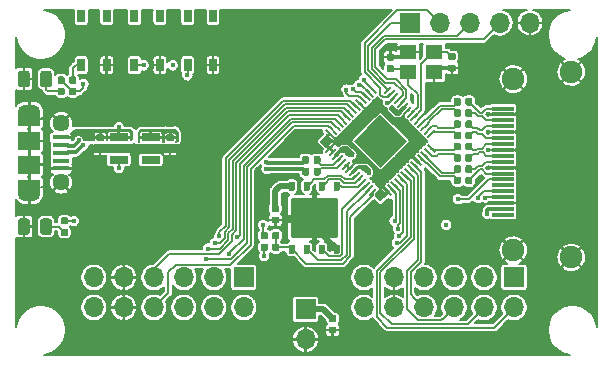
<source format=gbr>
G04 #@! TF.GenerationSoftware,KiCad,Pcbnew,5.1.5+dfsg1-2build2*
G04 #@! TF.CreationDate,2020-11-18T17:14:58+00:00*
G04 #@! TF.ProjectId,picodvi,7069636f-6476-4692-9e6b-696361645f70,rev?*
G04 #@! TF.SameCoordinates,Original*
G04 #@! TF.FileFunction,Copper,L1,Top*
G04 #@! TF.FilePolarity,Positive*
%FSLAX46Y46*%
G04 Gerber Fmt 4.6, Leading zero omitted, Abs format (unit mm)*
G04 Created by KiCad (PCBNEW 5.1.5+dfsg1-2build2) date 2020-11-18 17:14:58*
%MOMM*%
%LPD*%
G04 APERTURE LIST*
%ADD10O,1.700000X1.700000*%
%ADD11R,1.700000X1.700000*%
%ADD12R,0.650000X1.050000*%
%ADD13C,0.100000*%
%ADD14C,1.900000*%
%ADD15R,1.900000X0.300000*%
%ADD16R,1.900000X1.500000*%
%ADD17C,1.450000*%
%ADD18R,1.350000X0.400000*%
%ADD19O,1.900000X1.200000*%
%ADD20R,1.900000X1.200000*%
%ADD21C,0.200000*%
%ADD22R,1.560000X0.650000*%
%ADD23R,1.400000X1.200000*%
%ADD24C,0.450000*%
%ADD25C,0.150000*%
%ADD26C,0.500000*%
%ADD27C,0.300000*%
%ADD28C,0.360000*%
%ADD29C,0.130000*%
G04 APERTURE END LIST*
D10*
X229854760Y-110591600D03*
X229854760Y-108051600D03*
X232394760Y-110591600D03*
X232394760Y-108051600D03*
X234934760Y-110591600D03*
X234934760Y-108051600D03*
X237474760Y-110591600D03*
X237474760Y-108051600D03*
X240014760Y-110591600D03*
X240014760Y-108051600D03*
X242554760Y-110591600D03*
D11*
X242554760Y-108051600D03*
D12*
X214925000Y-90075000D03*
X214925000Y-85925000D03*
X217075000Y-90075000D03*
X217075000Y-85925000D03*
X210425000Y-90075000D03*
X210425000Y-85925000D03*
X212575000Y-90075000D03*
X212575000Y-85925000D03*
X208075000Y-85925000D03*
X208075000Y-90075000D03*
X205925000Y-85925000D03*
X205925000Y-90075000D03*
D11*
X233745000Y-86500000D03*
D10*
X236285000Y-86500000D03*
X238825000Y-86500000D03*
X241365000Y-86500000D03*
X243905000Y-86500000D03*
G04 #@! TA.AperFunction,SMDPad,CuDef*
D13*
G36*
X201330142Y-103051174D02*
G01*
X201353803Y-103054684D01*
X201377007Y-103060496D01*
X201399529Y-103068554D01*
X201421153Y-103078782D01*
X201441670Y-103091079D01*
X201460883Y-103105329D01*
X201478607Y-103121393D01*
X201494671Y-103139117D01*
X201508921Y-103158330D01*
X201521218Y-103178847D01*
X201531446Y-103200471D01*
X201539504Y-103222993D01*
X201545316Y-103246197D01*
X201548826Y-103269858D01*
X201550000Y-103293750D01*
X201550000Y-104206250D01*
X201548826Y-104230142D01*
X201545316Y-104253803D01*
X201539504Y-104277007D01*
X201531446Y-104299529D01*
X201521218Y-104321153D01*
X201508921Y-104341670D01*
X201494671Y-104360883D01*
X201478607Y-104378607D01*
X201460883Y-104394671D01*
X201441670Y-104408921D01*
X201421153Y-104421218D01*
X201399529Y-104431446D01*
X201377007Y-104439504D01*
X201353803Y-104445316D01*
X201330142Y-104448826D01*
X201306250Y-104450000D01*
X200818750Y-104450000D01*
X200794858Y-104448826D01*
X200771197Y-104445316D01*
X200747993Y-104439504D01*
X200725471Y-104431446D01*
X200703847Y-104421218D01*
X200683330Y-104408921D01*
X200664117Y-104394671D01*
X200646393Y-104378607D01*
X200630329Y-104360883D01*
X200616079Y-104341670D01*
X200603782Y-104321153D01*
X200593554Y-104299529D01*
X200585496Y-104277007D01*
X200579684Y-104253803D01*
X200576174Y-104230142D01*
X200575000Y-104206250D01*
X200575000Y-103293750D01*
X200576174Y-103269858D01*
X200579684Y-103246197D01*
X200585496Y-103222993D01*
X200593554Y-103200471D01*
X200603782Y-103178847D01*
X200616079Y-103158330D01*
X200630329Y-103139117D01*
X200646393Y-103121393D01*
X200664117Y-103105329D01*
X200683330Y-103091079D01*
X200703847Y-103078782D01*
X200725471Y-103068554D01*
X200747993Y-103060496D01*
X200771197Y-103054684D01*
X200794858Y-103051174D01*
X200818750Y-103050000D01*
X201306250Y-103050000D01*
X201330142Y-103051174D01*
G37*
G04 #@! TD.AperFunction*
G04 #@! TA.AperFunction,SMDPad,CuDef*
G36*
X203205142Y-103051174D02*
G01*
X203228803Y-103054684D01*
X203252007Y-103060496D01*
X203274529Y-103068554D01*
X203296153Y-103078782D01*
X203316670Y-103091079D01*
X203335883Y-103105329D01*
X203353607Y-103121393D01*
X203369671Y-103139117D01*
X203383921Y-103158330D01*
X203396218Y-103178847D01*
X203406446Y-103200471D01*
X203414504Y-103222993D01*
X203420316Y-103246197D01*
X203423826Y-103269858D01*
X203425000Y-103293750D01*
X203425000Y-104206250D01*
X203423826Y-104230142D01*
X203420316Y-104253803D01*
X203414504Y-104277007D01*
X203406446Y-104299529D01*
X203396218Y-104321153D01*
X203383921Y-104341670D01*
X203369671Y-104360883D01*
X203353607Y-104378607D01*
X203335883Y-104394671D01*
X203316670Y-104408921D01*
X203296153Y-104421218D01*
X203274529Y-104431446D01*
X203252007Y-104439504D01*
X203228803Y-104445316D01*
X203205142Y-104448826D01*
X203181250Y-104450000D01*
X202693750Y-104450000D01*
X202669858Y-104448826D01*
X202646197Y-104445316D01*
X202622993Y-104439504D01*
X202600471Y-104431446D01*
X202578847Y-104421218D01*
X202558330Y-104408921D01*
X202539117Y-104394671D01*
X202521393Y-104378607D01*
X202505329Y-104360883D01*
X202491079Y-104341670D01*
X202478782Y-104321153D01*
X202468554Y-104299529D01*
X202460496Y-104277007D01*
X202454684Y-104253803D01*
X202451174Y-104230142D01*
X202450000Y-104206250D01*
X202450000Y-103293750D01*
X202451174Y-103269858D01*
X202454684Y-103246197D01*
X202460496Y-103222993D01*
X202468554Y-103200471D01*
X202478782Y-103178847D01*
X202491079Y-103158330D01*
X202505329Y-103139117D01*
X202521393Y-103121393D01*
X202539117Y-103105329D01*
X202558330Y-103091079D01*
X202578847Y-103078782D01*
X202600471Y-103068554D01*
X202622993Y-103060496D01*
X202646197Y-103054684D01*
X202669858Y-103051174D01*
X202693750Y-103050000D01*
X203181250Y-103050000D01*
X203205142Y-103051174D01*
G37*
G04 #@! TD.AperFunction*
D14*
X247400000Y-90650000D03*
X247400000Y-106350000D03*
X242500000Y-91250000D03*
X242500000Y-105750000D03*
D15*
X241600000Y-102750000D03*
X241600000Y-102250000D03*
X241600000Y-101750000D03*
X241600000Y-101250000D03*
X241600000Y-100750000D03*
X241600000Y-100250000D03*
X241600000Y-99750000D03*
X241600000Y-99250000D03*
X241600000Y-98750000D03*
X241600000Y-98250000D03*
X241600000Y-97750000D03*
X241600000Y-97250000D03*
X241600000Y-96750000D03*
X241600000Y-96250000D03*
X241600000Y-95750000D03*
X241600000Y-95250000D03*
X241600000Y-94750000D03*
X241600000Y-94250000D03*
X241600000Y-93750000D03*
G04 #@! TA.AperFunction,SMDPad,CuDef*
D13*
G36*
X207706958Y-95920710D02*
G01*
X207721276Y-95922834D01*
X207735317Y-95926351D01*
X207748946Y-95931228D01*
X207762031Y-95937417D01*
X207774447Y-95944858D01*
X207786073Y-95953481D01*
X207796798Y-95963202D01*
X207806519Y-95973927D01*
X207815142Y-95985553D01*
X207822583Y-95997969D01*
X207828772Y-96011054D01*
X207833649Y-96024683D01*
X207837166Y-96038724D01*
X207839290Y-96053042D01*
X207840000Y-96067500D01*
X207840000Y-96362500D01*
X207839290Y-96376958D01*
X207837166Y-96391276D01*
X207833649Y-96405317D01*
X207828772Y-96418946D01*
X207822583Y-96432031D01*
X207815142Y-96444447D01*
X207806519Y-96456073D01*
X207796798Y-96466798D01*
X207786073Y-96476519D01*
X207774447Y-96485142D01*
X207762031Y-96492583D01*
X207748946Y-96498772D01*
X207735317Y-96503649D01*
X207721276Y-96507166D01*
X207706958Y-96509290D01*
X207692500Y-96510000D01*
X207347500Y-96510000D01*
X207333042Y-96509290D01*
X207318724Y-96507166D01*
X207304683Y-96503649D01*
X207291054Y-96498772D01*
X207277969Y-96492583D01*
X207265553Y-96485142D01*
X207253927Y-96476519D01*
X207243202Y-96466798D01*
X207233481Y-96456073D01*
X207224858Y-96444447D01*
X207217417Y-96432031D01*
X207211228Y-96418946D01*
X207206351Y-96405317D01*
X207202834Y-96391276D01*
X207200710Y-96376958D01*
X207200000Y-96362500D01*
X207200000Y-96067500D01*
X207200710Y-96053042D01*
X207202834Y-96038724D01*
X207206351Y-96024683D01*
X207211228Y-96011054D01*
X207217417Y-95997969D01*
X207224858Y-95985553D01*
X207233481Y-95973927D01*
X207243202Y-95963202D01*
X207253927Y-95953481D01*
X207265553Y-95944858D01*
X207277969Y-95937417D01*
X207291054Y-95931228D01*
X207304683Y-95926351D01*
X207318724Y-95922834D01*
X207333042Y-95920710D01*
X207347500Y-95920000D01*
X207692500Y-95920000D01*
X207706958Y-95920710D01*
G37*
G04 #@! TD.AperFunction*
G04 #@! TA.AperFunction,SMDPad,CuDef*
G36*
X207706958Y-96890710D02*
G01*
X207721276Y-96892834D01*
X207735317Y-96896351D01*
X207748946Y-96901228D01*
X207762031Y-96907417D01*
X207774447Y-96914858D01*
X207786073Y-96923481D01*
X207796798Y-96933202D01*
X207806519Y-96943927D01*
X207815142Y-96955553D01*
X207822583Y-96967969D01*
X207828772Y-96981054D01*
X207833649Y-96994683D01*
X207837166Y-97008724D01*
X207839290Y-97023042D01*
X207840000Y-97037500D01*
X207840000Y-97332500D01*
X207839290Y-97346958D01*
X207837166Y-97361276D01*
X207833649Y-97375317D01*
X207828772Y-97388946D01*
X207822583Y-97402031D01*
X207815142Y-97414447D01*
X207806519Y-97426073D01*
X207796798Y-97436798D01*
X207786073Y-97446519D01*
X207774447Y-97455142D01*
X207762031Y-97462583D01*
X207748946Y-97468772D01*
X207735317Y-97473649D01*
X207721276Y-97477166D01*
X207706958Y-97479290D01*
X207692500Y-97480000D01*
X207347500Y-97480000D01*
X207333042Y-97479290D01*
X207318724Y-97477166D01*
X207304683Y-97473649D01*
X207291054Y-97468772D01*
X207277969Y-97462583D01*
X207265553Y-97455142D01*
X207253927Y-97446519D01*
X207243202Y-97436798D01*
X207233481Y-97426073D01*
X207224858Y-97414447D01*
X207217417Y-97402031D01*
X207211228Y-97388946D01*
X207206351Y-97375317D01*
X207202834Y-97361276D01*
X207200710Y-97346958D01*
X207200000Y-97332500D01*
X207200000Y-97037500D01*
X207200710Y-97023042D01*
X207202834Y-97008724D01*
X207206351Y-96994683D01*
X207211228Y-96981054D01*
X207217417Y-96967969D01*
X207224858Y-96955553D01*
X207233481Y-96943927D01*
X207243202Y-96933202D01*
X207253927Y-96923481D01*
X207265553Y-96914858D01*
X207277969Y-96907417D01*
X207291054Y-96901228D01*
X207304683Y-96896351D01*
X207318724Y-96892834D01*
X207333042Y-96890710D01*
X207347500Y-96890000D01*
X207692500Y-96890000D01*
X207706958Y-96890710D01*
G37*
G04 #@! TD.AperFunction*
G04 #@! TA.AperFunction,SMDPad,CuDef*
G36*
X232286958Y-90075710D02*
G01*
X232301276Y-90077834D01*
X232315317Y-90081351D01*
X232328946Y-90086228D01*
X232342031Y-90092417D01*
X232354447Y-90099858D01*
X232366073Y-90108481D01*
X232376798Y-90118202D01*
X232386519Y-90128927D01*
X232395142Y-90140553D01*
X232402583Y-90152969D01*
X232408772Y-90166054D01*
X232413649Y-90179683D01*
X232417166Y-90193724D01*
X232419290Y-90208042D01*
X232420000Y-90222500D01*
X232420000Y-90517500D01*
X232419290Y-90531958D01*
X232417166Y-90546276D01*
X232413649Y-90560317D01*
X232408772Y-90573946D01*
X232402583Y-90587031D01*
X232395142Y-90599447D01*
X232386519Y-90611073D01*
X232376798Y-90621798D01*
X232366073Y-90631519D01*
X232354447Y-90640142D01*
X232342031Y-90647583D01*
X232328946Y-90653772D01*
X232315317Y-90658649D01*
X232301276Y-90662166D01*
X232286958Y-90664290D01*
X232272500Y-90665000D01*
X231927500Y-90665000D01*
X231913042Y-90664290D01*
X231898724Y-90662166D01*
X231884683Y-90658649D01*
X231871054Y-90653772D01*
X231857969Y-90647583D01*
X231845553Y-90640142D01*
X231833927Y-90631519D01*
X231823202Y-90621798D01*
X231813481Y-90611073D01*
X231804858Y-90599447D01*
X231797417Y-90587031D01*
X231791228Y-90573946D01*
X231786351Y-90560317D01*
X231782834Y-90546276D01*
X231780710Y-90531958D01*
X231780000Y-90517500D01*
X231780000Y-90222500D01*
X231780710Y-90208042D01*
X231782834Y-90193724D01*
X231786351Y-90179683D01*
X231791228Y-90166054D01*
X231797417Y-90152969D01*
X231804858Y-90140553D01*
X231813481Y-90128927D01*
X231823202Y-90118202D01*
X231833927Y-90108481D01*
X231845553Y-90099858D01*
X231857969Y-90092417D01*
X231871054Y-90086228D01*
X231884683Y-90081351D01*
X231898724Y-90077834D01*
X231913042Y-90075710D01*
X231927500Y-90075000D01*
X232272500Y-90075000D01*
X232286958Y-90075710D01*
G37*
G04 #@! TD.AperFunction*
G04 #@! TA.AperFunction,SMDPad,CuDef*
G36*
X232286958Y-89105710D02*
G01*
X232301276Y-89107834D01*
X232315317Y-89111351D01*
X232328946Y-89116228D01*
X232342031Y-89122417D01*
X232354447Y-89129858D01*
X232366073Y-89138481D01*
X232376798Y-89148202D01*
X232386519Y-89158927D01*
X232395142Y-89170553D01*
X232402583Y-89182969D01*
X232408772Y-89196054D01*
X232413649Y-89209683D01*
X232417166Y-89223724D01*
X232419290Y-89238042D01*
X232420000Y-89252500D01*
X232420000Y-89547500D01*
X232419290Y-89561958D01*
X232417166Y-89576276D01*
X232413649Y-89590317D01*
X232408772Y-89603946D01*
X232402583Y-89617031D01*
X232395142Y-89629447D01*
X232386519Y-89641073D01*
X232376798Y-89651798D01*
X232366073Y-89661519D01*
X232354447Y-89670142D01*
X232342031Y-89677583D01*
X232328946Y-89683772D01*
X232315317Y-89688649D01*
X232301276Y-89692166D01*
X232286958Y-89694290D01*
X232272500Y-89695000D01*
X231927500Y-89695000D01*
X231913042Y-89694290D01*
X231898724Y-89692166D01*
X231884683Y-89688649D01*
X231871054Y-89683772D01*
X231857969Y-89677583D01*
X231845553Y-89670142D01*
X231833927Y-89661519D01*
X231823202Y-89651798D01*
X231813481Y-89641073D01*
X231804858Y-89629447D01*
X231797417Y-89617031D01*
X231791228Y-89603946D01*
X231786351Y-89590317D01*
X231782834Y-89576276D01*
X231780710Y-89561958D01*
X231780000Y-89547500D01*
X231780000Y-89252500D01*
X231780710Y-89238042D01*
X231782834Y-89223724D01*
X231786351Y-89209683D01*
X231791228Y-89196054D01*
X231797417Y-89182969D01*
X231804858Y-89170553D01*
X231813481Y-89158927D01*
X231823202Y-89148202D01*
X231833927Y-89138481D01*
X231845553Y-89129858D01*
X231857969Y-89122417D01*
X231871054Y-89116228D01*
X231884683Y-89111351D01*
X231898724Y-89107834D01*
X231913042Y-89105710D01*
X231927500Y-89105000D01*
X232272500Y-89105000D01*
X232286958Y-89105710D01*
G37*
G04 #@! TD.AperFunction*
G04 #@! TA.AperFunction,SMDPad,CuDef*
G36*
X213626958Y-96890710D02*
G01*
X213641276Y-96892834D01*
X213655317Y-96896351D01*
X213668946Y-96901228D01*
X213682031Y-96907417D01*
X213694447Y-96914858D01*
X213706073Y-96923481D01*
X213716798Y-96933202D01*
X213726519Y-96943927D01*
X213735142Y-96955553D01*
X213742583Y-96967969D01*
X213748772Y-96981054D01*
X213753649Y-96994683D01*
X213757166Y-97008724D01*
X213759290Y-97023042D01*
X213760000Y-97037500D01*
X213760000Y-97332500D01*
X213759290Y-97346958D01*
X213757166Y-97361276D01*
X213753649Y-97375317D01*
X213748772Y-97388946D01*
X213742583Y-97402031D01*
X213735142Y-97414447D01*
X213726519Y-97426073D01*
X213716798Y-97436798D01*
X213706073Y-97446519D01*
X213694447Y-97455142D01*
X213682031Y-97462583D01*
X213668946Y-97468772D01*
X213655317Y-97473649D01*
X213641276Y-97477166D01*
X213626958Y-97479290D01*
X213612500Y-97480000D01*
X213267500Y-97480000D01*
X213253042Y-97479290D01*
X213238724Y-97477166D01*
X213224683Y-97473649D01*
X213211054Y-97468772D01*
X213197969Y-97462583D01*
X213185553Y-97455142D01*
X213173927Y-97446519D01*
X213163202Y-97436798D01*
X213153481Y-97426073D01*
X213144858Y-97414447D01*
X213137417Y-97402031D01*
X213131228Y-97388946D01*
X213126351Y-97375317D01*
X213122834Y-97361276D01*
X213120710Y-97346958D01*
X213120000Y-97332500D01*
X213120000Y-97037500D01*
X213120710Y-97023042D01*
X213122834Y-97008724D01*
X213126351Y-96994683D01*
X213131228Y-96981054D01*
X213137417Y-96967969D01*
X213144858Y-96955553D01*
X213153481Y-96943927D01*
X213163202Y-96933202D01*
X213173927Y-96923481D01*
X213185553Y-96914858D01*
X213197969Y-96907417D01*
X213211054Y-96901228D01*
X213224683Y-96896351D01*
X213238724Y-96892834D01*
X213253042Y-96890710D01*
X213267500Y-96890000D01*
X213612500Y-96890000D01*
X213626958Y-96890710D01*
G37*
G04 #@! TD.AperFunction*
G04 #@! TA.AperFunction,SMDPad,CuDef*
G36*
X213626958Y-95920710D02*
G01*
X213641276Y-95922834D01*
X213655317Y-95926351D01*
X213668946Y-95931228D01*
X213682031Y-95937417D01*
X213694447Y-95944858D01*
X213706073Y-95953481D01*
X213716798Y-95963202D01*
X213726519Y-95973927D01*
X213735142Y-95985553D01*
X213742583Y-95997969D01*
X213748772Y-96011054D01*
X213753649Y-96024683D01*
X213757166Y-96038724D01*
X213759290Y-96053042D01*
X213760000Y-96067500D01*
X213760000Y-96362500D01*
X213759290Y-96376958D01*
X213757166Y-96391276D01*
X213753649Y-96405317D01*
X213748772Y-96418946D01*
X213742583Y-96432031D01*
X213735142Y-96444447D01*
X213726519Y-96456073D01*
X213716798Y-96466798D01*
X213706073Y-96476519D01*
X213694447Y-96485142D01*
X213682031Y-96492583D01*
X213668946Y-96498772D01*
X213655317Y-96503649D01*
X213641276Y-96507166D01*
X213626958Y-96509290D01*
X213612500Y-96510000D01*
X213267500Y-96510000D01*
X213253042Y-96509290D01*
X213238724Y-96507166D01*
X213224683Y-96503649D01*
X213211054Y-96498772D01*
X213197969Y-96492583D01*
X213185553Y-96485142D01*
X213173927Y-96476519D01*
X213163202Y-96466798D01*
X213153481Y-96456073D01*
X213144858Y-96444447D01*
X213137417Y-96432031D01*
X213131228Y-96418946D01*
X213126351Y-96405317D01*
X213122834Y-96391276D01*
X213120710Y-96376958D01*
X213120000Y-96362500D01*
X213120000Y-96067500D01*
X213120710Y-96053042D01*
X213122834Y-96038724D01*
X213126351Y-96024683D01*
X213131228Y-96011054D01*
X213137417Y-95997969D01*
X213144858Y-95985553D01*
X213153481Y-95973927D01*
X213163202Y-95963202D01*
X213173927Y-95953481D01*
X213185553Y-95944858D01*
X213197969Y-95937417D01*
X213211054Y-95931228D01*
X213224683Y-95926351D01*
X213238724Y-95922834D01*
X213253042Y-95920710D01*
X213267500Y-95920000D01*
X213612500Y-95920000D01*
X213626958Y-95920710D01*
G37*
G04 #@! TD.AperFunction*
G04 #@! TA.AperFunction,SMDPad,CuDef*
G36*
X237486958Y-90025710D02*
G01*
X237501276Y-90027834D01*
X237515317Y-90031351D01*
X237528946Y-90036228D01*
X237542031Y-90042417D01*
X237554447Y-90049858D01*
X237566073Y-90058481D01*
X237576798Y-90068202D01*
X237586519Y-90078927D01*
X237595142Y-90090553D01*
X237602583Y-90102969D01*
X237608772Y-90116054D01*
X237613649Y-90129683D01*
X237617166Y-90143724D01*
X237619290Y-90158042D01*
X237620000Y-90172500D01*
X237620000Y-90467500D01*
X237619290Y-90481958D01*
X237617166Y-90496276D01*
X237613649Y-90510317D01*
X237608772Y-90523946D01*
X237602583Y-90537031D01*
X237595142Y-90549447D01*
X237586519Y-90561073D01*
X237576798Y-90571798D01*
X237566073Y-90581519D01*
X237554447Y-90590142D01*
X237542031Y-90597583D01*
X237528946Y-90603772D01*
X237515317Y-90608649D01*
X237501276Y-90612166D01*
X237486958Y-90614290D01*
X237472500Y-90615000D01*
X237127500Y-90615000D01*
X237113042Y-90614290D01*
X237098724Y-90612166D01*
X237084683Y-90608649D01*
X237071054Y-90603772D01*
X237057969Y-90597583D01*
X237045553Y-90590142D01*
X237033927Y-90581519D01*
X237023202Y-90571798D01*
X237013481Y-90561073D01*
X237004858Y-90549447D01*
X236997417Y-90537031D01*
X236991228Y-90523946D01*
X236986351Y-90510317D01*
X236982834Y-90496276D01*
X236980710Y-90481958D01*
X236980000Y-90467500D01*
X236980000Y-90172500D01*
X236980710Y-90158042D01*
X236982834Y-90143724D01*
X236986351Y-90129683D01*
X236991228Y-90116054D01*
X236997417Y-90102969D01*
X237004858Y-90090553D01*
X237013481Y-90078927D01*
X237023202Y-90068202D01*
X237033927Y-90058481D01*
X237045553Y-90049858D01*
X237057969Y-90042417D01*
X237071054Y-90036228D01*
X237084683Y-90031351D01*
X237098724Y-90027834D01*
X237113042Y-90025710D01*
X237127500Y-90025000D01*
X237472500Y-90025000D01*
X237486958Y-90025710D01*
G37*
G04 #@! TD.AperFunction*
G04 #@! TA.AperFunction,SMDPad,CuDef*
G36*
X237486958Y-89055710D02*
G01*
X237501276Y-89057834D01*
X237515317Y-89061351D01*
X237528946Y-89066228D01*
X237542031Y-89072417D01*
X237554447Y-89079858D01*
X237566073Y-89088481D01*
X237576798Y-89098202D01*
X237586519Y-89108927D01*
X237595142Y-89120553D01*
X237602583Y-89132969D01*
X237608772Y-89146054D01*
X237613649Y-89159683D01*
X237617166Y-89173724D01*
X237619290Y-89188042D01*
X237620000Y-89202500D01*
X237620000Y-89497500D01*
X237619290Y-89511958D01*
X237617166Y-89526276D01*
X237613649Y-89540317D01*
X237608772Y-89553946D01*
X237602583Y-89567031D01*
X237595142Y-89579447D01*
X237586519Y-89591073D01*
X237576798Y-89601798D01*
X237566073Y-89611519D01*
X237554447Y-89620142D01*
X237542031Y-89627583D01*
X237528946Y-89633772D01*
X237515317Y-89638649D01*
X237501276Y-89642166D01*
X237486958Y-89644290D01*
X237472500Y-89645000D01*
X237127500Y-89645000D01*
X237113042Y-89644290D01*
X237098724Y-89642166D01*
X237084683Y-89638649D01*
X237071054Y-89633772D01*
X237057969Y-89627583D01*
X237045553Y-89620142D01*
X237033927Y-89611519D01*
X237023202Y-89601798D01*
X237013481Y-89591073D01*
X237004858Y-89579447D01*
X236997417Y-89567031D01*
X236991228Y-89553946D01*
X236986351Y-89540317D01*
X236982834Y-89526276D01*
X236980710Y-89511958D01*
X236980000Y-89497500D01*
X236980000Y-89202500D01*
X236980710Y-89188042D01*
X236982834Y-89173724D01*
X236986351Y-89159683D01*
X236991228Y-89146054D01*
X236997417Y-89132969D01*
X237004858Y-89120553D01*
X237013481Y-89108927D01*
X237023202Y-89098202D01*
X237033927Y-89088481D01*
X237045553Y-89079858D01*
X237057969Y-89072417D01*
X237071054Y-89066228D01*
X237084683Y-89061351D01*
X237098724Y-89057834D01*
X237113042Y-89055710D01*
X237127500Y-89055000D01*
X237472500Y-89055000D01*
X237486958Y-89055710D01*
G37*
G04 #@! TD.AperFunction*
G04 #@! TA.AperFunction,SMDPad,CuDef*
G36*
X222536958Y-101920710D02*
G01*
X222551276Y-101922834D01*
X222565317Y-101926351D01*
X222578946Y-101931228D01*
X222592031Y-101937417D01*
X222604447Y-101944858D01*
X222616073Y-101953481D01*
X222626798Y-101963202D01*
X222636519Y-101973927D01*
X222645142Y-101985553D01*
X222652583Y-101997969D01*
X222658772Y-102011054D01*
X222663649Y-102024683D01*
X222667166Y-102038724D01*
X222669290Y-102053042D01*
X222670000Y-102067500D01*
X222670000Y-102362500D01*
X222669290Y-102376958D01*
X222667166Y-102391276D01*
X222663649Y-102405317D01*
X222658772Y-102418946D01*
X222652583Y-102432031D01*
X222645142Y-102444447D01*
X222636519Y-102456073D01*
X222626798Y-102466798D01*
X222616073Y-102476519D01*
X222604447Y-102485142D01*
X222592031Y-102492583D01*
X222578946Y-102498772D01*
X222565317Y-102503649D01*
X222551276Y-102507166D01*
X222536958Y-102509290D01*
X222522500Y-102510000D01*
X222177500Y-102510000D01*
X222163042Y-102509290D01*
X222148724Y-102507166D01*
X222134683Y-102503649D01*
X222121054Y-102498772D01*
X222107969Y-102492583D01*
X222095553Y-102485142D01*
X222083927Y-102476519D01*
X222073202Y-102466798D01*
X222063481Y-102456073D01*
X222054858Y-102444447D01*
X222047417Y-102432031D01*
X222041228Y-102418946D01*
X222036351Y-102405317D01*
X222032834Y-102391276D01*
X222030710Y-102376958D01*
X222030000Y-102362500D01*
X222030000Y-102067500D01*
X222030710Y-102053042D01*
X222032834Y-102038724D01*
X222036351Y-102024683D01*
X222041228Y-102011054D01*
X222047417Y-101997969D01*
X222054858Y-101985553D01*
X222063481Y-101973927D01*
X222073202Y-101963202D01*
X222083927Y-101953481D01*
X222095553Y-101944858D01*
X222107969Y-101937417D01*
X222121054Y-101931228D01*
X222134683Y-101926351D01*
X222148724Y-101922834D01*
X222163042Y-101920710D01*
X222177500Y-101920000D01*
X222522500Y-101920000D01*
X222536958Y-101920710D01*
G37*
G04 #@! TD.AperFunction*
G04 #@! TA.AperFunction,SMDPad,CuDef*
G36*
X222536958Y-102890710D02*
G01*
X222551276Y-102892834D01*
X222565317Y-102896351D01*
X222578946Y-102901228D01*
X222592031Y-102907417D01*
X222604447Y-102914858D01*
X222616073Y-102923481D01*
X222626798Y-102933202D01*
X222636519Y-102943927D01*
X222645142Y-102955553D01*
X222652583Y-102967969D01*
X222658772Y-102981054D01*
X222663649Y-102994683D01*
X222667166Y-103008724D01*
X222669290Y-103023042D01*
X222670000Y-103037500D01*
X222670000Y-103332500D01*
X222669290Y-103346958D01*
X222667166Y-103361276D01*
X222663649Y-103375317D01*
X222658772Y-103388946D01*
X222652583Y-103402031D01*
X222645142Y-103414447D01*
X222636519Y-103426073D01*
X222626798Y-103436798D01*
X222616073Y-103446519D01*
X222604447Y-103455142D01*
X222592031Y-103462583D01*
X222578946Y-103468772D01*
X222565317Y-103473649D01*
X222551276Y-103477166D01*
X222536958Y-103479290D01*
X222522500Y-103480000D01*
X222177500Y-103480000D01*
X222163042Y-103479290D01*
X222148724Y-103477166D01*
X222134683Y-103473649D01*
X222121054Y-103468772D01*
X222107969Y-103462583D01*
X222095553Y-103455142D01*
X222083927Y-103446519D01*
X222073202Y-103436798D01*
X222063481Y-103426073D01*
X222054858Y-103414447D01*
X222047417Y-103402031D01*
X222041228Y-103388946D01*
X222036351Y-103375317D01*
X222032834Y-103361276D01*
X222030710Y-103346958D01*
X222030000Y-103332500D01*
X222030000Y-103037500D01*
X222030710Y-103023042D01*
X222032834Y-103008724D01*
X222036351Y-102994683D01*
X222041228Y-102981054D01*
X222047417Y-102967969D01*
X222054858Y-102955553D01*
X222063481Y-102943927D01*
X222073202Y-102933202D01*
X222083927Y-102923481D01*
X222095553Y-102914858D01*
X222107969Y-102907417D01*
X222121054Y-102901228D01*
X222134683Y-102896351D01*
X222148724Y-102892834D01*
X222163042Y-102890710D01*
X222177500Y-102890000D01*
X222522500Y-102890000D01*
X222536958Y-102890710D01*
G37*
G04 #@! TD.AperFunction*
G04 #@! TA.AperFunction,SMDPad,CuDef*
G36*
X201330142Y-90551174D02*
G01*
X201353803Y-90554684D01*
X201377007Y-90560496D01*
X201399529Y-90568554D01*
X201421153Y-90578782D01*
X201441670Y-90591079D01*
X201460883Y-90605329D01*
X201478607Y-90621393D01*
X201494671Y-90639117D01*
X201508921Y-90658330D01*
X201521218Y-90678847D01*
X201531446Y-90700471D01*
X201539504Y-90722993D01*
X201545316Y-90746197D01*
X201548826Y-90769858D01*
X201550000Y-90793750D01*
X201550000Y-91706250D01*
X201548826Y-91730142D01*
X201545316Y-91753803D01*
X201539504Y-91777007D01*
X201531446Y-91799529D01*
X201521218Y-91821153D01*
X201508921Y-91841670D01*
X201494671Y-91860883D01*
X201478607Y-91878607D01*
X201460883Y-91894671D01*
X201441670Y-91908921D01*
X201421153Y-91921218D01*
X201399529Y-91931446D01*
X201377007Y-91939504D01*
X201353803Y-91945316D01*
X201330142Y-91948826D01*
X201306250Y-91950000D01*
X200818750Y-91950000D01*
X200794858Y-91948826D01*
X200771197Y-91945316D01*
X200747993Y-91939504D01*
X200725471Y-91931446D01*
X200703847Y-91921218D01*
X200683330Y-91908921D01*
X200664117Y-91894671D01*
X200646393Y-91878607D01*
X200630329Y-91860883D01*
X200616079Y-91841670D01*
X200603782Y-91821153D01*
X200593554Y-91799529D01*
X200585496Y-91777007D01*
X200579684Y-91753803D01*
X200576174Y-91730142D01*
X200575000Y-91706250D01*
X200575000Y-90793750D01*
X200576174Y-90769858D01*
X200579684Y-90746197D01*
X200585496Y-90722993D01*
X200593554Y-90700471D01*
X200603782Y-90678847D01*
X200616079Y-90658330D01*
X200630329Y-90639117D01*
X200646393Y-90621393D01*
X200664117Y-90605329D01*
X200683330Y-90591079D01*
X200703847Y-90578782D01*
X200725471Y-90568554D01*
X200747993Y-90560496D01*
X200771197Y-90554684D01*
X200794858Y-90551174D01*
X200818750Y-90550000D01*
X201306250Y-90550000D01*
X201330142Y-90551174D01*
G37*
G04 #@! TD.AperFunction*
G04 #@! TA.AperFunction,SMDPad,CuDef*
G36*
X203205142Y-90551174D02*
G01*
X203228803Y-90554684D01*
X203252007Y-90560496D01*
X203274529Y-90568554D01*
X203296153Y-90578782D01*
X203316670Y-90591079D01*
X203335883Y-90605329D01*
X203353607Y-90621393D01*
X203369671Y-90639117D01*
X203383921Y-90658330D01*
X203396218Y-90678847D01*
X203406446Y-90700471D01*
X203414504Y-90722993D01*
X203420316Y-90746197D01*
X203423826Y-90769858D01*
X203425000Y-90793750D01*
X203425000Y-91706250D01*
X203423826Y-91730142D01*
X203420316Y-91753803D01*
X203414504Y-91777007D01*
X203406446Y-91799529D01*
X203396218Y-91821153D01*
X203383921Y-91841670D01*
X203369671Y-91860883D01*
X203353607Y-91878607D01*
X203335883Y-91894671D01*
X203316670Y-91908921D01*
X203296153Y-91921218D01*
X203274529Y-91931446D01*
X203252007Y-91939504D01*
X203228803Y-91945316D01*
X203205142Y-91948826D01*
X203181250Y-91950000D01*
X202693750Y-91950000D01*
X202669858Y-91948826D01*
X202646197Y-91945316D01*
X202622993Y-91939504D01*
X202600471Y-91931446D01*
X202578847Y-91921218D01*
X202558330Y-91908921D01*
X202539117Y-91894671D01*
X202521393Y-91878607D01*
X202505329Y-91860883D01*
X202491079Y-91841670D01*
X202478782Y-91821153D01*
X202468554Y-91799529D01*
X202460496Y-91777007D01*
X202454684Y-91753803D01*
X202451174Y-91730142D01*
X202450000Y-91706250D01*
X202450000Y-90793750D01*
X202451174Y-90769858D01*
X202454684Y-90746197D01*
X202460496Y-90722993D01*
X202468554Y-90700471D01*
X202478782Y-90678847D01*
X202491079Y-90658330D01*
X202505329Y-90639117D01*
X202521393Y-90621393D01*
X202539117Y-90605329D01*
X202558330Y-90591079D01*
X202578847Y-90578782D01*
X202600471Y-90568554D01*
X202622993Y-90560496D01*
X202646197Y-90554684D01*
X202669858Y-90551174D01*
X202693750Y-90550000D01*
X203181250Y-90550000D01*
X203205142Y-90551174D01*
G37*
G04 #@! TD.AperFunction*
D16*
X201512500Y-98500000D03*
D17*
X204212500Y-95000000D03*
D18*
X204212500Y-96850000D03*
X204212500Y-96200000D03*
X204212500Y-98800000D03*
X204212500Y-98150000D03*
X204212500Y-97500000D03*
D17*
X204212500Y-100000000D03*
D16*
X201512500Y-96500000D03*
D19*
X201512500Y-94000000D03*
X201512500Y-101000000D03*
D20*
X201512500Y-100400000D03*
X201512500Y-94600000D03*
D11*
X219684600Y-108051600D03*
D10*
X219684600Y-110591600D03*
X217144600Y-108051600D03*
X217144600Y-110591600D03*
X214604600Y-108051600D03*
X214604600Y-110591600D03*
X212064600Y-108051600D03*
X212064600Y-110591600D03*
X209524600Y-108051600D03*
X209524600Y-110591600D03*
X206984600Y-108051600D03*
X206984600Y-110591600D03*
G04 #@! TA.AperFunction,SMDPad,CuDef*
D13*
G36*
X221576958Y-105180710D02*
G01*
X221591276Y-105182834D01*
X221605317Y-105186351D01*
X221618946Y-105191228D01*
X221632031Y-105197417D01*
X221644447Y-105204858D01*
X221656073Y-105213481D01*
X221666798Y-105223202D01*
X221676519Y-105233927D01*
X221685142Y-105245553D01*
X221692583Y-105257969D01*
X221698772Y-105271054D01*
X221703649Y-105284683D01*
X221707166Y-105298724D01*
X221709290Y-105313042D01*
X221710000Y-105327500D01*
X221710000Y-105672500D01*
X221709290Y-105686958D01*
X221707166Y-105701276D01*
X221703649Y-105715317D01*
X221698772Y-105728946D01*
X221692583Y-105742031D01*
X221685142Y-105754447D01*
X221676519Y-105766073D01*
X221666798Y-105776798D01*
X221656073Y-105786519D01*
X221644447Y-105795142D01*
X221632031Y-105802583D01*
X221618946Y-105808772D01*
X221605317Y-105813649D01*
X221591276Y-105817166D01*
X221576958Y-105819290D01*
X221562500Y-105820000D01*
X221267500Y-105820000D01*
X221253042Y-105819290D01*
X221238724Y-105817166D01*
X221224683Y-105813649D01*
X221211054Y-105808772D01*
X221197969Y-105802583D01*
X221185553Y-105795142D01*
X221173927Y-105786519D01*
X221163202Y-105776798D01*
X221153481Y-105766073D01*
X221144858Y-105754447D01*
X221137417Y-105742031D01*
X221131228Y-105728946D01*
X221126351Y-105715317D01*
X221122834Y-105701276D01*
X221120710Y-105686958D01*
X221120000Y-105672500D01*
X221120000Y-105327500D01*
X221120710Y-105313042D01*
X221122834Y-105298724D01*
X221126351Y-105284683D01*
X221131228Y-105271054D01*
X221137417Y-105257969D01*
X221144858Y-105245553D01*
X221153481Y-105233927D01*
X221163202Y-105223202D01*
X221173927Y-105213481D01*
X221185553Y-105204858D01*
X221197969Y-105197417D01*
X221211054Y-105191228D01*
X221224683Y-105186351D01*
X221238724Y-105182834D01*
X221253042Y-105180710D01*
X221267500Y-105180000D01*
X221562500Y-105180000D01*
X221576958Y-105180710D01*
G37*
G04 #@! TD.AperFunction*
G04 #@! TA.AperFunction,SMDPad,CuDef*
G36*
X222546958Y-105180710D02*
G01*
X222561276Y-105182834D01*
X222575317Y-105186351D01*
X222588946Y-105191228D01*
X222602031Y-105197417D01*
X222614447Y-105204858D01*
X222626073Y-105213481D01*
X222636798Y-105223202D01*
X222646519Y-105233927D01*
X222655142Y-105245553D01*
X222662583Y-105257969D01*
X222668772Y-105271054D01*
X222673649Y-105284683D01*
X222677166Y-105298724D01*
X222679290Y-105313042D01*
X222680000Y-105327500D01*
X222680000Y-105672500D01*
X222679290Y-105686958D01*
X222677166Y-105701276D01*
X222673649Y-105715317D01*
X222668772Y-105728946D01*
X222662583Y-105742031D01*
X222655142Y-105754447D01*
X222646519Y-105766073D01*
X222636798Y-105776798D01*
X222626073Y-105786519D01*
X222614447Y-105795142D01*
X222602031Y-105802583D01*
X222588946Y-105808772D01*
X222575317Y-105813649D01*
X222561276Y-105817166D01*
X222546958Y-105819290D01*
X222532500Y-105820000D01*
X222237500Y-105820000D01*
X222223042Y-105819290D01*
X222208724Y-105817166D01*
X222194683Y-105813649D01*
X222181054Y-105808772D01*
X222167969Y-105802583D01*
X222155553Y-105795142D01*
X222143927Y-105786519D01*
X222133202Y-105776798D01*
X222123481Y-105766073D01*
X222114858Y-105754447D01*
X222107417Y-105742031D01*
X222101228Y-105728946D01*
X222096351Y-105715317D01*
X222092834Y-105701276D01*
X222090710Y-105686958D01*
X222090000Y-105672500D01*
X222090000Y-105327500D01*
X222090710Y-105313042D01*
X222092834Y-105298724D01*
X222096351Y-105284683D01*
X222101228Y-105271054D01*
X222107417Y-105257969D01*
X222114858Y-105245553D01*
X222123481Y-105233927D01*
X222133202Y-105223202D01*
X222143927Y-105213481D01*
X222155553Y-105204858D01*
X222167969Y-105197417D01*
X222181054Y-105191228D01*
X222194683Y-105186351D01*
X222208724Y-105182834D01*
X222223042Y-105180710D01*
X222237500Y-105180000D01*
X222532500Y-105180000D01*
X222546958Y-105180710D01*
G37*
G04 #@! TD.AperFunction*
G04 #@! TA.AperFunction,SMDPad,CuDef*
G36*
X221576958Y-104180710D02*
G01*
X221591276Y-104182834D01*
X221605317Y-104186351D01*
X221618946Y-104191228D01*
X221632031Y-104197417D01*
X221644447Y-104204858D01*
X221656073Y-104213481D01*
X221666798Y-104223202D01*
X221676519Y-104233927D01*
X221685142Y-104245553D01*
X221692583Y-104257969D01*
X221698772Y-104271054D01*
X221703649Y-104284683D01*
X221707166Y-104298724D01*
X221709290Y-104313042D01*
X221710000Y-104327500D01*
X221710000Y-104672500D01*
X221709290Y-104686958D01*
X221707166Y-104701276D01*
X221703649Y-104715317D01*
X221698772Y-104728946D01*
X221692583Y-104742031D01*
X221685142Y-104754447D01*
X221676519Y-104766073D01*
X221666798Y-104776798D01*
X221656073Y-104786519D01*
X221644447Y-104795142D01*
X221632031Y-104802583D01*
X221618946Y-104808772D01*
X221605317Y-104813649D01*
X221591276Y-104817166D01*
X221576958Y-104819290D01*
X221562500Y-104820000D01*
X221267500Y-104820000D01*
X221253042Y-104819290D01*
X221238724Y-104817166D01*
X221224683Y-104813649D01*
X221211054Y-104808772D01*
X221197969Y-104802583D01*
X221185553Y-104795142D01*
X221173927Y-104786519D01*
X221163202Y-104776798D01*
X221153481Y-104766073D01*
X221144858Y-104754447D01*
X221137417Y-104742031D01*
X221131228Y-104728946D01*
X221126351Y-104715317D01*
X221122834Y-104701276D01*
X221120710Y-104686958D01*
X221120000Y-104672500D01*
X221120000Y-104327500D01*
X221120710Y-104313042D01*
X221122834Y-104298724D01*
X221126351Y-104284683D01*
X221131228Y-104271054D01*
X221137417Y-104257969D01*
X221144858Y-104245553D01*
X221153481Y-104233927D01*
X221163202Y-104223202D01*
X221173927Y-104213481D01*
X221185553Y-104204858D01*
X221197969Y-104197417D01*
X221211054Y-104191228D01*
X221224683Y-104186351D01*
X221238724Y-104182834D01*
X221253042Y-104180710D01*
X221267500Y-104180000D01*
X221562500Y-104180000D01*
X221576958Y-104180710D01*
G37*
G04 #@! TD.AperFunction*
G04 #@! TA.AperFunction,SMDPad,CuDef*
G36*
X222546958Y-104180710D02*
G01*
X222561276Y-104182834D01*
X222575317Y-104186351D01*
X222588946Y-104191228D01*
X222602031Y-104197417D01*
X222614447Y-104204858D01*
X222626073Y-104213481D01*
X222636798Y-104223202D01*
X222646519Y-104233927D01*
X222655142Y-104245553D01*
X222662583Y-104257969D01*
X222668772Y-104271054D01*
X222673649Y-104284683D01*
X222677166Y-104298724D01*
X222679290Y-104313042D01*
X222680000Y-104327500D01*
X222680000Y-104672500D01*
X222679290Y-104686958D01*
X222677166Y-104701276D01*
X222673649Y-104715317D01*
X222668772Y-104728946D01*
X222662583Y-104742031D01*
X222655142Y-104754447D01*
X222646519Y-104766073D01*
X222636798Y-104776798D01*
X222626073Y-104786519D01*
X222614447Y-104795142D01*
X222602031Y-104802583D01*
X222588946Y-104808772D01*
X222575317Y-104813649D01*
X222561276Y-104817166D01*
X222546958Y-104819290D01*
X222532500Y-104820000D01*
X222237500Y-104820000D01*
X222223042Y-104819290D01*
X222208724Y-104817166D01*
X222194683Y-104813649D01*
X222181054Y-104808772D01*
X222167969Y-104802583D01*
X222155553Y-104795142D01*
X222143927Y-104786519D01*
X222133202Y-104776798D01*
X222123481Y-104766073D01*
X222114858Y-104754447D01*
X222107417Y-104742031D01*
X222101228Y-104728946D01*
X222096351Y-104715317D01*
X222092834Y-104701276D01*
X222090710Y-104686958D01*
X222090000Y-104672500D01*
X222090000Y-104327500D01*
X222090710Y-104313042D01*
X222092834Y-104298724D01*
X222096351Y-104284683D01*
X222101228Y-104271054D01*
X222107417Y-104257969D01*
X222114858Y-104245553D01*
X222123481Y-104233927D01*
X222133202Y-104223202D01*
X222143927Y-104213481D01*
X222155553Y-104204858D01*
X222167969Y-104197417D01*
X222181054Y-104191228D01*
X222194683Y-104186351D01*
X222208724Y-104182834D01*
X222223042Y-104180710D01*
X222237500Y-104180000D01*
X222532500Y-104180000D01*
X222546958Y-104180710D01*
G37*
G04 #@! TD.AperFunction*
G04 #@! TA.AperFunction,SMDPad,CuDef*
G36*
X226046958Y-97780710D02*
G01*
X226061276Y-97782834D01*
X226075317Y-97786351D01*
X226088946Y-97791228D01*
X226102031Y-97797417D01*
X226114447Y-97804858D01*
X226126073Y-97813481D01*
X226136798Y-97823202D01*
X226146519Y-97833927D01*
X226155142Y-97845553D01*
X226162583Y-97857969D01*
X226168772Y-97871054D01*
X226173649Y-97884683D01*
X226177166Y-97898724D01*
X226179290Y-97913042D01*
X226180000Y-97927500D01*
X226180000Y-98272500D01*
X226179290Y-98286958D01*
X226177166Y-98301276D01*
X226173649Y-98315317D01*
X226168772Y-98328946D01*
X226162583Y-98342031D01*
X226155142Y-98354447D01*
X226146519Y-98366073D01*
X226136798Y-98376798D01*
X226126073Y-98386519D01*
X226114447Y-98395142D01*
X226102031Y-98402583D01*
X226088946Y-98408772D01*
X226075317Y-98413649D01*
X226061276Y-98417166D01*
X226046958Y-98419290D01*
X226032500Y-98420000D01*
X225737500Y-98420000D01*
X225723042Y-98419290D01*
X225708724Y-98417166D01*
X225694683Y-98413649D01*
X225681054Y-98408772D01*
X225667969Y-98402583D01*
X225655553Y-98395142D01*
X225643927Y-98386519D01*
X225633202Y-98376798D01*
X225623481Y-98366073D01*
X225614858Y-98354447D01*
X225607417Y-98342031D01*
X225601228Y-98328946D01*
X225596351Y-98315317D01*
X225592834Y-98301276D01*
X225590710Y-98286958D01*
X225590000Y-98272500D01*
X225590000Y-97927500D01*
X225590710Y-97913042D01*
X225592834Y-97898724D01*
X225596351Y-97884683D01*
X225601228Y-97871054D01*
X225607417Y-97857969D01*
X225614858Y-97845553D01*
X225623481Y-97833927D01*
X225633202Y-97823202D01*
X225643927Y-97813481D01*
X225655553Y-97804858D01*
X225667969Y-97797417D01*
X225681054Y-97791228D01*
X225694683Y-97786351D01*
X225708724Y-97782834D01*
X225723042Y-97780710D01*
X225737500Y-97780000D01*
X226032500Y-97780000D01*
X226046958Y-97780710D01*
G37*
G04 #@! TD.AperFunction*
G04 #@! TA.AperFunction,SMDPad,CuDef*
G36*
X225076958Y-97780710D02*
G01*
X225091276Y-97782834D01*
X225105317Y-97786351D01*
X225118946Y-97791228D01*
X225132031Y-97797417D01*
X225144447Y-97804858D01*
X225156073Y-97813481D01*
X225166798Y-97823202D01*
X225176519Y-97833927D01*
X225185142Y-97845553D01*
X225192583Y-97857969D01*
X225198772Y-97871054D01*
X225203649Y-97884683D01*
X225207166Y-97898724D01*
X225209290Y-97913042D01*
X225210000Y-97927500D01*
X225210000Y-98272500D01*
X225209290Y-98286958D01*
X225207166Y-98301276D01*
X225203649Y-98315317D01*
X225198772Y-98328946D01*
X225192583Y-98342031D01*
X225185142Y-98354447D01*
X225176519Y-98366073D01*
X225166798Y-98376798D01*
X225156073Y-98386519D01*
X225144447Y-98395142D01*
X225132031Y-98402583D01*
X225118946Y-98408772D01*
X225105317Y-98413649D01*
X225091276Y-98417166D01*
X225076958Y-98419290D01*
X225062500Y-98420000D01*
X224767500Y-98420000D01*
X224753042Y-98419290D01*
X224738724Y-98417166D01*
X224724683Y-98413649D01*
X224711054Y-98408772D01*
X224697969Y-98402583D01*
X224685553Y-98395142D01*
X224673927Y-98386519D01*
X224663202Y-98376798D01*
X224653481Y-98366073D01*
X224644858Y-98354447D01*
X224637417Y-98342031D01*
X224631228Y-98328946D01*
X224626351Y-98315317D01*
X224622834Y-98301276D01*
X224620710Y-98286958D01*
X224620000Y-98272500D01*
X224620000Y-97927500D01*
X224620710Y-97913042D01*
X224622834Y-97898724D01*
X224626351Y-97884683D01*
X224631228Y-97871054D01*
X224637417Y-97857969D01*
X224644858Y-97845553D01*
X224653481Y-97833927D01*
X224663202Y-97823202D01*
X224673927Y-97813481D01*
X224685553Y-97804858D01*
X224697969Y-97797417D01*
X224711054Y-97791228D01*
X224724683Y-97786351D01*
X224738724Y-97782834D01*
X224753042Y-97780710D01*
X224767500Y-97780000D01*
X225062500Y-97780000D01*
X225076958Y-97780710D01*
G37*
G04 #@! TD.AperFunction*
G04 #@! TA.AperFunction,SMDPad,CuDef*
G36*
X225076958Y-98780710D02*
G01*
X225091276Y-98782834D01*
X225105317Y-98786351D01*
X225118946Y-98791228D01*
X225132031Y-98797417D01*
X225144447Y-98804858D01*
X225156073Y-98813481D01*
X225166798Y-98823202D01*
X225176519Y-98833927D01*
X225185142Y-98845553D01*
X225192583Y-98857969D01*
X225198772Y-98871054D01*
X225203649Y-98884683D01*
X225207166Y-98898724D01*
X225209290Y-98913042D01*
X225210000Y-98927500D01*
X225210000Y-99272500D01*
X225209290Y-99286958D01*
X225207166Y-99301276D01*
X225203649Y-99315317D01*
X225198772Y-99328946D01*
X225192583Y-99342031D01*
X225185142Y-99354447D01*
X225176519Y-99366073D01*
X225166798Y-99376798D01*
X225156073Y-99386519D01*
X225144447Y-99395142D01*
X225132031Y-99402583D01*
X225118946Y-99408772D01*
X225105317Y-99413649D01*
X225091276Y-99417166D01*
X225076958Y-99419290D01*
X225062500Y-99420000D01*
X224767500Y-99420000D01*
X224753042Y-99419290D01*
X224738724Y-99417166D01*
X224724683Y-99413649D01*
X224711054Y-99408772D01*
X224697969Y-99402583D01*
X224685553Y-99395142D01*
X224673927Y-99386519D01*
X224663202Y-99376798D01*
X224653481Y-99366073D01*
X224644858Y-99354447D01*
X224637417Y-99342031D01*
X224631228Y-99328946D01*
X224626351Y-99315317D01*
X224622834Y-99301276D01*
X224620710Y-99286958D01*
X224620000Y-99272500D01*
X224620000Y-98927500D01*
X224620710Y-98913042D01*
X224622834Y-98898724D01*
X224626351Y-98884683D01*
X224631228Y-98871054D01*
X224637417Y-98857969D01*
X224644858Y-98845553D01*
X224653481Y-98833927D01*
X224663202Y-98823202D01*
X224673927Y-98813481D01*
X224685553Y-98804858D01*
X224697969Y-98797417D01*
X224711054Y-98791228D01*
X224724683Y-98786351D01*
X224738724Y-98782834D01*
X224753042Y-98780710D01*
X224767500Y-98780000D01*
X225062500Y-98780000D01*
X225076958Y-98780710D01*
G37*
G04 #@! TD.AperFunction*
G04 #@! TA.AperFunction,SMDPad,CuDef*
G36*
X226046958Y-98780710D02*
G01*
X226061276Y-98782834D01*
X226075317Y-98786351D01*
X226088946Y-98791228D01*
X226102031Y-98797417D01*
X226114447Y-98804858D01*
X226126073Y-98813481D01*
X226136798Y-98823202D01*
X226146519Y-98833927D01*
X226155142Y-98845553D01*
X226162583Y-98857969D01*
X226168772Y-98871054D01*
X226173649Y-98884683D01*
X226177166Y-98898724D01*
X226179290Y-98913042D01*
X226180000Y-98927500D01*
X226180000Y-99272500D01*
X226179290Y-99286958D01*
X226177166Y-99301276D01*
X226173649Y-99315317D01*
X226168772Y-99328946D01*
X226162583Y-99342031D01*
X226155142Y-99354447D01*
X226146519Y-99366073D01*
X226136798Y-99376798D01*
X226126073Y-99386519D01*
X226114447Y-99395142D01*
X226102031Y-99402583D01*
X226088946Y-99408772D01*
X226075317Y-99413649D01*
X226061276Y-99417166D01*
X226046958Y-99419290D01*
X226032500Y-99420000D01*
X225737500Y-99420000D01*
X225723042Y-99419290D01*
X225708724Y-99417166D01*
X225694683Y-99413649D01*
X225681054Y-99408772D01*
X225667969Y-99402583D01*
X225655553Y-99395142D01*
X225643927Y-99386519D01*
X225633202Y-99376798D01*
X225623481Y-99366073D01*
X225614858Y-99354447D01*
X225607417Y-99342031D01*
X225601228Y-99328946D01*
X225596351Y-99315317D01*
X225592834Y-99301276D01*
X225590710Y-99286958D01*
X225590000Y-99272500D01*
X225590000Y-98927500D01*
X225590710Y-98913042D01*
X225592834Y-98898724D01*
X225596351Y-98884683D01*
X225601228Y-98871054D01*
X225607417Y-98857969D01*
X225614858Y-98845553D01*
X225623481Y-98833927D01*
X225633202Y-98823202D01*
X225643927Y-98813481D01*
X225655553Y-98804858D01*
X225667969Y-98797417D01*
X225681054Y-98791228D01*
X225694683Y-98786351D01*
X225708724Y-98782834D01*
X225723042Y-98780710D01*
X225737500Y-98780000D01*
X226032500Y-98780000D01*
X226046958Y-98780710D01*
G37*
G04 #@! TD.AperFunction*
G04 #@! TA.AperFunction,SMDPad,CuDef*
G36*
X204376958Y-91980710D02*
G01*
X204391276Y-91982834D01*
X204405317Y-91986351D01*
X204418946Y-91991228D01*
X204432031Y-91997417D01*
X204444447Y-92004858D01*
X204456073Y-92013481D01*
X204466798Y-92023202D01*
X204476519Y-92033927D01*
X204485142Y-92045553D01*
X204492583Y-92057969D01*
X204498772Y-92071054D01*
X204503649Y-92084683D01*
X204507166Y-92098724D01*
X204509290Y-92113042D01*
X204510000Y-92127500D01*
X204510000Y-92472500D01*
X204509290Y-92486958D01*
X204507166Y-92501276D01*
X204503649Y-92515317D01*
X204498772Y-92528946D01*
X204492583Y-92542031D01*
X204485142Y-92554447D01*
X204476519Y-92566073D01*
X204466798Y-92576798D01*
X204456073Y-92586519D01*
X204444447Y-92595142D01*
X204432031Y-92602583D01*
X204418946Y-92608772D01*
X204405317Y-92613649D01*
X204391276Y-92617166D01*
X204376958Y-92619290D01*
X204362500Y-92620000D01*
X204067500Y-92620000D01*
X204053042Y-92619290D01*
X204038724Y-92617166D01*
X204024683Y-92613649D01*
X204011054Y-92608772D01*
X203997969Y-92602583D01*
X203985553Y-92595142D01*
X203973927Y-92586519D01*
X203963202Y-92576798D01*
X203953481Y-92566073D01*
X203944858Y-92554447D01*
X203937417Y-92542031D01*
X203931228Y-92528946D01*
X203926351Y-92515317D01*
X203922834Y-92501276D01*
X203920710Y-92486958D01*
X203920000Y-92472500D01*
X203920000Y-92127500D01*
X203920710Y-92113042D01*
X203922834Y-92098724D01*
X203926351Y-92084683D01*
X203931228Y-92071054D01*
X203937417Y-92057969D01*
X203944858Y-92045553D01*
X203953481Y-92033927D01*
X203963202Y-92023202D01*
X203973927Y-92013481D01*
X203985553Y-92004858D01*
X203997969Y-91997417D01*
X204011054Y-91991228D01*
X204024683Y-91986351D01*
X204038724Y-91982834D01*
X204053042Y-91980710D01*
X204067500Y-91980000D01*
X204362500Y-91980000D01*
X204376958Y-91980710D01*
G37*
G04 #@! TD.AperFunction*
G04 #@! TA.AperFunction,SMDPad,CuDef*
G36*
X205346958Y-91980710D02*
G01*
X205361276Y-91982834D01*
X205375317Y-91986351D01*
X205388946Y-91991228D01*
X205402031Y-91997417D01*
X205414447Y-92004858D01*
X205426073Y-92013481D01*
X205436798Y-92023202D01*
X205446519Y-92033927D01*
X205455142Y-92045553D01*
X205462583Y-92057969D01*
X205468772Y-92071054D01*
X205473649Y-92084683D01*
X205477166Y-92098724D01*
X205479290Y-92113042D01*
X205480000Y-92127500D01*
X205480000Y-92472500D01*
X205479290Y-92486958D01*
X205477166Y-92501276D01*
X205473649Y-92515317D01*
X205468772Y-92528946D01*
X205462583Y-92542031D01*
X205455142Y-92554447D01*
X205446519Y-92566073D01*
X205436798Y-92576798D01*
X205426073Y-92586519D01*
X205414447Y-92595142D01*
X205402031Y-92602583D01*
X205388946Y-92608772D01*
X205375317Y-92613649D01*
X205361276Y-92617166D01*
X205346958Y-92619290D01*
X205332500Y-92620000D01*
X205037500Y-92620000D01*
X205023042Y-92619290D01*
X205008724Y-92617166D01*
X204994683Y-92613649D01*
X204981054Y-92608772D01*
X204967969Y-92602583D01*
X204955553Y-92595142D01*
X204943927Y-92586519D01*
X204933202Y-92576798D01*
X204923481Y-92566073D01*
X204914858Y-92554447D01*
X204907417Y-92542031D01*
X204901228Y-92528946D01*
X204896351Y-92515317D01*
X204892834Y-92501276D01*
X204890710Y-92486958D01*
X204890000Y-92472500D01*
X204890000Y-92127500D01*
X204890710Y-92113042D01*
X204892834Y-92098724D01*
X204896351Y-92084683D01*
X204901228Y-92071054D01*
X204907417Y-92057969D01*
X204914858Y-92045553D01*
X204923481Y-92033927D01*
X204933202Y-92023202D01*
X204943927Y-92013481D01*
X204955553Y-92004858D01*
X204967969Y-91997417D01*
X204981054Y-91991228D01*
X204994683Y-91986351D01*
X205008724Y-91982834D01*
X205023042Y-91980710D01*
X205037500Y-91980000D01*
X205332500Y-91980000D01*
X205346958Y-91980710D01*
G37*
G04 #@! TD.AperFunction*
D21*
X232169239Y-101096194D02*
X231603553Y-100530508D01*
X232452082Y-100813352D02*
X231886396Y-100247666D01*
X232734925Y-100530509D02*
X232169239Y-99964823D01*
X233017767Y-100247666D02*
X232452081Y-99681980D01*
X233300610Y-99964824D02*
X232734924Y-99399138D01*
X233583453Y-99681981D02*
X233017767Y-99116295D01*
X233866295Y-99399138D02*
X233300609Y-98833452D01*
X234149138Y-99116295D02*
X233583452Y-98550609D01*
X234431981Y-98833453D02*
X233866295Y-98267767D01*
X234714824Y-98550610D02*
X234149138Y-97984924D01*
X234997666Y-98267767D02*
X234431980Y-97702081D01*
X235280509Y-97984925D02*
X234714823Y-97419239D01*
X235563352Y-97702082D02*
X234997666Y-97136396D01*
X235846194Y-97419239D02*
X235280508Y-96853553D01*
X235280508Y-96146447D02*
X235846194Y-95580761D01*
X234997666Y-95863604D02*
X235563352Y-95297918D01*
X234714823Y-95580761D02*
X235280509Y-95015075D01*
X234431980Y-95297919D02*
X234997666Y-94732233D01*
X234149138Y-95015076D02*
X234714824Y-94449390D01*
X233866295Y-94732233D02*
X234431981Y-94166547D01*
X233583452Y-94449391D02*
X234149138Y-93883705D01*
X233300609Y-94166548D02*
X233866295Y-93600862D01*
X233017767Y-93883705D02*
X233583453Y-93318019D01*
X232734924Y-93600862D02*
X233300610Y-93035176D01*
X232452081Y-93318020D02*
X233017767Y-92752334D01*
X232169239Y-93035177D02*
X232734925Y-92469491D01*
X231886396Y-92752334D02*
X232452082Y-92186648D01*
X231603553Y-92469492D02*
X232169239Y-91903806D01*
X230896447Y-92469492D02*
X230330761Y-91903806D01*
X230613604Y-92752334D02*
X230047918Y-92186648D01*
X230330761Y-93035177D02*
X229765075Y-92469491D01*
X230047919Y-93318020D02*
X229482233Y-92752334D01*
X229765076Y-93600862D02*
X229199390Y-93035176D01*
X229482233Y-93883705D02*
X228916547Y-93318019D01*
X229199391Y-94166548D02*
X228633705Y-93600862D01*
X228916548Y-94449391D02*
X228350862Y-93883705D01*
X228633705Y-94732233D02*
X228068019Y-94166547D01*
X228350862Y-95015076D02*
X227785176Y-94449390D01*
X228068020Y-95297919D02*
X227502334Y-94732233D01*
X227785177Y-95580761D02*
X227219491Y-95015075D01*
X227502334Y-95863604D02*
X226936648Y-95297918D01*
X227219492Y-96146447D02*
X226653806Y-95580761D01*
X226653806Y-97419239D02*
X227219492Y-96853553D01*
X226936648Y-97702082D02*
X227502334Y-97136396D01*
X227219491Y-97984925D02*
X227785177Y-97419239D01*
X227502334Y-98267767D02*
X228068020Y-97702081D01*
X227785176Y-98550610D02*
X228350862Y-97984924D01*
X228068019Y-98833453D02*
X228633705Y-98267767D01*
X228350862Y-99116295D02*
X228916548Y-98550609D01*
X228633705Y-99399138D02*
X229199391Y-98833452D01*
X228916547Y-99681981D02*
X229482233Y-99116295D01*
X229199390Y-99964824D02*
X229765076Y-99399138D01*
X229482233Y-100247666D02*
X230047919Y-99681980D01*
X229765075Y-100530509D02*
X230330761Y-99964823D01*
X230047918Y-100813352D02*
X230613604Y-100247666D01*
X230330761Y-101096194D02*
X230896447Y-100530508D01*
G04 #@! TA.AperFunction,SMDPad,CuDef*
D13*
G36*
X232381371Y-97631371D02*
G01*
X231250000Y-98762742D01*
X230118629Y-97631371D01*
X231250000Y-96500000D01*
X232381371Y-97631371D01*
G37*
G04 #@! TD.AperFunction*
G04 #@! TA.AperFunction,SMDPad,CuDef*
G36*
X233512742Y-96500000D02*
G01*
X232381371Y-97631371D01*
X231250000Y-96500000D01*
X232381371Y-95368629D01*
X233512742Y-96500000D01*
G37*
G04 #@! TD.AperFunction*
G04 #@! TA.AperFunction,SMDPad,CuDef*
G36*
X231250000Y-96500000D02*
G01*
X230118629Y-97631371D01*
X228987258Y-96500000D01*
X230118629Y-95368629D01*
X231250000Y-96500000D01*
G37*
G04 #@! TD.AperFunction*
G04 #@! TA.AperFunction,SMDPad,CuDef*
G36*
X232381371Y-95368629D02*
G01*
X231250000Y-96500000D01*
X230118629Y-95368629D01*
X231250000Y-94237258D01*
X232381371Y-95368629D01*
G37*
G04 #@! TD.AperFunction*
D22*
X209100000Y-96200000D03*
X209100000Y-97150000D03*
X209100000Y-98100000D03*
X211800000Y-98100000D03*
X211800000Y-96200000D03*
G04 #@! TA.AperFunction,SMDPad,CuDef*
D13*
G36*
X204686958Y-102970710D02*
G01*
X204701276Y-102972834D01*
X204715317Y-102976351D01*
X204728946Y-102981228D01*
X204742031Y-102987417D01*
X204754447Y-102994858D01*
X204766073Y-103003481D01*
X204776798Y-103013202D01*
X204786519Y-103023927D01*
X204795142Y-103035553D01*
X204802583Y-103047969D01*
X204808772Y-103061054D01*
X204813649Y-103074683D01*
X204817166Y-103088724D01*
X204819290Y-103103042D01*
X204820000Y-103117500D01*
X204820000Y-103412500D01*
X204819290Y-103426958D01*
X204817166Y-103441276D01*
X204813649Y-103455317D01*
X204808772Y-103468946D01*
X204802583Y-103482031D01*
X204795142Y-103494447D01*
X204786519Y-103506073D01*
X204776798Y-103516798D01*
X204766073Y-103526519D01*
X204754447Y-103535142D01*
X204742031Y-103542583D01*
X204728946Y-103548772D01*
X204715317Y-103553649D01*
X204701276Y-103557166D01*
X204686958Y-103559290D01*
X204672500Y-103560000D01*
X204327500Y-103560000D01*
X204313042Y-103559290D01*
X204298724Y-103557166D01*
X204284683Y-103553649D01*
X204271054Y-103548772D01*
X204257969Y-103542583D01*
X204245553Y-103535142D01*
X204233927Y-103526519D01*
X204223202Y-103516798D01*
X204213481Y-103506073D01*
X204204858Y-103494447D01*
X204197417Y-103482031D01*
X204191228Y-103468946D01*
X204186351Y-103455317D01*
X204182834Y-103441276D01*
X204180710Y-103426958D01*
X204180000Y-103412500D01*
X204180000Y-103117500D01*
X204180710Y-103103042D01*
X204182834Y-103088724D01*
X204186351Y-103074683D01*
X204191228Y-103061054D01*
X204197417Y-103047969D01*
X204204858Y-103035553D01*
X204213481Y-103023927D01*
X204223202Y-103013202D01*
X204233927Y-103003481D01*
X204245553Y-102994858D01*
X204257969Y-102987417D01*
X204271054Y-102981228D01*
X204284683Y-102976351D01*
X204298724Y-102972834D01*
X204313042Y-102970710D01*
X204327500Y-102970000D01*
X204672500Y-102970000D01*
X204686958Y-102970710D01*
G37*
G04 #@! TD.AperFunction*
G04 #@! TA.AperFunction,SMDPad,CuDef*
G36*
X204686958Y-103940710D02*
G01*
X204701276Y-103942834D01*
X204715317Y-103946351D01*
X204728946Y-103951228D01*
X204742031Y-103957417D01*
X204754447Y-103964858D01*
X204766073Y-103973481D01*
X204776798Y-103983202D01*
X204786519Y-103993927D01*
X204795142Y-104005553D01*
X204802583Y-104017969D01*
X204808772Y-104031054D01*
X204813649Y-104044683D01*
X204817166Y-104058724D01*
X204819290Y-104073042D01*
X204820000Y-104087500D01*
X204820000Y-104382500D01*
X204819290Y-104396958D01*
X204817166Y-104411276D01*
X204813649Y-104425317D01*
X204808772Y-104438946D01*
X204802583Y-104452031D01*
X204795142Y-104464447D01*
X204786519Y-104476073D01*
X204776798Y-104486798D01*
X204766073Y-104496519D01*
X204754447Y-104505142D01*
X204742031Y-104512583D01*
X204728946Y-104518772D01*
X204715317Y-104523649D01*
X204701276Y-104527166D01*
X204686958Y-104529290D01*
X204672500Y-104530000D01*
X204327500Y-104530000D01*
X204313042Y-104529290D01*
X204298724Y-104527166D01*
X204284683Y-104523649D01*
X204271054Y-104518772D01*
X204257969Y-104512583D01*
X204245553Y-104505142D01*
X204233927Y-104496519D01*
X204223202Y-104486798D01*
X204213481Y-104476073D01*
X204204858Y-104464447D01*
X204197417Y-104452031D01*
X204191228Y-104438946D01*
X204186351Y-104425317D01*
X204182834Y-104411276D01*
X204180710Y-104396958D01*
X204180000Y-104382500D01*
X204180000Y-104087500D01*
X204180710Y-104073042D01*
X204182834Y-104058724D01*
X204186351Y-104044683D01*
X204191228Y-104031054D01*
X204197417Y-104017969D01*
X204204858Y-104005553D01*
X204213481Y-103993927D01*
X204223202Y-103983202D01*
X204233927Y-103973481D01*
X204245553Y-103964858D01*
X204257969Y-103957417D01*
X204271054Y-103951228D01*
X204284683Y-103946351D01*
X204298724Y-103942834D01*
X204313042Y-103940710D01*
X204327500Y-103940000D01*
X204672500Y-103940000D01*
X204686958Y-103940710D01*
G37*
G04 #@! TD.AperFunction*
D23*
X233590000Y-90670000D03*
X235790000Y-90670000D03*
X235790000Y-88970000D03*
X233590000Y-88970000D03*
G04 #@! TA.AperFunction,SMDPad,CuDef*
D13*
G36*
X227386958Y-111234710D02*
G01*
X227401276Y-111236834D01*
X227415317Y-111240351D01*
X227428946Y-111245228D01*
X227442031Y-111251417D01*
X227454447Y-111258858D01*
X227466073Y-111267481D01*
X227476798Y-111277202D01*
X227486519Y-111287927D01*
X227495142Y-111299553D01*
X227502583Y-111311969D01*
X227508772Y-111325054D01*
X227513649Y-111338683D01*
X227517166Y-111352724D01*
X227519290Y-111367042D01*
X227520000Y-111381500D01*
X227520000Y-111676500D01*
X227519290Y-111690958D01*
X227517166Y-111705276D01*
X227513649Y-111719317D01*
X227508772Y-111732946D01*
X227502583Y-111746031D01*
X227495142Y-111758447D01*
X227486519Y-111770073D01*
X227476798Y-111780798D01*
X227466073Y-111790519D01*
X227454447Y-111799142D01*
X227442031Y-111806583D01*
X227428946Y-111812772D01*
X227415317Y-111817649D01*
X227401276Y-111821166D01*
X227386958Y-111823290D01*
X227372500Y-111824000D01*
X227027500Y-111824000D01*
X227013042Y-111823290D01*
X226998724Y-111821166D01*
X226984683Y-111817649D01*
X226971054Y-111812772D01*
X226957969Y-111806583D01*
X226945553Y-111799142D01*
X226933927Y-111790519D01*
X226923202Y-111780798D01*
X226913481Y-111770073D01*
X226904858Y-111758447D01*
X226897417Y-111746031D01*
X226891228Y-111732946D01*
X226886351Y-111719317D01*
X226882834Y-111705276D01*
X226880710Y-111690958D01*
X226880000Y-111676500D01*
X226880000Y-111381500D01*
X226880710Y-111367042D01*
X226882834Y-111352724D01*
X226886351Y-111338683D01*
X226891228Y-111325054D01*
X226897417Y-111311969D01*
X226904858Y-111299553D01*
X226913481Y-111287927D01*
X226923202Y-111277202D01*
X226933927Y-111267481D01*
X226945553Y-111258858D01*
X226957969Y-111251417D01*
X226971054Y-111245228D01*
X226984683Y-111240351D01*
X226998724Y-111236834D01*
X227013042Y-111234710D01*
X227027500Y-111234000D01*
X227372500Y-111234000D01*
X227386958Y-111234710D01*
G37*
G04 #@! TD.AperFunction*
G04 #@! TA.AperFunction,SMDPad,CuDef*
G36*
X227386958Y-112204710D02*
G01*
X227401276Y-112206834D01*
X227415317Y-112210351D01*
X227428946Y-112215228D01*
X227442031Y-112221417D01*
X227454447Y-112228858D01*
X227466073Y-112237481D01*
X227476798Y-112247202D01*
X227486519Y-112257927D01*
X227495142Y-112269553D01*
X227502583Y-112281969D01*
X227508772Y-112295054D01*
X227513649Y-112308683D01*
X227517166Y-112322724D01*
X227519290Y-112337042D01*
X227520000Y-112351500D01*
X227520000Y-112646500D01*
X227519290Y-112660958D01*
X227517166Y-112675276D01*
X227513649Y-112689317D01*
X227508772Y-112702946D01*
X227502583Y-112716031D01*
X227495142Y-112728447D01*
X227486519Y-112740073D01*
X227476798Y-112750798D01*
X227466073Y-112760519D01*
X227454447Y-112769142D01*
X227442031Y-112776583D01*
X227428946Y-112782772D01*
X227415317Y-112787649D01*
X227401276Y-112791166D01*
X227386958Y-112793290D01*
X227372500Y-112794000D01*
X227027500Y-112794000D01*
X227013042Y-112793290D01*
X226998724Y-112791166D01*
X226984683Y-112787649D01*
X226971054Y-112782772D01*
X226957969Y-112776583D01*
X226945553Y-112769142D01*
X226933927Y-112760519D01*
X226923202Y-112750798D01*
X226913481Y-112740073D01*
X226904858Y-112728447D01*
X226897417Y-112716031D01*
X226891228Y-112702946D01*
X226886351Y-112689317D01*
X226882834Y-112675276D01*
X226880710Y-112660958D01*
X226880000Y-112646500D01*
X226880000Y-112351500D01*
X226880710Y-112337042D01*
X226882834Y-112322724D01*
X226886351Y-112308683D01*
X226891228Y-112295054D01*
X226897417Y-112281969D01*
X226904858Y-112269553D01*
X226913481Y-112257927D01*
X226923202Y-112247202D01*
X226933927Y-112237481D01*
X226945553Y-112228858D01*
X226957969Y-112221417D01*
X226971054Y-112215228D01*
X226984683Y-112210351D01*
X226998724Y-112206834D01*
X227013042Y-112204710D01*
X227027500Y-112204000D01*
X227372500Y-112204000D01*
X227386958Y-112204710D01*
G37*
G04 #@! TD.AperFunction*
D11*
X224917000Y-110744000D03*
D10*
X224917000Y-113284000D03*
G04 #@! TA.AperFunction,SMDPad,CuDef*
D13*
G36*
X204376958Y-91030710D02*
G01*
X204391276Y-91032834D01*
X204405317Y-91036351D01*
X204418946Y-91041228D01*
X204432031Y-91047417D01*
X204444447Y-91054858D01*
X204456073Y-91063481D01*
X204466798Y-91073202D01*
X204476519Y-91083927D01*
X204485142Y-91095553D01*
X204492583Y-91107969D01*
X204498772Y-91121054D01*
X204503649Y-91134683D01*
X204507166Y-91148724D01*
X204509290Y-91163042D01*
X204510000Y-91177500D01*
X204510000Y-91522500D01*
X204509290Y-91536958D01*
X204507166Y-91551276D01*
X204503649Y-91565317D01*
X204498772Y-91578946D01*
X204492583Y-91592031D01*
X204485142Y-91604447D01*
X204476519Y-91616073D01*
X204466798Y-91626798D01*
X204456073Y-91636519D01*
X204444447Y-91645142D01*
X204432031Y-91652583D01*
X204418946Y-91658772D01*
X204405317Y-91663649D01*
X204391276Y-91667166D01*
X204376958Y-91669290D01*
X204362500Y-91670000D01*
X204067500Y-91670000D01*
X204053042Y-91669290D01*
X204038724Y-91667166D01*
X204024683Y-91663649D01*
X204011054Y-91658772D01*
X203997969Y-91652583D01*
X203985553Y-91645142D01*
X203973927Y-91636519D01*
X203963202Y-91626798D01*
X203953481Y-91616073D01*
X203944858Y-91604447D01*
X203937417Y-91592031D01*
X203931228Y-91578946D01*
X203926351Y-91565317D01*
X203922834Y-91551276D01*
X203920710Y-91536958D01*
X203920000Y-91522500D01*
X203920000Y-91177500D01*
X203920710Y-91163042D01*
X203922834Y-91148724D01*
X203926351Y-91134683D01*
X203931228Y-91121054D01*
X203937417Y-91107969D01*
X203944858Y-91095553D01*
X203953481Y-91083927D01*
X203963202Y-91073202D01*
X203973927Y-91063481D01*
X203985553Y-91054858D01*
X203997969Y-91047417D01*
X204011054Y-91041228D01*
X204024683Y-91036351D01*
X204038724Y-91032834D01*
X204053042Y-91030710D01*
X204067500Y-91030000D01*
X204362500Y-91030000D01*
X204376958Y-91030710D01*
G37*
G04 #@! TD.AperFunction*
G04 #@! TA.AperFunction,SMDPad,CuDef*
G36*
X205346958Y-91030710D02*
G01*
X205361276Y-91032834D01*
X205375317Y-91036351D01*
X205388946Y-91041228D01*
X205402031Y-91047417D01*
X205414447Y-91054858D01*
X205426073Y-91063481D01*
X205436798Y-91073202D01*
X205446519Y-91083927D01*
X205455142Y-91095553D01*
X205462583Y-91107969D01*
X205468772Y-91121054D01*
X205473649Y-91134683D01*
X205477166Y-91148724D01*
X205479290Y-91163042D01*
X205480000Y-91177500D01*
X205480000Y-91522500D01*
X205479290Y-91536958D01*
X205477166Y-91551276D01*
X205473649Y-91565317D01*
X205468772Y-91578946D01*
X205462583Y-91592031D01*
X205455142Y-91604447D01*
X205446519Y-91616073D01*
X205436798Y-91626798D01*
X205426073Y-91636519D01*
X205414447Y-91645142D01*
X205402031Y-91652583D01*
X205388946Y-91658772D01*
X205375317Y-91663649D01*
X205361276Y-91667166D01*
X205346958Y-91669290D01*
X205332500Y-91670000D01*
X205037500Y-91670000D01*
X205023042Y-91669290D01*
X205008724Y-91667166D01*
X204994683Y-91663649D01*
X204981054Y-91658772D01*
X204967969Y-91652583D01*
X204955553Y-91645142D01*
X204943927Y-91636519D01*
X204933202Y-91626798D01*
X204923481Y-91616073D01*
X204914858Y-91604447D01*
X204907417Y-91592031D01*
X204901228Y-91578946D01*
X204896351Y-91565317D01*
X204892834Y-91551276D01*
X204890710Y-91536958D01*
X204890000Y-91522500D01*
X204890000Y-91177500D01*
X204890710Y-91163042D01*
X204892834Y-91148724D01*
X204896351Y-91134683D01*
X204901228Y-91121054D01*
X204907417Y-91107969D01*
X204914858Y-91095553D01*
X204923481Y-91083927D01*
X204933202Y-91073202D01*
X204943927Y-91063481D01*
X204955553Y-91054858D01*
X204967969Y-91047417D01*
X204981054Y-91041228D01*
X204994683Y-91036351D01*
X205008724Y-91032834D01*
X205023042Y-91030710D01*
X205037500Y-91030000D01*
X205332500Y-91030000D01*
X205346958Y-91030710D01*
G37*
G04 #@! TD.AperFunction*
G04 #@! TA.AperFunction,SMDPad,CuDef*
G36*
X223882252Y-99950602D02*
G01*
X223894386Y-99952402D01*
X223906286Y-99955382D01*
X223917835Y-99959515D01*
X223928925Y-99964760D01*
X223939446Y-99971066D01*
X223949299Y-99978374D01*
X223958388Y-99986612D01*
X223966626Y-99995701D01*
X223973934Y-100005554D01*
X223980240Y-100016075D01*
X223985485Y-100027165D01*
X223989618Y-100038714D01*
X223992598Y-100050614D01*
X223994398Y-100062748D01*
X223995000Y-100075000D01*
X223995000Y-100600000D01*
X223994398Y-100612252D01*
X223992598Y-100624386D01*
X223989618Y-100636286D01*
X223985485Y-100647835D01*
X223980240Y-100658925D01*
X223973934Y-100669446D01*
X223966626Y-100679299D01*
X223958388Y-100688388D01*
X223949299Y-100696626D01*
X223939446Y-100703934D01*
X223928925Y-100710240D01*
X223917835Y-100715485D01*
X223906286Y-100719618D01*
X223894386Y-100722598D01*
X223882252Y-100724398D01*
X223870000Y-100725000D01*
X223620000Y-100725000D01*
X223607748Y-100724398D01*
X223595614Y-100722598D01*
X223583714Y-100719618D01*
X223572165Y-100715485D01*
X223561075Y-100710240D01*
X223550554Y-100703934D01*
X223540701Y-100696626D01*
X223531612Y-100688388D01*
X223523374Y-100679299D01*
X223516066Y-100669446D01*
X223509760Y-100658925D01*
X223504515Y-100647835D01*
X223500382Y-100636286D01*
X223497402Y-100624386D01*
X223495602Y-100612252D01*
X223495000Y-100600000D01*
X223495000Y-100075000D01*
X223495602Y-100062748D01*
X223497402Y-100050614D01*
X223500382Y-100038714D01*
X223504515Y-100027165D01*
X223509760Y-100016075D01*
X223516066Y-100005554D01*
X223523374Y-99995701D01*
X223531612Y-99986612D01*
X223540701Y-99978374D01*
X223550554Y-99971066D01*
X223561075Y-99964760D01*
X223572165Y-99959515D01*
X223583714Y-99955382D01*
X223595614Y-99952402D01*
X223607748Y-99950602D01*
X223620000Y-99950000D01*
X223870000Y-99950000D01*
X223882252Y-99950602D01*
G37*
G04 #@! TD.AperFunction*
G04 #@! TA.AperFunction,SMDPad,CuDef*
G36*
X225152252Y-99950602D02*
G01*
X225164386Y-99952402D01*
X225176286Y-99955382D01*
X225187835Y-99959515D01*
X225198925Y-99964760D01*
X225209446Y-99971066D01*
X225219299Y-99978374D01*
X225228388Y-99986612D01*
X225236626Y-99995701D01*
X225243934Y-100005554D01*
X225250240Y-100016075D01*
X225255485Y-100027165D01*
X225259618Y-100038714D01*
X225262598Y-100050614D01*
X225264398Y-100062748D01*
X225265000Y-100075000D01*
X225265000Y-100600000D01*
X225264398Y-100612252D01*
X225262598Y-100624386D01*
X225259618Y-100636286D01*
X225255485Y-100647835D01*
X225250240Y-100658925D01*
X225243934Y-100669446D01*
X225236626Y-100679299D01*
X225228388Y-100688388D01*
X225219299Y-100696626D01*
X225209446Y-100703934D01*
X225198925Y-100710240D01*
X225187835Y-100715485D01*
X225176286Y-100719618D01*
X225164386Y-100722598D01*
X225152252Y-100724398D01*
X225140000Y-100725000D01*
X224890000Y-100725000D01*
X224877748Y-100724398D01*
X224865614Y-100722598D01*
X224853714Y-100719618D01*
X224842165Y-100715485D01*
X224831075Y-100710240D01*
X224820554Y-100703934D01*
X224810701Y-100696626D01*
X224801612Y-100688388D01*
X224793374Y-100679299D01*
X224786066Y-100669446D01*
X224779760Y-100658925D01*
X224774515Y-100647835D01*
X224770382Y-100636286D01*
X224767402Y-100624386D01*
X224765602Y-100612252D01*
X224765000Y-100600000D01*
X224765000Y-100075000D01*
X224765602Y-100062748D01*
X224767402Y-100050614D01*
X224770382Y-100038714D01*
X224774515Y-100027165D01*
X224779760Y-100016075D01*
X224786066Y-100005554D01*
X224793374Y-99995701D01*
X224801612Y-99986612D01*
X224810701Y-99978374D01*
X224820554Y-99971066D01*
X224831075Y-99964760D01*
X224842165Y-99959515D01*
X224853714Y-99955382D01*
X224865614Y-99952402D01*
X224877748Y-99950602D01*
X224890000Y-99950000D01*
X225140000Y-99950000D01*
X225152252Y-99950602D01*
G37*
G04 #@! TD.AperFunction*
G04 #@! TA.AperFunction,SMDPad,CuDef*
G36*
X226422252Y-99950602D02*
G01*
X226434386Y-99952402D01*
X226446286Y-99955382D01*
X226457835Y-99959515D01*
X226468925Y-99964760D01*
X226479446Y-99971066D01*
X226489299Y-99978374D01*
X226498388Y-99986612D01*
X226506626Y-99995701D01*
X226513934Y-100005554D01*
X226520240Y-100016075D01*
X226525485Y-100027165D01*
X226529618Y-100038714D01*
X226532598Y-100050614D01*
X226534398Y-100062748D01*
X226535000Y-100075000D01*
X226535000Y-100600000D01*
X226534398Y-100612252D01*
X226532598Y-100624386D01*
X226529618Y-100636286D01*
X226525485Y-100647835D01*
X226520240Y-100658925D01*
X226513934Y-100669446D01*
X226506626Y-100679299D01*
X226498388Y-100688388D01*
X226489299Y-100696626D01*
X226479446Y-100703934D01*
X226468925Y-100710240D01*
X226457835Y-100715485D01*
X226446286Y-100719618D01*
X226434386Y-100722598D01*
X226422252Y-100724398D01*
X226410000Y-100725000D01*
X226160000Y-100725000D01*
X226147748Y-100724398D01*
X226135614Y-100722598D01*
X226123714Y-100719618D01*
X226112165Y-100715485D01*
X226101075Y-100710240D01*
X226090554Y-100703934D01*
X226080701Y-100696626D01*
X226071612Y-100688388D01*
X226063374Y-100679299D01*
X226056066Y-100669446D01*
X226049760Y-100658925D01*
X226044515Y-100647835D01*
X226040382Y-100636286D01*
X226037402Y-100624386D01*
X226035602Y-100612252D01*
X226035000Y-100600000D01*
X226035000Y-100075000D01*
X226035602Y-100062748D01*
X226037402Y-100050614D01*
X226040382Y-100038714D01*
X226044515Y-100027165D01*
X226049760Y-100016075D01*
X226056066Y-100005554D01*
X226063374Y-99995701D01*
X226071612Y-99986612D01*
X226080701Y-99978374D01*
X226090554Y-99971066D01*
X226101075Y-99964760D01*
X226112165Y-99959515D01*
X226123714Y-99955382D01*
X226135614Y-99952402D01*
X226147748Y-99950602D01*
X226160000Y-99950000D01*
X226410000Y-99950000D01*
X226422252Y-99950602D01*
G37*
G04 #@! TD.AperFunction*
G04 #@! TA.AperFunction,SMDPad,CuDef*
G36*
X227692252Y-99950602D02*
G01*
X227704386Y-99952402D01*
X227716286Y-99955382D01*
X227727835Y-99959515D01*
X227738925Y-99964760D01*
X227749446Y-99971066D01*
X227759299Y-99978374D01*
X227768388Y-99986612D01*
X227776626Y-99995701D01*
X227783934Y-100005554D01*
X227790240Y-100016075D01*
X227795485Y-100027165D01*
X227799618Y-100038714D01*
X227802598Y-100050614D01*
X227804398Y-100062748D01*
X227805000Y-100075000D01*
X227805000Y-100600000D01*
X227804398Y-100612252D01*
X227802598Y-100624386D01*
X227799618Y-100636286D01*
X227795485Y-100647835D01*
X227790240Y-100658925D01*
X227783934Y-100669446D01*
X227776626Y-100679299D01*
X227768388Y-100688388D01*
X227759299Y-100696626D01*
X227749446Y-100703934D01*
X227738925Y-100710240D01*
X227727835Y-100715485D01*
X227716286Y-100719618D01*
X227704386Y-100722598D01*
X227692252Y-100724398D01*
X227680000Y-100725000D01*
X227430000Y-100725000D01*
X227417748Y-100724398D01*
X227405614Y-100722598D01*
X227393714Y-100719618D01*
X227382165Y-100715485D01*
X227371075Y-100710240D01*
X227360554Y-100703934D01*
X227350701Y-100696626D01*
X227341612Y-100688388D01*
X227333374Y-100679299D01*
X227326066Y-100669446D01*
X227319760Y-100658925D01*
X227314515Y-100647835D01*
X227310382Y-100636286D01*
X227307402Y-100624386D01*
X227305602Y-100612252D01*
X227305000Y-100600000D01*
X227305000Y-100075000D01*
X227305602Y-100062748D01*
X227307402Y-100050614D01*
X227310382Y-100038714D01*
X227314515Y-100027165D01*
X227319760Y-100016075D01*
X227326066Y-100005554D01*
X227333374Y-99995701D01*
X227341612Y-99986612D01*
X227350701Y-99978374D01*
X227360554Y-99971066D01*
X227371075Y-99964760D01*
X227382165Y-99959515D01*
X227393714Y-99955382D01*
X227405614Y-99952402D01*
X227417748Y-99950602D01*
X227430000Y-99950000D01*
X227680000Y-99950000D01*
X227692252Y-99950602D01*
G37*
G04 #@! TD.AperFunction*
G04 #@! TA.AperFunction,SMDPad,CuDef*
G36*
X227692252Y-105275602D02*
G01*
X227704386Y-105277402D01*
X227716286Y-105280382D01*
X227727835Y-105284515D01*
X227738925Y-105289760D01*
X227749446Y-105296066D01*
X227759299Y-105303374D01*
X227768388Y-105311612D01*
X227776626Y-105320701D01*
X227783934Y-105330554D01*
X227790240Y-105341075D01*
X227795485Y-105352165D01*
X227799618Y-105363714D01*
X227802598Y-105375614D01*
X227804398Y-105387748D01*
X227805000Y-105400000D01*
X227805000Y-105925000D01*
X227804398Y-105937252D01*
X227802598Y-105949386D01*
X227799618Y-105961286D01*
X227795485Y-105972835D01*
X227790240Y-105983925D01*
X227783934Y-105994446D01*
X227776626Y-106004299D01*
X227768388Y-106013388D01*
X227759299Y-106021626D01*
X227749446Y-106028934D01*
X227738925Y-106035240D01*
X227727835Y-106040485D01*
X227716286Y-106044618D01*
X227704386Y-106047598D01*
X227692252Y-106049398D01*
X227680000Y-106050000D01*
X227430000Y-106050000D01*
X227417748Y-106049398D01*
X227405614Y-106047598D01*
X227393714Y-106044618D01*
X227382165Y-106040485D01*
X227371075Y-106035240D01*
X227360554Y-106028934D01*
X227350701Y-106021626D01*
X227341612Y-106013388D01*
X227333374Y-106004299D01*
X227326066Y-105994446D01*
X227319760Y-105983925D01*
X227314515Y-105972835D01*
X227310382Y-105961286D01*
X227307402Y-105949386D01*
X227305602Y-105937252D01*
X227305000Y-105925000D01*
X227305000Y-105400000D01*
X227305602Y-105387748D01*
X227307402Y-105375614D01*
X227310382Y-105363714D01*
X227314515Y-105352165D01*
X227319760Y-105341075D01*
X227326066Y-105330554D01*
X227333374Y-105320701D01*
X227341612Y-105311612D01*
X227350701Y-105303374D01*
X227360554Y-105296066D01*
X227371075Y-105289760D01*
X227382165Y-105284515D01*
X227393714Y-105280382D01*
X227405614Y-105277402D01*
X227417748Y-105275602D01*
X227430000Y-105275000D01*
X227680000Y-105275000D01*
X227692252Y-105275602D01*
G37*
G04 #@! TD.AperFunction*
G04 #@! TA.AperFunction,SMDPad,CuDef*
G36*
X226422252Y-105275602D02*
G01*
X226434386Y-105277402D01*
X226446286Y-105280382D01*
X226457835Y-105284515D01*
X226468925Y-105289760D01*
X226479446Y-105296066D01*
X226489299Y-105303374D01*
X226498388Y-105311612D01*
X226506626Y-105320701D01*
X226513934Y-105330554D01*
X226520240Y-105341075D01*
X226525485Y-105352165D01*
X226529618Y-105363714D01*
X226532598Y-105375614D01*
X226534398Y-105387748D01*
X226535000Y-105400000D01*
X226535000Y-105925000D01*
X226534398Y-105937252D01*
X226532598Y-105949386D01*
X226529618Y-105961286D01*
X226525485Y-105972835D01*
X226520240Y-105983925D01*
X226513934Y-105994446D01*
X226506626Y-106004299D01*
X226498388Y-106013388D01*
X226489299Y-106021626D01*
X226479446Y-106028934D01*
X226468925Y-106035240D01*
X226457835Y-106040485D01*
X226446286Y-106044618D01*
X226434386Y-106047598D01*
X226422252Y-106049398D01*
X226410000Y-106050000D01*
X226160000Y-106050000D01*
X226147748Y-106049398D01*
X226135614Y-106047598D01*
X226123714Y-106044618D01*
X226112165Y-106040485D01*
X226101075Y-106035240D01*
X226090554Y-106028934D01*
X226080701Y-106021626D01*
X226071612Y-106013388D01*
X226063374Y-106004299D01*
X226056066Y-105994446D01*
X226049760Y-105983925D01*
X226044515Y-105972835D01*
X226040382Y-105961286D01*
X226037402Y-105949386D01*
X226035602Y-105937252D01*
X226035000Y-105925000D01*
X226035000Y-105400000D01*
X226035602Y-105387748D01*
X226037402Y-105375614D01*
X226040382Y-105363714D01*
X226044515Y-105352165D01*
X226049760Y-105341075D01*
X226056066Y-105330554D01*
X226063374Y-105320701D01*
X226071612Y-105311612D01*
X226080701Y-105303374D01*
X226090554Y-105296066D01*
X226101075Y-105289760D01*
X226112165Y-105284515D01*
X226123714Y-105280382D01*
X226135614Y-105277402D01*
X226147748Y-105275602D01*
X226160000Y-105275000D01*
X226410000Y-105275000D01*
X226422252Y-105275602D01*
G37*
G04 #@! TD.AperFunction*
G04 #@! TA.AperFunction,SMDPad,CuDef*
G36*
X225152252Y-105275602D02*
G01*
X225164386Y-105277402D01*
X225176286Y-105280382D01*
X225187835Y-105284515D01*
X225198925Y-105289760D01*
X225209446Y-105296066D01*
X225219299Y-105303374D01*
X225228388Y-105311612D01*
X225236626Y-105320701D01*
X225243934Y-105330554D01*
X225250240Y-105341075D01*
X225255485Y-105352165D01*
X225259618Y-105363714D01*
X225262598Y-105375614D01*
X225264398Y-105387748D01*
X225265000Y-105400000D01*
X225265000Y-105925000D01*
X225264398Y-105937252D01*
X225262598Y-105949386D01*
X225259618Y-105961286D01*
X225255485Y-105972835D01*
X225250240Y-105983925D01*
X225243934Y-105994446D01*
X225236626Y-106004299D01*
X225228388Y-106013388D01*
X225219299Y-106021626D01*
X225209446Y-106028934D01*
X225198925Y-106035240D01*
X225187835Y-106040485D01*
X225176286Y-106044618D01*
X225164386Y-106047598D01*
X225152252Y-106049398D01*
X225140000Y-106050000D01*
X224890000Y-106050000D01*
X224877748Y-106049398D01*
X224865614Y-106047598D01*
X224853714Y-106044618D01*
X224842165Y-106040485D01*
X224831075Y-106035240D01*
X224820554Y-106028934D01*
X224810701Y-106021626D01*
X224801612Y-106013388D01*
X224793374Y-106004299D01*
X224786066Y-105994446D01*
X224779760Y-105983925D01*
X224774515Y-105972835D01*
X224770382Y-105961286D01*
X224767402Y-105949386D01*
X224765602Y-105937252D01*
X224765000Y-105925000D01*
X224765000Y-105400000D01*
X224765602Y-105387748D01*
X224767402Y-105375614D01*
X224770382Y-105363714D01*
X224774515Y-105352165D01*
X224779760Y-105341075D01*
X224786066Y-105330554D01*
X224793374Y-105320701D01*
X224801612Y-105311612D01*
X224810701Y-105303374D01*
X224820554Y-105296066D01*
X224831075Y-105289760D01*
X224842165Y-105284515D01*
X224853714Y-105280382D01*
X224865614Y-105277402D01*
X224877748Y-105275602D01*
X224890000Y-105275000D01*
X225140000Y-105275000D01*
X225152252Y-105275602D01*
G37*
G04 #@! TD.AperFunction*
G04 #@! TA.AperFunction,SMDPad,CuDef*
G36*
X223882252Y-105275602D02*
G01*
X223894386Y-105277402D01*
X223906286Y-105280382D01*
X223917835Y-105284515D01*
X223928925Y-105289760D01*
X223939446Y-105296066D01*
X223949299Y-105303374D01*
X223958388Y-105311612D01*
X223966626Y-105320701D01*
X223973934Y-105330554D01*
X223980240Y-105341075D01*
X223985485Y-105352165D01*
X223989618Y-105363714D01*
X223992598Y-105375614D01*
X223994398Y-105387748D01*
X223995000Y-105400000D01*
X223995000Y-105925000D01*
X223994398Y-105937252D01*
X223992598Y-105949386D01*
X223989618Y-105961286D01*
X223985485Y-105972835D01*
X223980240Y-105983925D01*
X223973934Y-105994446D01*
X223966626Y-106004299D01*
X223958388Y-106013388D01*
X223949299Y-106021626D01*
X223939446Y-106028934D01*
X223928925Y-106035240D01*
X223917835Y-106040485D01*
X223906286Y-106044618D01*
X223894386Y-106047598D01*
X223882252Y-106049398D01*
X223870000Y-106050000D01*
X223620000Y-106050000D01*
X223607748Y-106049398D01*
X223595614Y-106047598D01*
X223583714Y-106044618D01*
X223572165Y-106040485D01*
X223561075Y-106035240D01*
X223550554Y-106028934D01*
X223540701Y-106021626D01*
X223531612Y-106013388D01*
X223523374Y-106004299D01*
X223516066Y-105994446D01*
X223509760Y-105983925D01*
X223504515Y-105972835D01*
X223500382Y-105961286D01*
X223497402Y-105949386D01*
X223495602Y-105937252D01*
X223495000Y-105925000D01*
X223495000Y-105400000D01*
X223495602Y-105387748D01*
X223497402Y-105375614D01*
X223500382Y-105363714D01*
X223504515Y-105352165D01*
X223509760Y-105341075D01*
X223516066Y-105330554D01*
X223523374Y-105320701D01*
X223531612Y-105311612D01*
X223540701Y-105303374D01*
X223550554Y-105296066D01*
X223561075Y-105289760D01*
X223572165Y-105284515D01*
X223583714Y-105280382D01*
X223595614Y-105277402D01*
X223607748Y-105275602D01*
X223620000Y-105275000D01*
X223870000Y-105275000D01*
X223882252Y-105275602D01*
G37*
G04 #@! TD.AperFunction*
G04 #@! TA.AperFunction,SMDPad,CuDef*
G36*
X227423061Y-101301212D02*
G01*
X227447485Y-101304834D01*
X227471436Y-101310834D01*
X227494683Y-101319152D01*
X227517003Y-101329709D01*
X227538181Y-101342402D01*
X227558013Y-101357111D01*
X227576308Y-101373692D01*
X227592889Y-101391987D01*
X227607598Y-101411819D01*
X227620291Y-101432997D01*
X227630848Y-101455317D01*
X227639166Y-101478564D01*
X227645166Y-101502515D01*
X227648788Y-101526939D01*
X227650000Y-101551600D01*
X227650000Y-104448400D01*
X227648788Y-104473061D01*
X227645166Y-104497485D01*
X227639166Y-104521436D01*
X227630848Y-104544683D01*
X227620291Y-104567003D01*
X227607598Y-104588181D01*
X227592889Y-104608013D01*
X227576308Y-104626308D01*
X227558013Y-104642889D01*
X227538181Y-104657598D01*
X227517003Y-104670291D01*
X227494683Y-104680848D01*
X227471436Y-104689166D01*
X227447485Y-104695166D01*
X227423061Y-104698788D01*
X227398400Y-104700000D01*
X223901600Y-104700000D01*
X223876939Y-104698788D01*
X223852515Y-104695166D01*
X223828564Y-104689166D01*
X223805317Y-104680848D01*
X223782997Y-104670291D01*
X223761819Y-104657598D01*
X223741987Y-104642889D01*
X223723692Y-104626308D01*
X223707111Y-104608013D01*
X223692402Y-104588181D01*
X223679709Y-104567003D01*
X223669152Y-104544683D01*
X223660834Y-104521436D01*
X223654834Y-104497485D01*
X223651212Y-104473061D01*
X223650000Y-104448400D01*
X223650000Y-101551600D01*
X223651212Y-101526939D01*
X223654834Y-101502515D01*
X223660834Y-101478564D01*
X223669152Y-101455317D01*
X223679709Y-101432997D01*
X223692402Y-101411819D01*
X223707111Y-101391987D01*
X223723692Y-101373692D01*
X223741987Y-101357111D01*
X223761819Y-101342402D01*
X223782997Y-101329709D01*
X223805317Y-101319152D01*
X223828564Y-101310834D01*
X223852515Y-101304834D01*
X223876939Y-101301212D01*
X223901600Y-101300000D01*
X227398400Y-101300000D01*
X227423061Y-101301212D01*
G37*
G04 #@! TD.AperFunction*
G04 #@! TA.AperFunction,SMDPad,CuDef*
G36*
X238896958Y-92855710D02*
G01*
X238911276Y-92857834D01*
X238925317Y-92861351D01*
X238938946Y-92866228D01*
X238952031Y-92872417D01*
X238964447Y-92879858D01*
X238976073Y-92888481D01*
X238986798Y-92898202D01*
X238996519Y-92908927D01*
X239005142Y-92920553D01*
X239012583Y-92932969D01*
X239018772Y-92946054D01*
X239023649Y-92959683D01*
X239027166Y-92973724D01*
X239029290Y-92988042D01*
X239030000Y-93002500D01*
X239030000Y-93347500D01*
X239029290Y-93361958D01*
X239027166Y-93376276D01*
X239023649Y-93390317D01*
X239018772Y-93403946D01*
X239012583Y-93417031D01*
X239005142Y-93429447D01*
X238996519Y-93441073D01*
X238986798Y-93451798D01*
X238976073Y-93461519D01*
X238964447Y-93470142D01*
X238952031Y-93477583D01*
X238938946Y-93483772D01*
X238925317Y-93488649D01*
X238911276Y-93492166D01*
X238896958Y-93494290D01*
X238882500Y-93495000D01*
X238587500Y-93495000D01*
X238573042Y-93494290D01*
X238558724Y-93492166D01*
X238544683Y-93488649D01*
X238531054Y-93483772D01*
X238517969Y-93477583D01*
X238505553Y-93470142D01*
X238493927Y-93461519D01*
X238483202Y-93451798D01*
X238473481Y-93441073D01*
X238464858Y-93429447D01*
X238457417Y-93417031D01*
X238451228Y-93403946D01*
X238446351Y-93390317D01*
X238442834Y-93376276D01*
X238440710Y-93361958D01*
X238440000Y-93347500D01*
X238440000Y-93002500D01*
X238440710Y-92988042D01*
X238442834Y-92973724D01*
X238446351Y-92959683D01*
X238451228Y-92946054D01*
X238457417Y-92932969D01*
X238464858Y-92920553D01*
X238473481Y-92908927D01*
X238483202Y-92898202D01*
X238493927Y-92888481D01*
X238505553Y-92879858D01*
X238517969Y-92872417D01*
X238531054Y-92866228D01*
X238544683Y-92861351D01*
X238558724Y-92857834D01*
X238573042Y-92855710D01*
X238587500Y-92855000D01*
X238882500Y-92855000D01*
X238896958Y-92855710D01*
G37*
G04 #@! TD.AperFunction*
G04 #@! TA.AperFunction,SMDPad,CuDef*
G36*
X237926958Y-92855710D02*
G01*
X237941276Y-92857834D01*
X237955317Y-92861351D01*
X237968946Y-92866228D01*
X237982031Y-92872417D01*
X237994447Y-92879858D01*
X238006073Y-92888481D01*
X238016798Y-92898202D01*
X238026519Y-92908927D01*
X238035142Y-92920553D01*
X238042583Y-92932969D01*
X238048772Y-92946054D01*
X238053649Y-92959683D01*
X238057166Y-92973724D01*
X238059290Y-92988042D01*
X238060000Y-93002500D01*
X238060000Y-93347500D01*
X238059290Y-93361958D01*
X238057166Y-93376276D01*
X238053649Y-93390317D01*
X238048772Y-93403946D01*
X238042583Y-93417031D01*
X238035142Y-93429447D01*
X238026519Y-93441073D01*
X238016798Y-93451798D01*
X238006073Y-93461519D01*
X237994447Y-93470142D01*
X237982031Y-93477583D01*
X237968946Y-93483772D01*
X237955317Y-93488649D01*
X237941276Y-93492166D01*
X237926958Y-93494290D01*
X237912500Y-93495000D01*
X237617500Y-93495000D01*
X237603042Y-93494290D01*
X237588724Y-93492166D01*
X237574683Y-93488649D01*
X237561054Y-93483772D01*
X237547969Y-93477583D01*
X237535553Y-93470142D01*
X237523927Y-93461519D01*
X237513202Y-93451798D01*
X237503481Y-93441073D01*
X237494858Y-93429447D01*
X237487417Y-93417031D01*
X237481228Y-93403946D01*
X237476351Y-93390317D01*
X237472834Y-93376276D01*
X237470710Y-93361958D01*
X237470000Y-93347500D01*
X237470000Y-93002500D01*
X237470710Y-92988042D01*
X237472834Y-92973724D01*
X237476351Y-92959683D01*
X237481228Y-92946054D01*
X237487417Y-92932969D01*
X237494858Y-92920553D01*
X237503481Y-92908927D01*
X237513202Y-92898202D01*
X237523927Y-92888481D01*
X237535553Y-92879858D01*
X237547969Y-92872417D01*
X237561054Y-92866228D01*
X237574683Y-92861351D01*
X237588724Y-92857834D01*
X237603042Y-92855710D01*
X237617500Y-92855000D01*
X237912500Y-92855000D01*
X237926958Y-92855710D01*
G37*
G04 #@! TD.AperFunction*
G04 #@! TA.AperFunction,SMDPad,CuDef*
G36*
X238896958Y-94755710D02*
G01*
X238911276Y-94757834D01*
X238925317Y-94761351D01*
X238938946Y-94766228D01*
X238952031Y-94772417D01*
X238964447Y-94779858D01*
X238976073Y-94788481D01*
X238986798Y-94798202D01*
X238996519Y-94808927D01*
X239005142Y-94820553D01*
X239012583Y-94832969D01*
X239018772Y-94846054D01*
X239023649Y-94859683D01*
X239027166Y-94873724D01*
X239029290Y-94888042D01*
X239030000Y-94902500D01*
X239030000Y-95247500D01*
X239029290Y-95261958D01*
X239027166Y-95276276D01*
X239023649Y-95290317D01*
X239018772Y-95303946D01*
X239012583Y-95317031D01*
X239005142Y-95329447D01*
X238996519Y-95341073D01*
X238986798Y-95351798D01*
X238976073Y-95361519D01*
X238964447Y-95370142D01*
X238952031Y-95377583D01*
X238938946Y-95383772D01*
X238925317Y-95388649D01*
X238911276Y-95392166D01*
X238896958Y-95394290D01*
X238882500Y-95395000D01*
X238587500Y-95395000D01*
X238573042Y-95394290D01*
X238558724Y-95392166D01*
X238544683Y-95388649D01*
X238531054Y-95383772D01*
X238517969Y-95377583D01*
X238505553Y-95370142D01*
X238493927Y-95361519D01*
X238483202Y-95351798D01*
X238473481Y-95341073D01*
X238464858Y-95329447D01*
X238457417Y-95317031D01*
X238451228Y-95303946D01*
X238446351Y-95290317D01*
X238442834Y-95276276D01*
X238440710Y-95261958D01*
X238440000Y-95247500D01*
X238440000Y-94902500D01*
X238440710Y-94888042D01*
X238442834Y-94873724D01*
X238446351Y-94859683D01*
X238451228Y-94846054D01*
X238457417Y-94832969D01*
X238464858Y-94820553D01*
X238473481Y-94808927D01*
X238483202Y-94798202D01*
X238493927Y-94788481D01*
X238505553Y-94779858D01*
X238517969Y-94772417D01*
X238531054Y-94766228D01*
X238544683Y-94761351D01*
X238558724Y-94757834D01*
X238573042Y-94755710D01*
X238587500Y-94755000D01*
X238882500Y-94755000D01*
X238896958Y-94755710D01*
G37*
G04 #@! TD.AperFunction*
G04 #@! TA.AperFunction,SMDPad,CuDef*
G36*
X237926958Y-94755710D02*
G01*
X237941276Y-94757834D01*
X237955317Y-94761351D01*
X237968946Y-94766228D01*
X237982031Y-94772417D01*
X237994447Y-94779858D01*
X238006073Y-94788481D01*
X238016798Y-94798202D01*
X238026519Y-94808927D01*
X238035142Y-94820553D01*
X238042583Y-94832969D01*
X238048772Y-94846054D01*
X238053649Y-94859683D01*
X238057166Y-94873724D01*
X238059290Y-94888042D01*
X238060000Y-94902500D01*
X238060000Y-95247500D01*
X238059290Y-95261958D01*
X238057166Y-95276276D01*
X238053649Y-95290317D01*
X238048772Y-95303946D01*
X238042583Y-95317031D01*
X238035142Y-95329447D01*
X238026519Y-95341073D01*
X238016798Y-95351798D01*
X238006073Y-95361519D01*
X237994447Y-95370142D01*
X237982031Y-95377583D01*
X237968946Y-95383772D01*
X237955317Y-95388649D01*
X237941276Y-95392166D01*
X237926958Y-95394290D01*
X237912500Y-95395000D01*
X237617500Y-95395000D01*
X237603042Y-95394290D01*
X237588724Y-95392166D01*
X237574683Y-95388649D01*
X237561054Y-95383772D01*
X237547969Y-95377583D01*
X237535553Y-95370142D01*
X237523927Y-95361519D01*
X237513202Y-95351798D01*
X237503481Y-95341073D01*
X237494858Y-95329447D01*
X237487417Y-95317031D01*
X237481228Y-95303946D01*
X237476351Y-95290317D01*
X237472834Y-95276276D01*
X237470710Y-95261958D01*
X237470000Y-95247500D01*
X237470000Y-94902500D01*
X237470710Y-94888042D01*
X237472834Y-94873724D01*
X237476351Y-94859683D01*
X237481228Y-94846054D01*
X237487417Y-94832969D01*
X237494858Y-94820553D01*
X237503481Y-94808927D01*
X237513202Y-94798202D01*
X237523927Y-94788481D01*
X237535553Y-94779858D01*
X237547969Y-94772417D01*
X237561054Y-94766228D01*
X237574683Y-94761351D01*
X237588724Y-94757834D01*
X237603042Y-94755710D01*
X237617500Y-94755000D01*
X237912500Y-94755000D01*
X237926958Y-94755710D01*
G37*
G04 #@! TD.AperFunction*
G04 #@! TA.AperFunction,SMDPad,CuDef*
G36*
X238896958Y-96655710D02*
G01*
X238911276Y-96657834D01*
X238925317Y-96661351D01*
X238938946Y-96666228D01*
X238952031Y-96672417D01*
X238964447Y-96679858D01*
X238976073Y-96688481D01*
X238986798Y-96698202D01*
X238996519Y-96708927D01*
X239005142Y-96720553D01*
X239012583Y-96732969D01*
X239018772Y-96746054D01*
X239023649Y-96759683D01*
X239027166Y-96773724D01*
X239029290Y-96788042D01*
X239030000Y-96802500D01*
X239030000Y-97147500D01*
X239029290Y-97161958D01*
X239027166Y-97176276D01*
X239023649Y-97190317D01*
X239018772Y-97203946D01*
X239012583Y-97217031D01*
X239005142Y-97229447D01*
X238996519Y-97241073D01*
X238986798Y-97251798D01*
X238976073Y-97261519D01*
X238964447Y-97270142D01*
X238952031Y-97277583D01*
X238938946Y-97283772D01*
X238925317Y-97288649D01*
X238911276Y-97292166D01*
X238896958Y-97294290D01*
X238882500Y-97295000D01*
X238587500Y-97295000D01*
X238573042Y-97294290D01*
X238558724Y-97292166D01*
X238544683Y-97288649D01*
X238531054Y-97283772D01*
X238517969Y-97277583D01*
X238505553Y-97270142D01*
X238493927Y-97261519D01*
X238483202Y-97251798D01*
X238473481Y-97241073D01*
X238464858Y-97229447D01*
X238457417Y-97217031D01*
X238451228Y-97203946D01*
X238446351Y-97190317D01*
X238442834Y-97176276D01*
X238440710Y-97161958D01*
X238440000Y-97147500D01*
X238440000Y-96802500D01*
X238440710Y-96788042D01*
X238442834Y-96773724D01*
X238446351Y-96759683D01*
X238451228Y-96746054D01*
X238457417Y-96732969D01*
X238464858Y-96720553D01*
X238473481Y-96708927D01*
X238483202Y-96698202D01*
X238493927Y-96688481D01*
X238505553Y-96679858D01*
X238517969Y-96672417D01*
X238531054Y-96666228D01*
X238544683Y-96661351D01*
X238558724Y-96657834D01*
X238573042Y-96655710D01*
X238587500Y-96655000D01*
X238882500Y-96655000D01*
X238896958Y-96655710D01*
G37*
G04 #@! TD.AperFunction*
G04 #@! TA.AperFunction,SMDPad,CuDef*
G36*
X237926958Y-96655710D02*
G01*
X237941276Y-96657834D01*
X237955317Y-96661351D01*
X237968946Y-96666228D01*
X237982031Y-96672417D01*
X237994447Y-96679858D01*
X238006073Y-96688481D01*
X238016798Y-96698202D01*
X238026519Y-96708927D01*
X238035142Y-96720553D01*
X238042583Y-96732969D01*
X238048772Y-96746054D01*
X238053649Y-96759683D01*
X238057166Y-96773724D01*
X238059290Y-96788042D01*
X238060000Y-96802500D01*
X238060000Y-97147500D01*
X238059290Y-97161958D01*
X238057166Y-97176276D01*
X238053649Y-97190317D01*
X238048772Y-97203946D01*
X238042583Y-97217031D01*
X238035142Y-97229447D01*
X238026519Y-97241073D01*
X238016798Y-97251798D01*
X238006073Y-97261519D01*
X237994447Y-97270142D01*
X237982031Y-97277583D01*
X237968946Y-97283772D01*
X237955317Y-97288649D01*
X237941276Y-97292166D01*
X237926958Y-97294290D01*
X237912500Y-97295000D01*
X237617500Y-97295000D01*
X237603042Y-97294290D01*
X237588724Y-97292166D01*
X237574683Y-97288649D01*
X237561054Y-97283772D01*
X237547969Y-97277583D01*
X237535553Y-97270142D01*
X237523927Y-97261519D01*
X237513202Y-97251798D01*
X237503481Y-97241073D01*
X237494858Y-97229447D01*
X237487417Y-97217031D01*
X237481228Y-97203946D01*
X237476351Y-97190317D01*
X237472834Y-97176276D01*
X237470710Y-97161958D01*
X237470000Y-97147500D01*
X237470000Y-96802500D01*
X237470710Y-96788042D01*
X237472834Y-96773724D01*
X237476351Y-96759683D01*
X237481228Y-96746054D01*
X237487417Y-96732969D01*
X237494858Y-96720553D01*
X237503481Y-96708927D01*
X237513202Y-96698202D01*
X237523927Y-96688481D01*
X237535553Y-96679858D01*
X237547969Y-96672417D01*
X237561054Y-96666228D01*
X237574683Y-96661351D01*
X237588724Y-96657834D01*
X237603042Y-96655710D01*
X237617500Y-96655000D01*
X237912500Y-96655000D01*
X237926958Y-96655710D01*
G37*
G04 #@! TD.AperFunction*
G04 #@! TA.AperFunction,SMDPad,CuDef*
G36*
X238896958Y-98555710D02*
G01*
X238911276Y-98557834D01*
X238925317Y-98561351D01*
X238938946Y-98566228D01*
X238952031Y-98572417D01*
X238964447Y-98579858D01*
X238976073Y-98588481D01*
X238986798Y-98598202D01*
X238996519Y-98608927D01*
X239005142Y-98620553D01*
X239012583Y-98632969D01*
X239018772Y-98646054D01*
X239023649Y-98659683D01*
X239027166Y-98673724D01*
X239029290Y-98688042D01*
X239030000Y-98702500D01*
X239030000Y-99047500D01*
X239029290Y-99061958D01*
X239027166Y-99076276D01*
X239023649Y-99090317D01*
X239018772Y-99103946D01*
X239012583Y-99117031D01*
X239005142Y-99129447D01*
X238996519Y-99141073D01*
X238986798Y-99151798D01*
X238976073Y-99161519D01*
X238964447Y-99170142D01*
X238952031Y-99177583D01*
X238938946Y-99183772D01*
X238925317Y-99188649D01*
X238911276Y-99192166D01*
X238896958Y-99194290D01*
X238882500Y-99195000D01*
X238587500Y-99195000D01*
X238573042Y-99194290D01*
X238558724Y-99192166D01*
X238544683Y-99188649D01*
X238531054Y-99183772D01*
X238517969Y-99177583D01*
X238505553Y-99170142D01*
X238493927Y-99161519D01*
X238483202Y-99151798D01*
X238473481Y-99141073D01*
X238464858Y-99129447D01*
X238457417Y-99117031D01*
X238451228Y-99103946D01*
X238446351Y-99090317D01*
X238442834Y-99076276D01*
X238440710Y-99061958D01*
X238440000Y-99047500D01*
X238440000Y-98702500D01*
X238440710Y-98688042D01*
X238442834Y-98673724D01*
X238446351Y-98659683D01*
X238451228Y-98646054D01*
X238457417Y-98632969D01*
X238464858Y-98620553D01*
X238473481Y-98608927D01*
X238483202Y-98598202D01*
X238493927Y-98588481D01*
X238505553Y-98579858D01*
X238517969Y-98572417D01*
X238531054Y-98566228D01*
X238544683Y-98561351D01*
X238558724Y-98557834D01*
X238573042Y-98555710D01*
X238587500Y-98555000D01*
X238882500Y-98555000D01*
X238896958Y-98555710D01*
G37*
G04 #@! TD.AperFunction*
G04 #@! TA.AperFunction,SMDPad,CuDef*
G36*
X237926958Y-98555710D02*
G01*
X237941276Y-98557834D01*
X237955317Y-98561351D01*
X237968946Y-98566228D01*
X237982031Y-98572417D01*
X237994447Y-98579858D01*
X238006073Y-98588481D01*
X238016798Y-98598202D01*
X238026519Y-98608927D01*
X238035142Y-98620553D01*
X238042583Y-98632969D01*
X238048772Y-98646054D01*
X238053649Y-98659683D01*
X238057166Y-98673724D01*
X238059290Y-98688042D01*
X238060000Y-98702500D01*
X238060000Y-99047500D01*
X238059290Y-99061958D01*
X238057166Y-99076276D01*
X238053649Y-99090317D01*
X238048772Y-99103946D01*
X238042583Y-99117031D01*
X238035142Y-99129447D01*
X238026519Y-99141073D01*
X238016798Y-99151798D01*
X238006073Y-99161519D01*
X237994447Y-99170142D01*
X237982031Y-99177583D01*
X237968946Y-99183772D01*
X237955317Y-99188649D01*
X237941276Y-99192166D01*
X237926958Y-99194290D01*
X237912500Y-99195000D01*
X237617500Y-99195000D01*
X237603042Y-99194290D01*
X237588724Y-99192166D01*
X237574683Y-99188649D01*
X237561054Y-99183772D01*
X237547969Y-99177583D01*
X237535553Y-99170142D01*
X237523927Y-99161519D01*
X237513202Y-99151798D01*
X237503481Y-99141073D01*
X237494858Y-99129447D01*
X237487417Y-99117031D01*
X237481228Y-99103946D01*
X237476351Y-99090317D01*
X237472834Y-99076276D01*
X237470710Y-99061958D01*
X237470000Y-99047500D01*
X237470000Y-98702500D01*
X237470710Y-98688042D01*
X237472834Y-98673724D01*
X237476351Y-98659683D01*
X237481228Y-98646054D01*
X237487417Y-98632969D01*
X237494858Y-98620553D01*
X237503481Y-98608927D01*
X237513202Y-98598202D01*
X237523927Y-98588481D01*
X237535553Y-98579858D01*
X237547969Y-98572417D01*
X237561054Y-98566228D01*
X237574683Y-98561351D01*
X237588724Y-98557834D01*
X237603042Y-98555710D01*
X237617500Y-98555000D01*
X237912500Y-98555000D01*
X237926958Y-98555710D01*
G37*
G04 #@! TD.AperFunction*
G04 #@! TA.AperFunction,SMDPad,CuDef*
G36*
X237926958Y-93805710D02*
G01*
X237941276Y-93807834D01*
X237955317Y-93811351D01*
X237968946Y-93816228D01*
X237982031Y-93822417D01*
X237994447Y-93829858D01*
X238006073Y-93838481D01*
X238016798Y-93848202D01*
X238026519Y-93858927D01*
X238035142Y-93870553D01*
X238042583Y-93882969D01*
X238048772Y-93896054D01*
X238053649Y-93909683D01*
X238057166Y-93923724D01*
X238059290Y-93938042D01*
X238060000Y-93952500D01*
X238060000Y-94297500D01*
X238059290Y-94311958D01*
X238057166Y-94326276D01*
X238053649Y-94340317D01*
X238048772Y-94353946D01*
X238042583Y-94367031D01*
X238035142Y-94379447D01*
X238026519Y-94391073D01*
X238016798Y-94401798D01*
X238006073Y-94411519D01*
X237994447Y-94420142D01*
X237982031Y-94427583D01*
X237968946Y-94433772D01*
X237955317Y-94438649D01*
X237941276Y-94442166D01*
X237926958Y-94444290D01*
X237912500Y-94445000D01*
X237617500Y-94445000D01*
X237603042Y-94444290D01*
X237588724Y-94442166D01*
X237574683Y-94438649D01*
X237561054Y-94433772D01*
X237547969Y-94427583D01*
X237535553Y-94420142D01*
X237523927Y-94411519D01*
X237513202Y-94401798D01*
X237503481Y-94391073D01*
X237494858Y-94379447D01*
X237487417Y-94367031D01*
X237481228Y-94353946D01*
X237476351Y-94340317D01*
X237472834Y-94326276D01*
X237470710Y-94311958D01*
X237470000Y-94297500D01*
X237470000Y-93952500D01*
X237470710Y-93938042D01*
X237472834Y-93923724D01*
X237476351Y-93909683D01*
X237481228Y-93896054D01*
X237487417Y-93882969D01*
X237494858Y-93870553D01*
X237503481Y-93858927D01*
X237513202Y-93848202D01*
X237523927Y-93838481D01*
X237535553Y-93829858D01*
X237547969Y-93822417D01*
X237561054Y-93816228D01*
X237574683Y-93811351D01*
X237588724Y-93807834D01*
X237603042Y-93805710D01*
X237617500Y-93805000D01*
X237912500Y-93805000D01*
X237926958Y-93805710D01*
G37*
G04 #@! TD.AperFunction*
G04 #@! TA.AperFunction,SMDPad,CuDef*
G36*
X238896958Y-93805710D02*
G01*
X238911276Y-93807834D01*
X238925317Y-93811351D01*
X238938946Y-93816228D01*
X238952031Y-93822417D01*
X238964447Y-93829858D01*
X238976073Y-93838481D01*
X238986798Y-93848202D01*
X238996519Y-93858927D01*
X239005142Y-93870553D01*
X239012583Y-93882969D01*
X239018772Y-93896054D01*
X239023649Y-93909683D01*
X239027166Y-93923724D01*
X239029290Y-93938042D01*
X239030000Y-93952500D01*
X239030000Y-94297500D01*
X239029290Y-94311958D01*
X239027166Y-94326276D01*
X239023649Y-94340317D01*
X239018772Y-94353946D01*
X239012583Y-94367031D01*
X239005142Y-94379447D01*
X238996519Y-94391073D01*
X238986798Y-94401798D01*
X238976073Y-94411519D01*
X238964447Y-94420142D01*
X238952031Y-94427583D01*
X238938946Y-94433772D01*
X238925317Y-94438649D01*
X238911276Y-94442166D01*
X238896958Y-94444290D01*
X238882500Y-94445000D01*
X238587500Y-94445000D01*
X238573042Y-94444290D01*
X238558724Y-94442166D01*
X238544683Y-94438649D01*
X238531054Y-94433772D01*
X238517969Y-94427583D01*
X238505553Y-94420142D01*
X238493927Y-94411519D01*
X238483202Y-94401798D01*
X238473481Y-94391073D01*
X238464858Y-94379447D01*
X238457417Y-94367031D01*
X238451228Y-94353946D01*
X238446351Y-94340317D01*
X238442834Y-94326276D01*
X238440710Y-94311958D01*
X238440000Y-94297500D01*
X238440000Y-93952500D01*
X238440710Y-93938042D01*
X238442834Y-93923724D01*
X238446351Y-93909683D01*
X238451228Y-93896054D01*
X238457417Y-93882969D01*
X238464858Y-93870553D01*
X238473481Y-93858927D01*
X238483202Y-93848202D01*
X238493927Y-93838481D01*
X238505553Y-93829858D01*
X238517969Y-93822417D01*
X238531054Y-93816228D01*
X238544683Y-93811351D01*
X238558724Y-93807834D01*
X238573042Y-93805710D01*
X238587500Y-93805000D01*
X238882500Y-93805000D01*
X238896958Y-93805710D01*
G37*
G04 #@! TD.AperFunction*
G04 #@! TA.AperFunction,SMDPad,CuDef*
G36*
X237926958Y-95705710D02*
G01*
X237941276Y-95707834D01*
X237955317Y-95711351D01*
X237968946Y-95716228D01*
X237982031Y-95722417D01*
X237994447Y-95729858D01*
X238006073Y-95738481D01*
X238016798Y-95748202D01*
X238026519Y-95758927D01*
X238035142Y-95770553D01*
X238042583Y-95782969D01*
X238048772Y-95796054D01*
X238053649Y-95809683D01*
X238057166Y-95823724D01*
X238059290Y-95838042D01*
X238060000Y-95852500D01*
X238060000Y-96197500D01*
X238059290Y-96211958D01*
X238057166Y-96226276D01*
X238053649Y-96240317D01*
X238048772Y-96253946D01*
X238042583Y-96267031D01*
X238035142Y-96279447D01*
X238026519Y-96291073D01*
X238016798Y-96301798D01*
X238006073Y-96311519D01*
X237994447Y-96320142D01*
X237982031Y-96327583D01*
X237968946Y-96333772D01*
X237955317Y-96338649D01*
X237941276Y-96342166D01*
X237926958Y-96344290D01*
X237912500Y-96345000D01*
X237617500Y-96345000D01*
X237603042Y-96344290D01*
X237588724Y-96342166D01*
X237574683Y-96338649D01*
X237561054Y-96333772D01*
X237547969Y-96327583D01*
X237535553Y-96320142D01*
X237523927Y-96311519D01*
X237513202Y-96301798D01*
X237503481Y-96291073D01*
X237494858Y-96279447D01*
X237487417Y-96267031D01*
X237481228Y-96253946D01*
X237476351Y-96240317D01*
X237472834Y-96226276D01*
X237470710Y-96211958D01*
X237470000Y-96197500D01*
X237470000Y-95852500D01*
X237470710Y-95838042D01*
X237472834Y-95823724D01*
X237476351Y-95809683D01*
X237481228Y-95796054D01*
X237487417Y-95782969D01*
X237494858Y-95770553D01*
X237503481Y-95758927D01*
X237513202Y-95748202D01*
X237523927Y-95738481D01*
X237535553Y-95729858D01*
X237547969Y-95722417D01*
X237561054Y-95716228D01*
X237574683Y-95711351D01*
X237588724Y-95707834D01*
X237603042Y-95705710D01*
X237617500Y-95705000D01*
X237912500Y-95705000D01*
X237926958Y-95705710D01*
G37*
G04 #@! TD.AperFunction*
G04 #@! TA.AperFunction,SMDPad,CuDef*
G36*
X238896958Y-95705710D02*
G01*
X238911276Y-95707834D01*
X238925317Y-95711351D01*
X238938946Y-95716228D01*
X238952031Y-95722417D01*
X238964447Y-95729858D01*
X238976073Y-95738481D01*
X238986798Y-95748202D01*
X238996519Y-95758927D01*
X239005142Y-95770553D01*
X239012583Y-95782969D01*
X239018772Y-95796054D01*
X239023649Y-95809683D01*
X239027166Y-95823724D01*
X239029290Y-95838042D01*
X239030000Y-95852500D01*
X239030000Y-96197500D01*
X239029290Y-96211958D01*
X239027166Y-96226276D01*
X239023649Y-96240317D01*
X239018772Y-96253946D01*
X239012583Y-96267031D01*
X239005142Y-96279447D01*
X238996519Y-96291073D01*
X238986798Y-96301798D01*
X238976073Y-96311519D01*
X238964447Y-96320142D01*
X238952031Y-96327583D01*
X238938946Y-96333772D01*
X238925317Y-96338649D01*
X238911276Y-96342166D01*
X238896958Y-96344290D01*
X238882500Y-96345000D01*
X238587500Y-96345000D01*
X238573042Y-96344290D01*
X238558724Y-96342166D01*
X238544683Y-96338649D01*
X238531054Y-96333772D01*
X238517969Y-96327583D01*
X238505553Y-96320142D01*
X238493927Y-96311519D01*
X238483202Y-96301798D01*
X238473481Y-96291073D01*
X238464858Y-96279447D01*
X238457417Y-96267031D01*
X238451228Y-96253946D01*
X238446351Y-96240317D01*
X238442834Y-96226276D01*
X238440710Y-96211958D01*
X238440000Y-96197500D01*
X238440000Y-95852500D01*
X238440710Y-95838042D01*
X238442834Y-95823724D01*
X238446351Y-95809683D01*
X238451228Y-95796054D01*
X238457417Y-95782969D01*
X238464858Y-95770553D01*
X238473481Y-95758927D01*
X238483202Y-95748202D01*
X238493927Y-95738481D01*
X238505553Y-95729858D01*
X238517969Y-95722417D01*
X238531054Y-95716228D01*
X238544683Y-95711351D01*
X238558724Y-95707834D01*
X238573042Y-95705710D01*
X238587500Y-95705000D01*
X238882500Y-95705000D01*
X238896958Y-95705710D01*
G37*
G04 #@! TD.AperFunction*
G04 #@! TA.AperFunction,SMDPad,CuDef*
G36*
X237926958Y-97605710D02*
G01*
X237941276Y-97607834D01*
X237955317Y-97611351D01*
X237968946Y-97616228D01*
X237982031Y-97622417D01*
X237994447Y-97629858D01*
X238006073Y-97638481D01*
X238016798Y-97648202D01*
X238026519Y-97658927D01*
X238035142Y-97670553D01*
X238042583Y-97682969D01*
X238048772Y-97696054D01*
X238053649Y-97709683D01*
X238057166Y-97723724D01*
X238059290Y-97738042D01*
X238060000Y-97752500D01*
X238060000Y-98097500D01*
X238059290Y-98111958D01*
X238057166Y-98126276D01*
X238053649Y-98140317D01*
X238048772Y-98153946D01*
X238042583Y-98167031D01*
X238035142Y-98179447D01*
X238026519Y-98191073D01*
X238016798Y-98201798D01*
X238006073Y-98211519D01*
X237994447Y-98220142D01*
X237982031Y-98227583D01*
X237968946Y-98233772D01*
X237955317Y-98238649D01*
X237941276Y-98242166D01*
X237926958Y-98244290D01*
X237912500Y-98245000D01*
X237617500Y-98245000D01*
X237603042Y-98244290D01*
X237588724Y-98242166D01*
X237574683Y-98238649D01*
X237561054Y-98233772D01*
X237547969Y-98227583D01*
X237535553Y-98220142D01*
X237523927Y-98211519D01*
X237513202Y-98201798D01*
X237503481Y-98191073D01*
X237494858Y-98179447D01*
X237487417Y-98167031D01*
X237481228Y-98153946D01*
X237476351Y-98140317D01*
X237472834Y-98126276D01*
X237470710Y-98111958D01*
X237470000Y-98097500D01*
X237470000Y-97752500D01*
X237470710Y-97738042D01*
X237472834Y-97723724D01*
X237476351Y-97709683D01*
X237481228Y-97696054D01*
X237487417Y-97682969D01*
X237494858Y-97670553D01*
X237503481Y-97658927D01*
X237513202Y-97648202D01*
X237523927Y-97638481D01*
X237535553Y-97629858D01*
X237547969Y-97622417D01*
X237561054Y-97616228D01*
X237574683Y-97611351D01*
X237588724Y-97607834D01*
X237603042Y-97605710D01*
X237617500Y-97605000D01*
X237912500Y-97605000D01*
X237926958Y-97605710D01*
G37*
G04 #@! TD.AperFunction*
G04 #@! TA.AperFunction,SMDPad,CuDef*
G36*
X238896958Y-97605710D02*
G01*
X238911276Y-97607834D01*
X238925317Y-97611351D01*
X238938946Y-97616228D01*
X238952031Y-97622417D01*
X238964447Y-97629858D01*
X238976073Y-97638481D01*
X238986798Y-97648202D01*
X238996519Y-97658927D01*
X239005142Y-97670553D01*
X239012583Y-97682969D01*
X239018772Y-97696054D01*
X239023649Y-97709683D01*
X239027166Y-97723724D01*
X239029290Y-97738042D01*
X239030000Y-97752500D01*
X239030000Y-98097500D01*
X239029290Y-98111958D01*
X239027166Y-98126276D01*
X239023649Y-98140317D01*
X239018772Y-98153946D01*
X239012583Y-98167031D01*
X239005142Y-98179447D01*
X238996519Y-98191073D01*
X238986798Y-98201798D01*
X238976073Y-98211519D01*
X238964447Y-98220142D01*
X238952031Y-98227583D01*
X238938946Y-98233772D01*
X238925317Y-98238649D01*
X238911276Y-98242166D01*
X238896958Y-98244290D01*
X238882500Y-98245000D01*
X238587500Y-98245000D01*
X238573042Y-98244290D01*
X238558724Y-98242166D01*
X238544683Y-98238649D01*
X238531054Y-98233772D01*
X238517969Y-98227583D01*
X238505553Y-98220142D01*
X238493927Y-98211519D01*
X238483202Y-98201798D01*
X238473481Y-98191073D01*
X238464858Y-98179447D01*
X238457417Y-98167031D01*
X238451228Y-98153946D01*
X238446351Y-98140317D01*
X238442834Y-98126276D01*
X238440710Y-98111958D01*
X238440000Y-98097500D01*
X238440000Y-97752500D01*
X238440710Y-97738042D01*
X238442834Y-97723724D01*
X238446351Y-97709683D01*
X238451228Y-97696054D01*
X238457417Y-97682969D01*
X238464858Y-97670553D01*
X238473481Y-97658927D01*
X238483202Y-97648202D01*
X238493927Y-97638481D01*
X238505553Y-97629858D01*
X238517969Y-97622417D01*
X238531054Y-97616228D01*
X238544683Y-97611351D01*
X238558724Y-97607834D01*
X238573042Y-97605710D01*
X238587500Y-97605000D01*
X238882500Y-97605000D01*
X238896958Y-97605710D01*
G37*
G04 #@! TD.AperFunction*
G04 #@! TA.AperFunction,SMDPad,CuDef*
G36*
X237926958Y-99505710D02*
G01*
X237941276Y-99507834D01*
X237955317Y-99511351D01*
X237968946Y-99516228D01*
X237982031Y-99522417D01*
X237994447Y-99529858D01*
X238006073Y-99538481D01*
X238016798Y-99548202D01*
X238026519Y-99558927D01*
X238035142Y-99570553D01*
X238042583Y-99582969D01*
X238048772Y-99596054D01*
X238053649Y-99609683D01*
X238057166Y-99623724D01*
X238059290Y-99638042D01*
X238060000Y-99652500D01*
X238060000Y-99997500D01*
X238059290Y-100011958D01*
X238057166Y-100026276D01*
X238053649Y-100040317D01*
X238048772Y-100053946D01*
X238042583Y-100067031D01*
X238035142Y-100079447D01*
X238026519Y-100091073D01*
X238016798Y-100101798D01*
X238006073Y-100111519D01*
X237994447Y-100120142D01*
X237982031Y-100127583D01*
X237968946Y-100133772D01*
X237955317Y-100138649D01*
X237941276Y-100142166D01*
X237926958Y-100144290D01*
X237912500Y-100145000D01*
X237617500Y-100145000D01*
X237603042Y-100144290D01*
X237588724Y-100142166D01*
X237574683Y-100138649D01*
X237561054Y-100133772D01*
X237547969Y-100127583D01*
X237535553Y-100120142D01*
X237523927Y-100111519D01*
X237513202Y-100101798D01*
X237503481Y-100091073D01*
X237494858Y-100079447D01*
X237487417Y-100067031D01*
X237481228Y-100053946D01*
X237476351Y-100040317D01*
X237472834Y-100026276D01*
X237470710Y-100011958D01*
X237470000Y-99997500D01*
X237470000Y-99652500D01*
X237470710Y-99638042D01*
X237472834Y-99623724D01*
X237476351Y-99609683D01*
X237481228Y-99596054D01*
X237487417Y-99582969D01*
X237494858Y-99570553D01*
X237503481Y-99558927D01*
X237513202Y-99548202D01*
X237523927Y-99538481D01*
X237535553Y-99529858D01*
X237547969Y-99522417D01*
X237561054Y-99516228D01*
X237574683Y-99511351D01*
X237588724Y-99507834D01*
X237603042Y-99505710D01*
X237617500Y-99505000D01*
X237912500Y-99505000D01*
X237926958Y-99505710D01*
G37*
G04 #@! TD.AperFunction*
G04 #@! TA.AperFunction,SMDPad,CuDef*
G36*
X238896958Y-99505710D02*
G01*
X238911276Y-99507834D01*
X238925317Y-99511351D01*
X238938946Y-99516228D01*
X238952031Y-99522417D01*
X238964447Y-99529858D01*
X238976073Y-99538481D01*
X238986798Y-99548202D01*
X238996519Y-99558927D01*
X239005142Y-99570553D01*
X239012583Y-99582969D01*
X239018772Y-99596054D01*
X239023649Y-99609683D01*
X239027166Y-99623724D01*
X239029290Y-99638042D01*
X239030000Y-99652500D01*
X239030000Y-99997500D01*
X239029290Y-100011958D01*
X239027166Y-100026276D01*
X239023649Y-100040317D01*
X239018772Y-100053946D01*
X239012583Y-100067031D01*
X239005142Y-100079447D01*
X238996519Y-100091073D01*
X238986798Y-100101798D01*
X238976073Y-100111519D01*
X238964447Y-100120142D01*
X238952031Y-100127583D01*
X238938946Y-100133772D01*
X238925317Y-100138649D01*
X238911276Y-100142166D01*
X238896958Y-100144290D01*
X238882500Y-100145000D01*
X238587500Y-100145000D01*
X238573042Y-100144290D01*
X238558724Y-100142166D01*
X238544683Y-100138649D01*
X238531054Y-100133772D01*
X238517969Y-100127583D01*
X238505553Y-100120142D01*
X238493927Y-100111519D01*
X238483202Y-100101798D01*
X238473481Y-100091073D01*
X238464858Y-100079447D01*
X238457417Y-100067031D01*
X238451228Y-100053946D01*
X238446351Y-100040317D01*
X238442834Y-100026276D01*
X238440710Y-100011958D01*
X238440000Y-99997500D01*
X238440000Y-99652500D01*
X238440710Y-99638042D01*
X238442834Y-99623724D01*
X238446351Y-99609683D01*
X238451228Y-99596054D01*
X238457417Y-99582969D01*
X238464858Y-99570553D01*
X238473481Y-99558927D01*
X238483202Y-99548202D01*
X238493927Y-99538481D01*
X238505553Y-99529858D01*
X238517969Y-99522417D01*
X238531054Y-99516228D01*
X238544683Y-99511351D01*
X238558724Y-99507834D01*
X238573042Y-99505710D01*
X238587500Y-99505000D01*
X238882500Y-99505000D01*
X238896958Y-99505710D01*
G37*
G04 #@! TD.AperFunction*
D24*
X233450000Y-95100000D03*
X233950000Y-97100000D03*
X228050000Y-96600000D03*
X226600000Y-96550000D03*
X231250000Y-101100000D03*
X230900000Y-93600000D03*
X231250000Y-100200000D03*
X229400000Y-98150000D03*
X213850000Y-95700000D03*
X213050000Y-95700000D03*
X236800000Y-103600000D03*
X205270000Y-103280000D03*
X222340000Y-100740000D03*
X222330000Y-101330000D03*
X213650000Y-90100000D03*
X221410000Y-106250000D03*
X231500000Y-96250000D03*
X242850000Y-94250000D03*
X242850000Y-95750000D03*
X242850000Y-97250000D03*
X242850000Y-98750000D03*
X240500000Y-101750000D03*
X243000000Y-101750000D03*
X230250000Y-95500000D03*
X231000000Y-96750000D03*
X232250000Y-97500000D03*
X206750000Y-97200000D03*
X207500000Y-97950000D03*
X213050000Y-97900000D03*
X213850000Y-97900000D03*
X235250000Y-99350000D03*
X232000000Y-101800000D03*
X230670000Y-101780000D03*
X238700000Y-107520000D03*
X223140000Y-103190000D03*
X221490000Y-102780000D03*
X238260000Y-92250000D03*
X237300000Y-91120000D03*
X238130000Y-90310000D03*
X232100000Y-88640000D03*
X233930000Y-92810000D03*
X228760000Y-91320000D03*
X227440000Y-92570000D03*
X217870000Y-92850000D03*
X237300000Y-100550000D03*
X249500000Y-88500000D03*
X246500000Y-85500000D03*
X203500000Y-85500000D03*
X200500000Y-88500000D03*
X200500000Y-111500000D03*
X203500000Y-114500000D03*
X246500000Y-114500000D03*
X249500000Y-111500000D03*
X225900000Y-95850000D03*
X226050000Y-97300000D03*
X210450000Y-97150000D03*
X210450000Y-98100000D03*
X224150000Y-97750000D03*
X224350000Y-99800000D03*
X220900000Y-99450000D03*
X226950000Y-105100000D03*
X236150000Y-111150000D03*
X238550000Y-111350000D03*
X240600000Y-111750000D03*
X222200000Y-97750000D03*
X218100000Y-97200000D03*
X216750000Y-98400000D03*
X235450000Y-106800000D03*
X241050000Y-107300000D03*
X240375000Y-94250000D03*
X240375000Y-95750000D03*
X240375000Y-97250000D03*
X240375000Y-98750000D03*
X239725000Y-99600000D03*
X238200000Y-100750000D03*
X239740000Y-93470000D03*
X235220000Y-93870000D03*
X236910000Y-92910000D03*
X235500000Y-91720000D03*
X220210000Y-109340000D03*
X217880000Y-109110000D03*
X215300000Y-109150000D03*
X215990000Y-105550000D03*
X212770000Y-109140000D03*
X220590000Y-106160000D03*
X225640000Y-105070000D03*
X225640000Y-100920000D03*
X222080000Y-106290000D03*
X231380000Y-89400000D03*
X223140000Y-101200000D03*
X223140000Y-104800000D03*
X232760748Y-94135960D03*
X228450000Y-97350000D03*
X230300000Y-99200000D03*
X229899992Y-98849992D03*
X232250000Y-93750000D03*
X228850000Y-97700000D03*
X209100000Y-95350000D03*
X209100000Y-98800008D03*
X240274970Y-102650000D03*
X205694939Y-96444939D03*
X221600000Y-98310000D03*
X206105061Y-96855061D03*
X221600000Y-98890000D03*
X232449924Y-103250000D03*
X232747577Y-103940827D03*
X232836118Y-104534271D03*
X232636352Y-105113951D03*
X216460000Y-106520000D03*
X216640000Y-105599992D03*
X218390000Y-106060000D03*
X217230000Y-105149982D03*
X219120033Y-104650000D03*
X217620000Y-104530000D03*
X237810000Y-101430000D03*
X211200000Y-90100000D03*
X231789782Y-93250010D03*
X221330000Y-103610000D03*
X214900000Y-90949996D03*
X228364132Y-92138145D03*
X206100000Y-91650000D03*
X239515574Y-101310625D03*
X229442458Y-91773935D03*
X240122355Y-101280994D03*
X229836335Y-91321304D03*
X228964140Y-92136186D03*
D21*
X233225001Y-94875001D02*
X233450000Y-95100000D01*
X233225001Y-94242156D02*
X233225001Y-94875001D01*
X233583452Y-93883705D02*
X233225001Y-94242156D01*
D25*
X204500000Y-103265000D02*
X205255000Y-103265000D01*
X205255000Y-103265000D02*
X205270000Y-103280000D01*
D26*
X223745000Y-100337500D02*
X222742500Y-100337500D01*
X222742500Y-100337500D02*
X222340000Y-100740000D01*
X222340000Y-100740000D02*
X222340000Y-101320000D01*
X222340000Y-101320000D02*
X222330000Y-101330000D01*
X222350000Y-101350000D02*
X222330000Y-101330000D01*
X222350000Y-102215000D02*
X222350000Y-101350000D01*
D25*
X221415000Y-106245000D02*
X221410000Y-106250000D01*
X221415000Y-105500000D02*
X221415000Y-106245000D01*
D26*
X209135000Y-97185000D02*
X209100000Y-97150000D01*
X225460000Y-103190000D02*
X225650000Y-103000000D01*
X223140000Y-103190000D02*
X225460000Y-103190000D01*
X225650000Y-103000000D02*
X225650000Y-103757500D01*
X225650000Y-103757500D02*
X227555000Y-105662500D01*
D25*
X234431981Y-94732233D02*
X235100000Y-94064214D01*
X235100000Y-93990000D02*
X235220000Y-93870000D01*
X235100000Y-94064214D02*
X235100000Y-93990000D01*
D27*
X233160000Y-89400000D02*
X233590000Y-88970000D01*
X232100000Y-89400000D02*
X233160000Y-89400000D01*
X236140000Y-90320000D02*
X235790000Y-90670000D01*
X237300000Y-90320000D02*
X236140000Y-90320000D01*
X233260000Y-88640000D02*
X233590000Y-88970000D01*
X232100000Y-88640000D02*
X233260000Y-88640000D01*
D21*
X233300610Y-93600862D02*
X233295846Y-93600862D01*
X233295846Y-93600862D02*
X232760748Y-94135960D01*
D25*
X209100000Y-96200000D02*
X209100000Y-95350000D01*
X209100000Y-98100000D02*
X209100000Y-98800008D01*
D27*
X240274970Y-102331802D02*
X240274970Y-102650000D01*
X240752001Y-102275001D02*
X240331771Y-102275001D01*
X240331771Y-102275001D02*
X240274970Y-102331802D01*
X241600000Y-102250000D02*
X240777002Y-102250000D01*
X240777002Y-102250000D02*
X240752001Y-102275001D01*
D26*
X226415000Y-110744000D02*
X227200000Y-111529000D01*
X224917000Y-110744000D02*
X226415000Y-110744000D01*
D25*
X233290000Y-90370000D02*
X233590000Y-90670000D01*
X232100000Y-90370000D02*
X233290000Y-90370000D01*
X234410000Y-93622843D02*
X233866295Y-94166548D01*
X234410000Y-92540000D02*
X234410000Y-93622843D01*
X233590000Y-90670000D02*
X233590000Y-91720000D01*
X233590000Y-91720000D02*
X234410000Y-92540000D01*
X236920000Y-88970000D02*
X237300000Y-89350000D01*
X235790000Y-88970000D02*
X236920000Y-88970000D01*
X234710011Y-89949989D02*
X235690000Y-88970000D01*
X235690000Y-88970000D02*
X235790000Y-88970000D01*
X234710011Y-93888517D02*
X234710011Y-89949989D01*
X234149138Y-94449390D02*
X234710011Y-93888517D01*
X240174999Y-93750000D02*
X241600000Y-93750000D01*
X239824999Y-94100000D02*
X240174999Y-93750000D01*
X239660000Y-94100000D02*
X239824999Y-94100000D01*
X238735000Y-93175000D02*
X239660000Y-94100000D01*
X240225000Y-95250000D02*
X241600000Y-95250000D01*
X239662134Y-95600000D02*
X239875000Y-95600000D01*
X239462134Y-95400000D02*
X239662134Y-95600000D01*
X239875000Y-95600000D02*
X240225000Y-95250000D01*
X238735000Y-95075000D02*
X239060000Y-95400000D01*
X239060000Y-95400000D02*
X239462134Y-95400000D01*
X239825000Y-97150000D02*
X240225000Y-96750000D01*
X239060000Y-97300000D02*
X239350000Y-97300000D01*
X239350000Y-97300000D02*
X239500000Y-97150000D01*
X240800000Y-96750000D02*
X241600000Y-96750000D01*
X238735000Y-96975000D02*
X239060000Y-97300000D01*
X239500000Y-97150000D02*
X239825000Y-97150000D01*
X240225000Y-96750000D02*
X240800000Y-96750000D01*
X240174999Y-98250000D02*
X241600000Y-98250000D01*
X239824999Y-98600000D02*
X240174999Y-98250000D01*
X239535735Y-98600000D02*
X239824999Y-98600000D01*
X239260735Y-98875000D02*
X239535735Y-98600000D01*
X238735000Y-98875000D02*
X239260735Y-98875000D01*
X238735000Y-94125000D02*
X239260735Y-94125000D01*
X239824999Y-94400000D02*
X240174999Y-94750000D01*
X239260735Y-94125000D02*
X239535735Y-94400000D01*
X239535735Y-94400000D02*
X239824999Y-94400000D01*
X240174999Y-94750000D02*
X241600000Y-94750000D01*
X240174999Y-96250000D02*
X241600000Y-96250000D01*
X239337866Y-95700000D02*
X239537866Y-95900000D01*
X239824999Y-95900000D02*
X240174999Y-96250000D01*
X239537866Y-95900000D02*
X239824999Y-95900000D01*
X238735000Y-96025000D02*
X239060000Y-95700000D01*
X239060000Y-95700000D02*
X239337866Y-95700000D01*
X240800000Y-97750000D02*
X241600000Y-97750000D01*
X239060000Y-97600000D02*
X239475000Y-97600000D01*
X239475000Y-97600000D02*
X239625000Y-97450000D01*
X239925000Y-97450000D02*
X240225000Y-97750000D01*
X238735000Y-97925000D02*
X239060000Y-97600000D01*
X239625000Y-97450000D02*
X239925000Y-97450000D01*
X240225000Y-97750000D02*
X240800000Y-97750000D01*
X239824999Y-98900000D02*
X240174999Y-99250000D01*
X239660000Y-98900000D02*
X239824999Y-98900000D01*
X240174999Y-99250000D02*
X241600000Y-99250000D01*
X238735000Y-99825000D02*
X239660000Y-98900000D01*
D28*
X205694939Y-96508578D02*
X205694939Y-96444939D01*
X204767500Y-96930000D02*
X205273517Y-96930000D01*
X205273517Y-96930000D02*
X205694939Y-96508578D01*
X204687500Y-96850000D02*
X204767500Y-96930000D01*
X204212500Y-96850000D02*
X204687500Y-96850000D01*
X224905000Y-98095000D02*
X224650000Y-98350000D01*
X224668516Y-98350000D02*
X223700000Y-98350000D01*
X221645000Y-98355000D02*
X221600000Y-98310000D01*
X223641484Y-98355000D02*
X221645000Y-98355000D01*
X206041422Y-96855061D02*
X206105061Y-96855061D01*
X205476483Y-97420000D02*
X206041422Y-96855061D01*
X204767500Y-97420000D02*
X205476483Y-97420000D01*
X204687500Y-97500000D02*
X204767500Y-97420000D01*
X204212500Y-97500000D02*
X204687500Y-97500000D01*
X224650000Y-98850000D02*
X223478516Y-98850000D01*
X224900000Y-99100000D02*
X224645000Y-98845000D01*
X221645000Y-98845000D02*
X221600000Y-98890000D01*
X223438516Y-98845000D02*
X221645000Y-98845000D01*
D25*
X231644267Y-87880011D02*
X239984989Y-87880011D01*
X230800011Y-88724267D02*
X231644267Y-87880011D01*
X239984989Y-87880011D02*
X241365000Y-86500000D01*
X233450011Y-92885775D02*
X233450011Y-92175732D01*
X233450011Y-92175732D02*
X232524268Y-91249989D01*
X233017767Y-93318019D02*
X233450011Y-92885775D01*
X232524268Y-91249989D02*
X231824989Y-91249989D01*
X231824989Y-91249989D02*
X230800011Y-90225011D01*
X230800011Y-90225011D02*
X230800011Y-88724267D01*
X231520000Y-87580000D02*
X237745000Y-87580000D01*
X230500000Y-88600000D02*
X231520000Y-87580000D01*
X233150000Y-92620101D02*
X233150000Y-92300000D01*
X233150000Y-92300000D02*
X232400000Y-91550000D01*
X237745000Y-87580000D02*
X238825000Y-86500000D01*
X232734924Y-93035177D02*
X233150000Y-92620101D01*
X232400000Y-91550000D02*
X231675000Y-91550000D01*
X231675000Y-91550000D02*
X230500000Y-90375000D01*
X230500000Y-90375000D02*
X230500000Y-88600000D01*
X232169239Y-100530509D02*
X232593502Y-100954772D01*
X232593502Y-100954772D02*
X232593502Y-103106422D01*
X232593502Y-103106422D02*
X232449924Y-103250000D01*
X240894977Y-112292023D02*
X241720001Y-111466999D01*
X241720001Y-111466999D02*
X242570000Y-110617000D01*
X233799967Y-99898495D02*
X233799967Y-104631113D01*
X233300610Y-99399138D02*
X233799967Y-99898495D01*
X233799967Y-104631113D02*
X230950000Y-107481080D01*
X230950000Y-111410000D02*
X231832023Y-112292023D01*
X230950000Y-107481080D02*
X230950000Y-111410000D01*
X231832023Y-112292023D02*
X240894977Y-112292023D01*
X232899934Y-103470272D02*
X232747577Y-103622629D01*
X232899934Y-100695518D02*
X232899934Y-103470272D01*
X232747577Y-103622629D02*
X232747577Y-103940827D01*
X232452082Y-100247666D02*
X232899934Y-100695518D01*
X239180001Y-111466999D02*
X240030000Y-110617000D01*
X238654988Y-111992012D02*
X239180001Y-111466999D01*
X231250000Y-111048002D02*
X232194010Y-111992012D01*
X234099978Y-104755380D02*
X231250000Y-107605358D01*
X232194010Y-111992012D02*
X238654988Y-111992012D01*
X231250000Y-107605358D02*
X231250000Y-111048002D01*
X234099978Y-99632821D02*
X234099978Y-104755380D01*
X233583452Y-99116295D02*
X234099978Y-99632821D01*
X233061117Y-104309272D02*
X232836118Y-104534271D01*
X232734924Y-99964823D02*
X233199945Y-100429844D01*
X233199945Y-104170444D02*
X233061117Y-104309272D01*
X233199945Y-100429844D02*
X233199945Y-104170444D01*
X234399989Y-99367146D02*
X234399989Y-106571090D01*
X234399989Y-106571090D02*
X233499989Y-107471090D01*
X236414999Y-111692001D02*
X236640001Y-111466999D01*
X234433999Y-111692001D02*
X236414999Y-111692001D01*
X236640001Y-111466999D02*
X237490000Y-110617000D01*
X233866295Y-98833452D02*
X234399989Y-99367146D01*
X233499989Y-107471090D02*
X233499989Y-110757991D01*
X233499989Y-110757991D02*
X234433999Y-111692001D01*
X233499956Y-104506846D02*
X232892850Y-105113951D01*
X233017767Y-99681981D02*
X233499956Y-100164170D01*
X233499956Y-100164170D02*
X233499956Y-104506846D01*
X232892850Y-105113951D02*
X232636352Y-105113951D01*
X233800000Y-109467000D02*
X234100001Y-109767001D01*
X234700000Y-99101472D02*
X234700000Y-106735998D01*
X234149138Y-98550610D02*
X234700000Y-99101472D01*
X233800000Y-107595358D02*
X233800000Y-109467000D01*
X234700000Y-106735998D02*
X234459399Y-106976599D01*
X234100001Y-109767001D02*
X234950000Y-110617000D01*
X234459399Y-106976599D02*
X234418759Y-106976599D01*
X234418759Y-106976599D02*
X233800000Y-107595358D01*
X213929999Y-106970001D02*
X213300000Y-107600000D01*
X213300000Y-107600000D02*
X213300000Y-109356200D01*
X218550280Y-106970001D02*
X213929999Y-106970001D01*
X220260077Y-105260204D02*
X218550280Y-106970001D01*
X220260077Y-98833919D02*
X220260077Y-105260204D01*
X213300000Y-109356200D02*
X212914599Y-109741601D01*
X223893996Y-95200000D02*
X220260077Y-98833919D01*
X226838730Y-95200000D02*
X223893996Y-95200000D01*
X212914599Y-109741601D02*
X212064600Y-110591600D01*
X227219491Y-95580761D02*
X226838730Y-95200000D01*
X212064600Y-107355400D02*
X212064600Y-108051600D01*
X213370001Y-106049999D02*
X212064600Y-107355400D01*
X218670023Y-104984537D02*
X217604561Y-106049999D01*
X227892283Y-93990811D02*
X223406069Y-93990811D01*
X228350862Y-94449390D02*
X227892283Y-93990811D01*
X223406069Y-93990811D02*
X219060033Y-98336847D01*
X219060033Y-98336847D02*
X219060033Y-104044606D01*
X219060033Y-104044606D02*
X218670023Y-104434616D01*
X217604561Y-106049999D02*
X213370001Y-106049999D01*
X218670023Y-104434616D02*
X218670023Y-104984537D01*
X219960066Y-105135936D02*
X218576002Y-106520000D01*
X216778198Y-106520000D02*
X216460000Y-106520000D01*
X223769728Y-94899989D02*
X219960066Y-98709651D01*
X227502334Y-95297918D02*
X227104405Y-94899989D01*
X219960066Y-98709651D02*
X219960066Y-105135936D01*
X227104405Y-94899989D02*
X223769728Y-94899989D01*
X218576002Y-106520000D02*
X216778198Y-106520000D01*
X216958198Y-105599992D02*
X216640000Y-105599992D01*
X217630289Y-105599992D02*
X216958198Y-105599992D01*
X228633705Y-94166548D02*
X228157957Y-93690800D01*
X228157957Y-93690800D02*
X223281801Y-93690800D01*
X223281801Y-93690800D02*
X218760022Y-98212579D01*
X218370012Y-104860269D02*
X217630289Y-105599992D01*
X218370012Y-104310348D02*
X218370012Y-104860269D01*
X218760022Y-103920338D02*
X218370012Y-104310348D01*
X218760022Y-98212579D02*
X218760022Y-103920338D01*
X227785177Y-95015076D02*
X227370079Y-94599978D01*
X223645460Y-94599978D02*
X219660055Y-98585383D01*
X227370079Y-94599978D02*
X223645460Y-94599978D01*
X219660055Y-98585383D02*
X219660055Y-104789945D01*
X218614999Y-105835001D02*
X218390000Y-106060000D01*
X219660055Y-104789945D02*
X218614999Y-105835001D01*
X217656020Y-105149982D02*
X217230000Y-105149982D01*
X228423632Y-93390789D02*
X223157533Y-93390789D01*
X228916548Y-93883705D02*
X228423632Y-93390789D01*
X223157533Y-93390789D02*
X218460011Y-98088311D01*
X218460011Y-98088311D02*
X218460011Y-103796070D01*
X218070001Y-104736001D02*
X217656020Y-105149982D01*
X218460011Y-103796070D02*
X218070001Y-104186080D01*
X218070001Y-104186080D02*
X218070001Y-104736001D01*
X219360044Y-98461115D02*
X219360044Y-104409989D01*
X219360044Y-104409989D02*
X219345032Y-104425001D01*
X223521192Y-94299967D02*
X219360044Y-98461115D01*
X219345032Y-104425001D02*
X219120033Y-104650000D01*
X228068019Y-94732233D02*
X227635753Y-94299967D01*
X227635753Y-94299967D02*
X223521192Y-94299967D01*
X217620000Y-104211802D02*
X217620000Y-104530000D01*
X228689306Y-93090778D02*
X223033265Y-93090778D01*
X229199390Y-93600862D02*
X228689306Y-93090778D01*
X223033265Y-93090778D02*
X218160000Y-97964043D01*
X218160000Y-97964043D02*
X218160000Y-103671802D01*
X218160000Y-103671802D02*
X217620000Y-104211802D01*
X240410197Y-99750000D02*
X238730197Y-101430000D01*
X241600000Y-99750000D02*
X240410197Y-99750000D01*
X238128198Y-101430000D02*
X237810000Y-101430000D01*
X238730197Y-101430000D02*
X238128198Y-101430000D01*
X210450000Y-90100000D02*
X210425000Y-90075000D01*
X211200000Y-90100000D02*
X210450000Y-90100000D01*
X232452082Y-92752334D02*
X231954406Y-93250010D01*
X231954406Y-93250010D02*
X231789782Y-93250010D01*
X221330000Y-104415000D02*
X221415000Y-104500000D01*
X221330000Y-103610000D02*
X221330000Y-104415000D01*
X214925000Y-90924996D02*
X214900000Y-90949996D01*
X214925000Y-90075000D02*
X214925000Y-90924996D01*
X225628733Y-99723767D02*
X225335710Y-100016790D01*
X226474455Y-99723767D02*
X225628733Y-99723767D01*
X226773242Y-99424979D02*
X226474455Y-99723767D01*
X228848528Y-99750000D02*
X228274269Y-99750000D01*
X227949248Y-99424979D02*
X226773242Y-99424979D01*
X229199390Y-99399138D02*
X228848528Y-99750000D01*
X225335710Y-100016790D02*
X225015000Y-100337500D01*
X228274269Y-99750000D02*
X227949248Y-99424979D01*
X226897511Y-99724990D02*
X226605710Y-100016790D01*
X226605710Y-100016790D02*
X226285000Y-100337500D01*
X228150001Y-100050011D02*
X227824980Y-99724990D01*
X227824980Y-99724990D02*
X226897511Y-99724990D01*
X229114203Y-100050011D02*
X228150001Y-100050011D01*
X229482233Y-99681981D02*
X229114203Y-100050011D01*
X229340813Y-100389086D02*
X229765076Y-99964823D01*
X227905000Y-100337500D02*
X227956586Y-100389086D01*
X227956586Y-100389086D02*
X229340813Y-100389086D01*
X227555000Y-100337500D02*
X227905000Y-100337500D01*
X226605710Y-105983210D02*
X226285000Y-105662500D01*
X226897510Y-106275010D02*
X226605710Y-105983210D01*
X227824980Y-106275010D02*
X226897510Y-106275010D01*
X228030010Y-106069980D02*
X227824980Y-106275010D01*
X228030010Y-102265574D02*
X228030010Y-106069980D01*
X230047918Y-100247666D02*
X228030010Y-102265574D01*
X227924280Y-106599989D02*
X228399989Y-106124280D01*
X225015000Y-105662500D02*
X225952489Y-106599989D01*
X229906498Y-100954772D02*
X230330761Y-100530509D01*
X225952489Y-106599989D02*
X227924280Y-106599989D01*
X228399989Y-102461281D02*
X229906498Y-100954772D01*
X228399989Y-106124280D02*
X228399989Y-102461281D01*
X226231481Y-98500000D02*
X225885000Y-98153519D01*
X225885000Y-98153519D02*
X225885000Y-98150000D01*
X227785177Y-97984924D02*
X227270101Y-98500000D01*
X227270101Y-98500000D02*
X226231481Y-98500000D01*
X225885000Y-99100000D02*
X225885000Y-99150000D01*
X226185000Y-98800000D02*
X225885000Y-99100000D01*
X228068019Y-98267767D02*
X227535786Y-98800000D01*
X227535786Y-98800000D02*
X226185000Y-98800000D01*
X230613604Y-101054772D02*
X228700000Y-102968376D01*
X230613604Y-100813351D02*
X230613604Y-101054772D01*
X228700000Y-102968376D02*
X228700000Y-106248548D01*
X228700000Y-106248548D02*
X228048548Y-106899999D01*
X224982499Y-106899999D02*
X223745000Y-105662500D01*
X228048548Y-106899999D02*
X224982499Y-106899999D01*
X223582500Y-105500000D02*
X223745000Y-105662500D01*
X222385000Y-105500000D02*
X223582500Y-105500000D01*
X222385000Y-104500000D02*
X222385000Y-105500000D01*
X230199989Y-90499268D02*
X230199989Y-88475732D01*
X232745000Y-86500000D02*
X233745000Y-86500000D01*
X230199989Y-88475732D02*
X232175722Y-86500000D01*
X231744976Y-92045229D02*
X231744976Y-92044255D01*
X231744976Y-92044255D02*
X230199989Y-90499268D01*
X232175722Y-86500000D02*
X232745000Y-86500000D01*
X231886396Y-92186649D02*
X231744976Y-92045229D01*
X232675001Y-85424999D02*
X235209999Y-85424999D01*
X231250000Y-92600000D02*
X231250000Y-91973557D01*
X231250000Y-91973557D02*
X229899980Y-90623537D01*
X229899980Y-88200020D02*
X232675001Y-85424999D01*
X231838730Y-92800000D02*
X231450000Y-92800000D01*
X229899980Y-90623537D02*
X229899980Y-88200020D01*
X235435001Y-85650001D02*
X236285000Y-86500000D01*
X235209999Y-85424999D02*
X235435001Y-85650001D01*
X231450000Y-92800000D02*
X231250000Y-92600000D01*
X232169239Y-92469491D02*
X231838730Y-92800000D01*
X206100000Y-91650000D02*
X206100000Y-92000000D01*
X205800000Y-92300000D02*
X205185000Y-92300000D01*
X206100000Y-92000000D02*
X205800000Y-92300000D01*
X205165000Y-92300000D02*
X204215000Y-91350000D01*
X205185000Y-92300000D02*
X205165000Y-92300000D01*
X228364132Y-92456343D02*
X228364132Y-92138145D01*
X228557789Y-92650000D02*
X228364132Y-92456343D01*
X229765076Y-93035177D02*
X229379899Y-92650000D01*
X229379899Y-92650000D02*
X228557789Y-92650000D01*
X204215000Y-92300000D02*
X203100000Y-92300000D01*
X202937500Y-92137500D02*
X202937500Y-91250000D01*
X203100000Y-92300000D02*
X202937500Y-92137500D01*
X204015000Y-103750000D02*
X204500000Y-104235000D01*
X202937500Y-103750000D02*
X204015000Y-103750000D01*
X205450000Y-90075000D02*
X205925000Y-90075000D01*
X205185000Y-90340000D02*
X205450000Y-90075000D01*
X205185000Y-91350000D02*
X205185000Y-90340000D01*
X241600000Y-100750000D02*
X240006411Y-100750000D01*
X240006411Y-100750000D02*
X239515574Y-101240837D01*
X239515574Y-101240837D02*
X239515574Y-101310625D01*
X229635205Y-91773935D02*
X229442458Y-91773935D01*
X230330761Y-92469491D02*
X229635205Y-91773935D01*
X240153349Y-101250000D02*
X240122355Y-101280994D01*
X241600000Y-101250000D02*
X240153349Y-101250000D01*
X229836335Y-91409380D02*
X229836335Y-91321304D01*
X230613604Y-92186649D02*
X229836335Y-91409380D01*
X230047918Y-92752334D02*
X229623655Y-92328071D01*
X229156025Y-92328071D02*
X228964140Y-92136186D01*
X229623655Y-92328071D02*
X229156025Y-92328071D01*
X235129899Y-94600000D02*
X234714823Y-95015076D01*
X235200609Y-94600000D02*
X235129899Y-94600000D01*
X236300609Y-93500000D02*
X235200609Y-94600000D01*
X237765000Y-93175000D02*
X237440000Y-93500000D01*
X237440000Y-93500000D02*
X236300609Y-93500000D01*
X236150000Y-95400000D02*
X237440000Y-95400000D01*
X236000000Y-95250000D02*
X236150000Y-95400000D01*
X237440000Y-95400000D02*
X237765000Y-95075000D01*
X235280509Y-95580761D02*
X235611270Y-95250000D01*
X235611270Y-95250000D02*
X236000000Y-95250000D01*
X237440000Y-97300000D02*
X237765000Y-96975000D01*
X235750000Y-97300000D02*
X235550000Y-97100000D01*
X236000000Y-97300000D02*
X235750000Y-97300000D01*
X236000000Y-97300000D02*
X237440000Y-97300000D01*
X235726955Y-97300000D02*
X236000000Y-97300000D01*
X235563351Y-97136396D02*
X235726955Y-97300000D01*
X235450000Y-98154416D02*
X234997666Y-97702082D01*
X235450000Y-98225125D02*
X235450000Y-98154416D01*
X237440000Y-99200000D02*
X236424875Y-99200000D01*
X236424875Y-99200000D02*
X235450000Y-98225125D01*
X237765000Y-98875000D02*
X237440000Y-99200000D01*
X235395584Y-94900000D02*
X234997666Y-95297918D01*
X235395584Y-94829291D02*
X235395584Y-94900000D01*
X236424875Y-93800000D02*
X235395584Y-94829291D01*
X237765000Y-94125000D02*
X237440000Y-93800000D01*
X237440000Y-93800000D02*
X236424875Y-93800000D01*
X237440000Y-95700000D02*
X237765000Y-96025000D01*
X235563351Y-95863604D02*
X235726955Y-95700000D01*
X235726955Y-95700000D02*
X237440000Y-95700000D01*
X237440000Y-97600000D02*
X237765000Y-97925000D01*
X236150000Y-97600000D02*
X237440000Y-97600000D01*
X235280509Y-97419239D02*
X235611270Y-97750000D01*
X236000000Y-97750000D02*
X236150000Y-97600000D01*
X235611270Y-97750000D02*
X236000000Y-97750000D01*
X235129899Y-98400000D02*
X234714823Y-97984924D01*
X235200000Y-98400000D02*
X235129899Y-98400000D01*
X236300000Y-99500000D02*
X235200000Y-98400000D01*
X237765000Y-99825000D02*
X237440000Y-99500000D01*
X237440000Y-99500000D02*
X236300000Y-99500000D01*
D21*
G36*
X205298549Y-85400000D02*
G01*
X205298549Y-86450000D01*
X205304341Y-86508810D01*
X205321496Y-86565360D01*
X205349353Y-86617477D01*
X205386842Y-86663158D01*
X205432523Y-86700647D01*
X205484640Y-86728504D01*
X205541190Y-86745659D01*
X205600000Y-86751451D01*
X206250000Y-86751451D01*
X206308810Y-86745659D01*
X206365360Y-86728504D01*
X206417477Y-86700647D01*
X206463158Y-86663158D01*
X206500647Y-86617477D01*
X206528504Y-86565360D01*
X206545659Y-86508810D01*
X206551451Y-86450000D01*
X206551451Y-85400000D01*
X206548989Y-85375000D01*
X207451011Y-85375000D01*
X207448549Y-85400000D01*
X207448549Y-86450000D01*
X207454341Y-86508810D01*
X207471496Y-86565360D01*
X207499353Y-86617477D01*
X207536842Y-86663158D01*
X207582523Y-86700647D01*
X207634640Y-86728504D01*
X207691190Y-86745659D01*
X207750000Y-86751451D01*
X208400000Y-86751451D01*
X208458810Y-86745659D01*
X208515360Y-86728504D01*
X208567477Y-86700647D01*
X208613158Y-86663158D01*
X208650647Y-86617477D01*
X208678504Y-86565360D01*
X208695659Y-86508810D01*
X208701451Y-86450000D01*
X208701451Y-85400000D01*
X208698989Y-85375000D01*
X209801011Y-85375000D01*
X209798549Y-85400000D01*
X209798549Y-86450000D01*
X209804341Y-86508810D01*
X209821496Y-86565360D01*
X209849353Y-86617477D01*
X209886842Y-86663158D01*
X209932523Y-86700647D01*
X209984640Y-86728504D01*
X210041190Y-86745659D01*
X210100000Y-86751451D01*
X210750000Y-86751451D01*
X210808810Y-86745659D01*
X210865360Y-86728504D01*
X210917477Y-86700647D01*
X210963158Y-86663158D01*
X211000647Y-86617477D01*
X211028504Y-86565360D01*
X211045659Y-86508810D01*
X211051451Y-86450000D01*
X211051451Y-85400000D01*
X211048989Y-85375000D01*
X211951011Y-85375000D01*
X211948549Y-85400000D01*
X211948549Y-86450000D01*
X211954341Y-86508810D01*
X211971496Y-86565360D01*
X211999353Y-86617477D01*
X212036842Y-86663158D01*
X212082523Y-86700647D01*
X212134640Y-86728504D01*
X212191190Y-86745659D01*
X212250000Y-86751451D01*
X212900000Y-86751451D01*
X212958810Y-86745659D01*
X213015360Y-86728504D01*
X213067477Y-86700647D01*
X213113158Y-86663158D01*
X213150647Y-86617477D01*
X213178504Y-86565360D01*
X213195659Y-86508810D01*
X213201451Y-86450000D01*
X213201451Y-85400000D01*
X213198989Y-85375000D01*
X214301011Y-85375000D01*
X214298549Y-85400000D01*
X214298549Y-86450000D01*
X214304341Y-86508810D01*
X214321496Y-86565360D01*
X214349353Y-86617477D01*
X214386842Y-86663158D01*
X214432523Y-86700647D01*
X214484640Y-86728504D01*
X214541190Y-86745659D01*
X214600000Y-86751451D01*
X215250000Y-86751451D01*
X215308810Y-86745659D01*
X215365360Y-86728504D01*
X215417477Y-86700647D01*
X215463158Y-86663158D01*
X215500647Y-86617477D01*
X215528504Y-86565360D01*
X215545659Y-86508810D01*
X215551451Y-86450000D01*
X215551451Y-85400000D01*
X215548989Y-85375000D01*
X216451011Y-85375000D01*
X216448549Y-85400000D01*
X216448549Y-86450000D01*
X216454341Y-86508810D01*
X216471496Y-86565360D01*
X216499353Y-86617477D01*
X216536842Y-86663158D01*
X216582523Y-86700647D01*
X216634640Y-86728504D01*
X216691190Y-86745659D01*
X216750000Y-86751451D01*
X217400000Y-86751451D01*
X217458810Y-86745659D01*
X217515360Y-86728504D01*
X217567477Y-86700647D01*
X217613158Y-86663158D01*
X217650647Y-86617477D01*
X217678504Y-86565360D01*
X217695659Y-86508810D01*
X217701451Y-86450000D01*
X217701451Y-85400000D01*
X217698989Y-85375000D01*
X232194669Y-85375000D01*
X229647842Y-87921829D01*
X229633533Y-87933572D01*
X229620401Y-87949574D01*
X229586671Y-87990674D01*
X229559343Y-88041801D01*
X229551850Y-88055820D01*
X229532578Y-88119352D01*
X229530407Y-88126508D01*
X229523166Y-88200020D01*
X229524981Y-88218446D01*
X229524980Y-90605121D01*
X229523166Y-90623537D01*
X229524980Y-90641953D01*
X229524980Y-90641955D01*
X229530406Y-90697049D01*
X229551849Y-90767736D01*
X229586671Y-90832883D01*
X229601112Y-90850480D01*
X229587654Y-90856055D01*
X229501667Y-90913510D01*
X229428541Y-90986636D01*
X229371086Y-91072623D01*
X229331511Y-91168167D01*
X229312342Y-91264532D01*
X229289321Y-91269111D01*
X229193777Y-91308686D01*
X229107790Y-91366141D01*
X229034664Y-91439267D01*
X228977209Y-91525254D01*
X228941615Y-91611186D01*
X228912432Y-91611186D01*
X228811003Y-91631362D01*
X228715459Y-91670937D01*
X228662670Y-91706210D01*
X228612813Y-91672896D01*
X228517269Y-91633321D01*
X228415840Y-91613145D01*
X228312424Y-91613145D01*
X228210995Y-91633321D01*
X228115451Y-91672896D01*
X228029464Y-91730351D01*
X227956338Y-91803477D01*
X227898883Y-91889464D01*
X227859308Y-91985008D01*
X227839132Y-92086437D01*
X227839132Y-92189853D01*
X227859308Y-92291282D01*
X227898883Y-92386826D01*
X227956338Y-92472813D01*
X227992502Y-92508977D01*
X227994558Y-92529855D01*
X228016001Y-92600542D01*
X228050823Y-92665689D01*
X228091929Y-92715778D01*
X223051680Y-92715778D01*
X223033264Y-92713964D01*
X223014848Y-92715778D01*
X223014846Y-92715778D01*
X222959752Y-92721204D01*
X222889065Y-92742647D01*
X222889063Y-92742648D01*
X222823917Y-92777469D01*
X222808702Y-92789956D01*
X222766817Y-92824330D01*
X222755074Y-92838639D01*
X217907866Y-97685848D01*
X217893552Y-97697595D01*
X217846691Y-97754697D01*
X217811869Y-97819844D01*
X217790426Y-97890531D01*
X217785880Y-97936690D01*
X217783186Y-97964043D01*
X217785000Y-97982459D01*
X217785001Y-103516470D01*
X217367866Y-103933607D01*
X217353552Y-103945354D01*
X217306691Y-104002456D01*
X217271869Y-104067603D01*
X217250426Y-104138290D01*
X217248370Y-104159168D01*
X217212206Y-104195332D01*
X217154751Y-104281319D01*
X217115176Y-104376863D01*
X217095000Y-104478292D01*
X217095000Y-104581708D01*
X217106451Y-104639273D01*
X217076863Y-104645158D01*
X216981319Y-104684733D01*
X216895332Y-104742188D01*
X216822206Y-104815314D01*
X216764751Y-104901301D01*
X216725176Y-104996845D01*
X216708949Y-105078422D01*
X216691708Y-105074992D01*
X216588292Y-105074992D01*
X216486863Y-105095168D01*
X216391319Y-105134743D01*
X216305332Y-105192198D01*
X216232206Y-105265324D01*
X216174751Y-105351311D01*
X216135176Y-105446855D01*
X216115000Y-105548284D01*
X216115000Y-105651700D01*
X216119635Y-105674999D01*
X213388417Y-105674999D01*
X213370001Y-105673185D01*
X213351585Y-105674999D01*
X213351582Y-105674999D01*
X213296488Y-105680425D01*
X213225801Y-105701868D01*
X213160654Y-105736690D01*
X213103553Y-105783551D01*
X213091811Y-105797859D01*
X211988071Y-106901600D01*
X211951335Y-106901600D01*
X211729157Y-106945794D01*
X211519871Y-107032484D01*
X211331518Y-107158337D01*
X211171337Y-107318518D01*
X211045484Y-107506871D01*
X210958794Y-107716157D01*
X210914600Y-107938335D01*
X210914600Y-108164865D01*
X210958794Y-108387043D01*
X211045484Y-108596329D01*
X211171337Y-108784682D01*
X211331518Y-108944863D01*
X211519871Y-109070716D01*
X211729157Y-109157406D01*
X211951335Y-109201600D01*
X212177865Y-109201600D01*
X212400043Y-109157406D01*
X212609329Y-109070716D01*
X212797682Y-108944863D01*
X212925001Y-108817544D01*
X212925001Y-109200869D01*
X212662463Y-109463408D01*
X212662458Y-109463412D01*
X212569772Y-109556099D01*
X212400043Y-109485794D01*
X212177865Y-109441600D01*
X211951335Y-109441600D01*
X211729157Y-109485794D01*
X211519871Y-109572484D01*
X211331518Y-109698337D01*
X211171337Y-109858518D01*
X211045484Y-110046871D01*
X210958794Y-110256157D01*
X210914600Y-110478335D01*
X210914600Y-110704865D01*
X210958794Y-110927043D01*
X211045484Y-111136329D01*
X211171337Y-111324682D01*
X211331518Y-111484863D01*
X211519871Y-111610716D01*
X211729157Y-111697406D01*
X211951335Y-111741600D01*
X212177865Y-111741600D01*
X212400043Y-111697406D01*
X212609329Y-111610716D01*
X212797682Y-111484863D01*
X212957863Y-111324682D01*
X213083716Y-111136329D01*
X213170406Y-110927043D01*
X213214600Y-110704865D01*
X213214600Y-110478335D01*
X213454600Y-110478335D01*
X213454600Y-110704865D01*
X213498794Y-110927043D01*
X213585484Y-111136329D01*
X213711337Y-111324682D01*
X213871518Y-111484863D01*
X214059871Y-111610716D01*
X214269157Y-111697406D01*
X214491335Y-111741600D01*
X214717865Y-111741600D01*
X214940043Y-111697406D01*
X215149329Y-111610716D01*
X215337682Y-111484863D01*
X215497863Y-111324682D01*
X215623716Y-111136329D01*
X215710406Y-110927043D01*
X215754600Y-110704865D01*
X215754600Y-110478335D01*
X215994600Y-110478335D01*
X215994600Y-110704865D01*
X216038794Y-110927043D01*
X216125484Y-111136329D01*
X216251337Y-111324682D01*
X216411518Y-111484863D01*
X216599871Y-111610716D01*
X216809157Y-111697406D01*
X217031335Y-111741600D01*
X217257865Y-111741600D01*
X217480043Y-111697406D01*
X217689329Y-111610716D01*
X217877682Y-111484863D01*
X218037863Y-111324682D01*
X218163716Y-111136329D01*
X218250406Y-110927043D01*
X218294600Y-110704865D01*
X218294600Y-110478335D01*
X218534600Y-110478335D01*
X218534600Y-110704865D01*
X218578794Y-110927043D01*
X218665484Y-111136329D01*
X218791337Y-111324682D01*
X218951518Y-111484863D01*
X219139871Y-111610716D01*
X219349157Y-111697406D01*
X219571335Y-111741600D01*
X219797865Y-111741600D01*
X220020043Y-111697406D01*
X220229329Y-111610716D01*
X220417682Y-111484863D01*
X220577863Y-111324682D01*
X220703716Y-111136329D01*
X220790406Y-110927043D01*
X220834600Y-110704865D01*
X220834600Y-110478335D01*
X220790406Y-110256157D01*
X220703716Y-110046871D01*
X220601572Y-109894000D01*
X223765549Y-109894000D01*
X223765549Y-111594000D01*
X223771341Y-111652810D01*
X223788496Y-111709360D01*
X223816353Y-111761477D01*
X223853842Y-111807158D01*
X223899523Y-111844647D01*
X223951640Y-111872504D01*
X224008190Y-111889659D01*
X224067000Y-111895451D01*
X225767000Y-111895451D01*
X225825810Y-111889659D01*
X225882360Y-111872504D01*
X225934477Y-111844647D01*
X225980158Y-111807158D01*
X226017647Y-111761477D01*
X226045504Y-111709360D01*
X226062659Y-111652810D01*
X226068451Y-111594000D01*
X226068451Y-111294000D01*
X226187183Y-111294000D01*
X226579518Y-111686335D01*
X226587175Y-111764086D01*
X226612723Y-111848306D01*
X226654211Y-111925924D01*
X226691129Y-111970908D01*
X226666841Y-111990841D01*
X226629352Y-112036522D01*
X226601495Y-112088639D01*
X226584340Y-112145190D01*
X226578548Y-112204000D01*
X226580000Y-112399000D01*
X226655000Y-112474000D01*
X227175000Y-112474000D01*
X227175000Y-112454000D01*
X227225000Y-112454000D01*
X227225000Y-112474000D01*
X227745000Y-112474000D01*
X227820000Y-112399000D01*
X227821452Y-112204000D01*
X227815660Y-112145190D01*
X227798505Y-112088639D01*
X227770648Y-112036522D01*
X227733159Y-111990841D01*
X227708871Y-111970908D01*
X227745789Y-111925924D01*
X227787277Y-111848306D01*
X227812825Y-111764086D01*
X227821451Y-111676500D01*
X227821451Y-111381500D01*
X227812825Y-111293914D01*
X227787277Y-111209694D01*
X227745789Y-111132076D01*
X227689956Y-111064044D01*
X227621924Y-111008211D01*
X227544306Y-110966723D01*
X227460086Y-110941175D01*
X227382335Y-110933518D01*
X226823013Y-110374196D01*
X226805790Y-110353210D01*
X226722042Y-110284479D01*
X226626494Y-110233408D01*
X226522819Y-110201958D01*
X226442018Y-110194000D01*
X226442008Y-110194000D01*
X226415000Y-110191340D01*
X226387992Y-110194000D01*
X226068451Y-110194000D01*
X226068451Y-109894000D01*
X226062659Y-109835190D01*
X226045504Y-109778640D01*
X226017647Y-109726523D01*
X225980158Y-109680842D01*
X225934477Y-109643353D01*
X225882360Y-109615496D01*
X225825810Y-109598341D01*
X225767000Y-109592549D01*
X224067000Y-109592549D01*
X224008190Y-109598341D01*
X223951640Y-109615496D01*
X223899523Y-109643353D01*
X223853842Y-109680842D01*
X223816353Y-109726523D01*
X223788496Y-109778640D01*
X223771341Y-109835190D01*
X223765549Y-109894000D01*
X220601572Y-109894000D01*
X220577863Y-109858518D01*
X220417682Y-109698337D01*
X220229329Y-109572484D01*
X220020043Y-109485794D01*
X219797865Y-109441600D01*
X219571335Y-109441600D01*
X219349157Y-109485794D01*
X219139871Y-109572484D01*
X218951518Y-109698337D01*
X218791337Y-109858518D01*
X218665484Y-110046871D01*
X218578794Y-110256157D01*
X218534600Y-110478335D01*
X218294600Y-110478335D01*
X218250406Y-110256157D01*
X218163716Y-110046871D01*
X218037863Y-109858518D01*
X217877682Y-109698337D01*
X217689329Y-109572484D01*
X217480043Y-109485794D01*
X217257865Y-109441600D01*
X217031335Y-109441600D01*
X216809157Y-109485794D01*
X216599871Y-109572484D01*
X216411518Y-109698337D01*
X216251337Y-109858518D01*
X216125484Y-110046871D01*
X216038794Y-110256157D01*
X215994600Y-110478335D01*
X215754600Y-110478335D01*
X215710406Y-110256157D01*
X215623716Y-110046871D01*
X215497863Y-109858518D01*
X215337682Y-109698337D01*
X215149329Y-109572484D01*
X214940043Y-109485794D01*
X214717865Y-109441600D01*
X214491335Y-109441600D01*
X214269157Y-109485794D01*
X214059871Y-109572484D01*
X213871518Y-109698337D01*
X213711337Y-109858518D01*
X213585484Y-110046871D01*
X213498794Y-110256157D01*
X213454600Y-110478335D01*
X213214600Y-110478335D01*
X213170406Y-110256157D01*
X213100101Y-110086428D01*
X213192788Y-109993742D01*
X213192792Y-109993737D01*
X213552144Y-109634387D01*
X213566448Y-109622648D01*
X213578186Y-109608345D01*
X213578189Y-109608342D01*
X213613309Y-109565547D01*
X213648130Y-109500402D01*
X213651646Y-109488812D01*
X213669574Y-109429713D01*
X213675000Y-109374619D01*
X213675000Y-109374617D01*
X213676814Y-109356201D01*
X213675000Y-109337785D01*
X213675000Y-108730300D01*
X213711337Y-108784682D01*
X213871518Y-108944863D01*
X214059871Y-109070716D01*
X214269157Y-109157406D01*
X214491335Y-109201600D01*
X214717865Y-109201600D01*
X214940043Y-109157406D01*
X215149329Y-109070716D01*
X215337682Y-108944863D01*
X215497863Y-108784682D01*
X215623716Y-108596329D01*
X215710406Y-108387043D01*
X215754600Y-108164865D01*
X215754600Y-107938335D01*
X215710406Y-107716157D01*
X215623716Y-107506871D01*
X215515558Y-107345001D01*
X216233642Y-107345001D01*
X216125484Y-107506871D01*
X216038794Y-107716157D01*
X215994600Y-107938335D01*
X215994600Y-108164865D01*
X216038794Y-108387043D01*
X216125484Y-108596329D01*
X216251337Y-108784682D01*
X216411518Y-108944863D01*
X216599871Y-109070716D01*
X216809157Y-109157406D01*
X217031335Y-109201600D01*
X217257865Y-109201600D01*
X217480043Y-109157406D01*
X217689329Y-109070716D01*
X217877682Y-108944863D01*
X218037863Y-108784682D01*
X218163716Y-108596329D01*
X218250406Y-108387043D01*
X218294600Y-108164865D01*
X218294600Y-107938335D01*
X218250406Y-107716157D01*
X218163716Y-107506871D01*
X218055558Y-107345001D01*
X218531864Y-107345001D01*
X218533149Y-107345128D01*
X218533149Y-108901600D01*
X218538941Y-108960410D01*
X218556096Y-109016960D01*
X218583953Y-109069077D01*
X218621442Y-109114758D01*
X218667123Y-109152247D01*
X218719240Y-109180104D01*
X218775790Y-109197259D01*
X218834600Y-109203051D01*
X220534600Y-109203051D01*
X220593410Y-109197259D01*
X220649960Y-109180104D01*
X220702077Y-109152247D01*
X220747758Y-109114758D01*
X220785247Y-109069077D01*
X220813104Y-109016960D01*
X220830259Y-108960410D01*
X220836051Y-108901600D01*
X220836051Y-107201600D01*
X220830259Y-107142790D01*
X220813104Y-107086240D01*
X220785247Y-107034123D01*
X220747758Y-106988442D01*
X220702077Y-106950953D01*
X220649960Y-106923096D01*
X220593410Y-106905941D01*
X220534600Y-106900149D01*
X219150461Y-106900149D01*
X220512216Y-105538395D01*
X220526525Y-105526652D01*
X220573386Y-105469551D01*
X220601780Y-105416430D01*
X220608207Y-105404406D01*
X220608208Y-105404404D01*
X220629651Y-105333717D01*
X220635077Y-105278623D01*
X220635077Y-105278621D01*
X220636891Y-105260205D01*
X220635077Y-105241789D01*
X220635077Y-98989248D01*
X221114510Y-98509815D01*
X221134751Y-98558681D01*
X221162360Y-98600000D01*
X221134751Y-98641319D01*
X221095176Y-98736863D01*
X221075000Y-98838292D01*
X221075000Y-98941708D01*
X221095176Y-99043137D01*
X221134751Y-99138681D01*
X221192206Y-99224668D01*
X221265332Y-99297794D01*
X221351319Y-99355249D01*
X221446863Y-99394824D01*
X221548292Y-99415000D01*
X221651708Y-99415000D01*
X221753137Y-99394824D01*
X221848681Y-99355249D01*
X221893952Y-99325000D01*
X223404177Y-99325000D01*
X223454941Y-99330000D01*
X224324212Y-99330000D01*
X224327175Y-99360086D01*
X224352723Y-99444306D01*
X224394211Y-99521924D01*
X224450044Y-99589956D01*
X224518076Y-99645789D01*
X224595694Y-99687277D01*
X224671857Y-99710381D01*
X224653077Y-99720419D01*
X224588454Y-99773454D01*
X224535419Y-99838077D01*
X224496011Y-99911804D01*
X224471743Y-99991804D01*
X224463549Y-100075000D01*
X224463549Y-100600000D01*
X224471743Y-100683196D01*
X224496011Y-100763196D01*
X224535419Y-100836923D01*
X224588454Y-100901546D01*
X224653077Y-100954581D01*
X224726804Y-100993989D01*
X224744785Y-100999444D01*
X224017177Y-100998848D01*
X224033196Y-100993989D01*
X224106923Y-100954581D01*
X224171546Y-100901546D01*
X224224581Y-100836923D01*
X224263989Y-100763196D01*
X224288257Y-100683196D01*
X224296451Y-100600000D01*
X224296451Y-100349786D01*
X224297661Y-100337500D01*
X224296451Y-100325214D01*
X224296451Y-100075000D01*
X224288257Y-99991804D01*
X224263989Y-99911804D01*
X224224581Y-99838077D01*
X224171546Y-99773454D01*
X224106923Y-99720419D01*
X224033196Y-99681011D01*
X223953196Y-99656743D01*
X223870000Y-99648549D01*
X223620000Y-99648549D01*
X223536804Y-99656743D01*
X223456804Y-99681011D01*
X223383077Y-99720419D01*
X223318454Y-99773454D01*
X223306927Y-99787500D01*
X222769508Y-99787500D01*
X222742500Y-99784840D01*
X222715492Y-99787500D01*
X222715482Y-99787500D01*
X222634681Y-99795458D01*
X222531006Y-99826908D01*
X222451185Y-99869573D01*
X222435458Y-99877979D01*
X222372695Y-99929487D01*
X222372690Y-99929492D01*
X222351710Y-99946710D01*
X222334491Y-99967691D01*
X221970195Y-100331988D01*
X221949210Y-100349210D01*
X221880479Y-100432958D01*
X221829408Y-100528507D01*
X221797958Y-100632182D01*
X221790000Y-100712983D01*
X221790000Y-100712992D01*
X221787340Y-100740000D01*
X221790000Y-100767008D01*
X221790000Y-101215454D01*
X221787959Y-101222182D01*
X221777340Y-101330000D01*
X221787959Y-101437818D01*
X221800000Y-101477512D01*
X221800000Y-101825954D01*
X221762723Y-101895694D01*
X221737175Y-101979914D01*
X221728549Y-102067500D01*
X221728549Y-102362500D01*
X221737175Y-102450086D01*
X221762723Y-102534306D01*
X221804211Y-102611924D01*
X221841129Y-102656908D01*
X221816841Y-102676841D01*
X221779352Y-102722522D01*
X221751495Y-102774639D01*
X221734340Y-102831190D01*
X221728548Y-102890000D01*
X221730000Y-103085000D01*
X221805000Y-103160000D01*
X222325000Y-103160000D01*
X222325000Y-103140000D01*
X222375000Y-103140000D01*
X222375000Y-103160000D01*
X222895000Y-103160000D01*
X222970000Y-103085000D01*
X222971452Y-102890000D01*
X222965660Y-102831190D01*
X222948505Y-102774639D01*
X222920648Y-102722522D01*
X222883159Y-102676841D01*
X222858871Y-102656908D01*
X222895789Y-102611924D01*
X222937277Y-102534306D01*
X222962825Y-102450086D01*
X222971451Y-102362500D01*
X222971451Y-102067500D01*
X222962825Y-101979914D01*
X222937277Y-101895694D01*
X222900000Y-101825954D01*
X222900000Y-101377007D01*
X222902660Y-101349999D01*
X222900000Y-101322991D01*
X222900000Y-101322982D01*
X222892042Y-101242181D01*
X222890000Y-101235450D01*
X222890000Y-100967817D01*
X222970318Y-100887500D01*
X223306927Y-100887500D01*
X223318454Y-100901546D01*
X223383077Y-100954581D01*
X223456804Y-100993989D01*
X223536804Y-101018257D01*
X223543227Y-101018890D01*
X223534639Y-101021495D01*
X223482522Y-101049352D01*
X223436841Y-101086841D01*
X223399352Y-101132522D01*
X223371495Y-101184639D01*
X223354340Y-101241190D01*
X223348548Y-101300000D01*
X223350000Y-102775000D01*
X223425000Y-102850000D01*
X225500000Y-102850000D01*
X225500000Y-101075000D01*
X225425000Y-101000000D01*
X225283761Y-100999884D01*
X225303196Y-100993989D01*
X225376923Y-100954581D01*
X225441546Y-100901546D01*
X225494581Y-100836923D01*
X225533989Y-100763196D01*
X225558257Y-100683196D01*
X225566451Y-100600000D01*
X225566451Y-100316379D01*
X225613898Y-100268932D01*
X225613902Y-100268927D01*
X225733549Y-100149280D01*
X225733549Y-100600000D01*
X225741743Y-100683196D01*
X225766011Y-100763196D01*
X225805419Y-100836923D01*
X225858454Y-100901546D01*
X225923077Y-100954581D01*
X225996804Y-100993989D01*
X226016239Y-100999884D01*
X225875000Y-101000000D01*
X225800000Y-101075000D01*
X225800000Y-102850000D01*
X225820000Y-102850000D01*
X225820000Y-103150000D01*
X225800000Y-103150000D01*
X225800000Y-104925000D01*
X225875000Y-105000000D01*
X226016239Y-105000116D01*
X225996804Y-105006011D01*
X225923077Y-105045419D01*
X225858454Y-105098454D01*
X225805419Y-105163077D01*
X225766011Y-105236804D01*
X225741743Y-105316804D01*
X225733549Y-105400000D01*
X225733549Y-105850720D01*
X225566451Y-105683622D01*
X225566451Y-105400000D01*
X225558257Y-105316804D01*
X225533989Y-105236804D01*
X225494581Y-105163077D01*
X225441546Y-105098454D01*
X225376923Y-105045419D01*
X225303196Y-105006011D01*
X225283761Y-105000116D01*
X225425000Y-105000000D01*
X225500000Y-104925000D01*
X225500000Y-103150000D01*
X223425000Y-103150000D01*
X223350000Y-103225000D01*
X223348548Y-104700000D01*
X223354340Y-104758810D01*
X223371495Y-104815361D01*
X223399352Y-104867478D01*
X223436841Y-104913159D01*
X223482522Y-104950648D01*
X223534639Y-104978505D01*
X223543227Y-104981110D01*
X223536804Y-104981743D01*
X223456804Y-105006011D01*
X223383077Y-105045419D01*
X223318454Y-105098454D01*
X223296668Y-105125000D01*
X222930871Y-105125000D01*
X222905789Y-105078076D01*
X222849956Y-105010044D01*
X222837717Y-105000000D01*
X222849956Y-104989956D01*
X222905789Y-104921924D01*
X222947277Y-104844306D01*
X222972825Y-104760086D01*
X222981451Y-104672500D01*
X222981451Y-104327500D01*
X222972825Y-104239914D01*
X222947277Y-104155694D01*
X222905789Y-104078076D01*
X222849956Y-104010044D01*
X222781924Y-103954211D01*
X222704306Y-103912723D01*
X222620086Y-103887175D01*
X222532500Y-103878549D01*
X222237500Y-103878549D01*
X222149914Y-103887175D01*
X222065694Y-103912723D01*
X221988076Y-103954211D01*
X221920044Y-104010044D01*
X221900000Y-104034467D01*
X221879956Y-104010044D01*
X221811924Y-103954211D01*
X221752604Y-103922504D01*
X221795249Y-103858681D01*
X221834824Y-103763137D01*
X221844267Y-103715666D01*
X221862522Y-103730648D01*
X221914639Y-103758505D01*
X221971190Y-103775660D01*
X222030000Y-103781452D01*
X222250000Y-103780000D01*
X222325000Y-103705000D01*
X222325000Y-103210000D01*
X222375000Y-103210000D01*
X222375000Y-103705000D01*
X222450000Y-103780000D01*
X222670000Y-103781452D01*
X222728810Y-103775660D01*
X222785361Y-103758505D01*
X222837478Y-103730648D01*
X222883159Y-103693159D01*
X222920648Y-103647478D01*
X222948505Y-103595361D01*
X222965660Y-103538810D01*
X222971452Y-103480000D01*
X222970000Y-103285000D01*
X222895000Y-103210000D01*
X222375000Y-103210000D01*
X222325000Y-103210000D01*
X221805000Y-103210000D01*
X221738545Y-103276455D01*
X221737794Y-103275332D01*
X221664668Y-103202206D01*
X221578681Y-103144751D01*
X221483137Y-103105176D01*
X221381708Y-103085000D01*
X221278292Y-103085000D01*
X221176863Y-103105176D01*
X221081319Y-103144751D01*
X220995332Y-103202206D01*
X220922206Y-103275332D01*
X220864751Y-103361319D01*
X220825176Y-103456863D01*
X220805000Y-103558292D01*
X220805000Y-103661708D01*
X220825176Y-103763137D01*
X220864751Y-103858681D01*
X220922206Y-103944668D01*
X220955000Y-103977462D01*
X220955000Y-104005976D01*
X220950044Y-104010044D01*
X220894211Y-104078076D01*
X220852723Y-104155694D01*
X220827175Y-104239914D01*
X220818549Y-104327500D01*
X220818549Y-104672500D01*
X220827175Y-104760086D01*
X220852723Y-104844306D01*
X220894211Y-104921924D01*
X220950044Y-104989956D01*
X220962283Y-105000000D01*
X220950044Y-105010044D01*
X220894211Y-105078076D01*
X220852723Y-105155694D01*
X220827175Y-105239914D01*
X220818549Y-105327500D01*
X220818549Y-105672500D01*
X220827175Y-105760086D01*
X220852723Y-105844306D01*
X220894211Y-105921924D01*
X220950044Y-105989956D01*
X220951529Y-105991175D01*
X220944751Y-106001319D01*
X220905176Y-106096863D01*
X220885000Y-106198292D01*
X220885000Y-106301708D01*
X220905176Y-106403137D01*
X220944751Y-106498681D01*
X221002206Y-106584668D01*
X221075332Y-106657794D01*
X221161319Y-106715249D01*
X221256863Y-106754824D01*
X221358292Y-106775000D01*
X221461708Y-106775000D01*
X221563137Y-106754824D01*
X221658681Y-106715249D01*
X221744668Y-106657794D01*
X221817794Y-106584668D01*
X221875249Y-106498681D01*
X221914824Y-106403137D01*
X221935000Y-106301708D01*
X221935000Y-106198292D01*
X221914824Y-106096863D01*
X221875249Y-106001319D01*
X221872012Y-105996475D01*
X221879956Y-105989956D01*
X221900000Y-105965533D01*
X221920044Y-105989956D01*
X221988076Y-106045789D01*
X222065694Y-106087277D01*
X222149914Y-106112825D01*
X222237500Y-106121451D01*
X222532500Y-106121451D01*
X222620086Y-106112825D01*
X222704306Y-106087277D01*
X222781924Y-106045789D01*
X222849956Y-105989956D01*
X222905789Y-105921924D01*
X222930871Y-105875000D01*
X223193549Y-105875000D01*
X223193549Y-105925000D01*
X223201743Y-106008196D01*
X223226011Y-106088196D01*
X223265419Y-106161923D01*
X223318454Y-106226546D01*
X223383077Y-106279581D01*
X223456804Y-106318989D01*
X223536804Y-106343257D01*
X223620000Y-106351451D01*
X223870000Y-106351451D01*
X223900607Y-106348436D01*
X224704308Y-107152138D01*
X224716051Y-107166447D01*
X224773152Y-107213308D01*
X224838299Y-107248130D01*
X224908986Y-107269573D01*
X224964080Y-107274999D01*
X224964083Y-107274999D01*
X224982499Y-107276813D01*
X225000915Y-107274999D01*
X228030132Y-107274999D01*
X228048548Y-107276813D01*
X228066964Y-107274999D01*
X228066967Y-107274999D01*
X228122061Y-107269573D01*
X228192748Y-107248130D01*
X228257895Y-107213308D01*
X228314996Y-107166447D01*
X228326743Y-107152133D01*
X228952139Y-106526739D01*
X228966448Y-106514996D01*
X229013309Y-106457895D01*
X229048131Y-106392748D01*
X229069574Y-106322061D01*
X229075000Y-106266967D01*
X229075000Y-106266964D01*
X229076814Y-106248548D01*
X229075000Y-106230132D01*
X229075000Y-103123705D01*
X230710615Y-101488091D01*
X231038916Y-101813174D01*
X231083329Y-101849441D01*
X231135195Y-101877164D01*
X231191473Y-101894236D01*
X231250000Y-101900000D01*
X231308527Y-101894236D01*
X231364805Y-101877164D01*
X231416671Y-101849441D01*
X231462132Y-101812132D01*
X231890812Y-101383452D01*
X231900288Y-101392929D01*
X231945936Y-101430391D01*
X232015425Y-101467534D01*
X232090825Y-101490406D01*
X232169239Y-101498129D01*
X232218502Y-101493277D01*
X232218503Y-102777602D01*
X232201243Y-102784751D01*
X232115256Y-102842206D01*
X232042130Y-102915332D01*
X231984675Y-103001319D01*
X231945100Y-103096863D01*
X231924924Y-103198292D01*
X231924924Y-103301708D01*
X231945100Y-103403137D01*
X231984675Y-103498681D01*
X232042130Y-103584668D01*
X232115256Y-103657794D01*
X232201243Y-103715249D01*
X232262286Y-103740533D01*
X232242753Y-103787690D01*
X232222577Y-103889119D01*
X232222577Y-103992535D01*
X232242753Y-104093964D01*
X232282328Y-104189508D01*
X232339783Y-104275495D01*
X232364721Y-104300433D01*
X232331294Y-104381134D01*
X232311118Y-104482563D01*
X232311118Y-104585979D01*
X232331112Y-104686494D01*
X232301684Y-104706157D01*
X232228558Y-104779283D01*
X232171103Y-104865270D01*
X232131528Y-104960814D01*
X232111352Y-105062243D01*
X232111352Y-105165659D01*
X232131528Y-105267088D01*
X232171103Y-105362632D01*
X232228558Y-105448619D01*
X232301684Y-105521745D01*
X232348035Y-105552716D01*
X230697866Y-107202885D01*
X230683552Y-107214632D01*
X230665786Y-107236281D01*
X230587842Y-107158337D01*
X230399489Y-107032484D01*
X230190203Y-106945794D01*
X229968025Y-106901600D01*
X229741495Y-106901600D01*
X229519317Y-106945794D01*
X229310031Y-107032484D01*
X229121678Y-107158337D01*
X228961497Y-107318518D01*
X228835644Y-107506871D01*
X228748954Y-107716157D01*
X228704760Y-107938335D01*
X228704760Y-108164865D01*
X228748954Y-108387043D01*
X228835644Y-108596329D01*
X228961497Y-108784682D01*
X229121678Y-108944863D01*
X229310031Y-109070716D01*
X229519317Y-109157406D01*
X229741495Y-109201600D01*
X229968025Y-109201600D01*
X230190203Y-109157406D01*
X230399489Y-109070716D01*
X230575000Y-108953443D01*
X230575001Y-109689757D01*
X230399489Y-109572484D01*
X230190203Y-109485794D01*
X229968025Y-109441600D01*
X229741495Y-109441600D01*
X229519317Y-109485794D01*
X229310031Y-109572484D01*
X229121678Y-109698337D01*
X228961497Y-109858518D01*
X228835644Y-110046871D01*
X228748954Y-110256157D01*
X228704760Y-110478335D01*
X228704760Y-110704865D01*
X228748954Y-110927043D01*
X228835644Y-111136329D01*
X228961497Y-111324682D01*
X229121678Y-111484863D01*
X229310031Y-111610716D01*
X229519317Y-111697406D01*
X229741495Y-111741600D01*
X229968025Y-111741600D01*
X230190203Y-111697406D01*
X230399489Y-111610716D01*
X230582017Y-111488755D01*
X230601870Y-111554200D01*
X230636691Y-111619346D01*
X230651031Y-111636819D01*
X230683553Y-111676448D01*
X230697862Y-111688191D01*
X231553832Y-112544162D01*
X231565575Y-112558471D01*
X231622676Y-112605332D01*
X231687823Y-112640154D01*
X231758510Y-112661597D01*
X231813604Y-112667023D01*
X231813607Y-112667023D01*
X231832023Y-112668837D01*
X231850439Y-112667023D01*
X240876561Y-112667023D01*
X240894977Y-112668837D01*
X240913393Y-112667023D01*
X240913396Y-112667023D01*
X240968490Y-112661597D01*
X241039177Y-112640154D01*
X241104324Y-112605332D01*
X241161425Y-112558471D01*
X241173172Y-112544157D01*
X241998190Y-111719140D01*
X241998194Y-111719135D01*
X242078325Y-111639004D01*
X242219317Y-111697406D01*
X242441495Y-111741600D01*
X242668025Y-111741600D01*
X242890203Y-111697406D01*
X243099489Y-111610716D01*
X243287842Y-111484863D01*
X243448023Y-111324682D01*
X243573876Y-111136329D01*
X243660566Y-110927043D01*
X243704760Y-110704865D01*
X243704760Y-110478335D01*
X243660566Y-110256157D01*
X243573876Y-110046871D01*
X243448023Y-109858518D01*
X243287842Y-109698337D01*
X243099489Y-109572484D01*
X242890203Y-109485794D01*
X242668025Y-109441600D01*
X242441495Y-109441600D01*
X242219317Y-109485794D01*
X242010031Y-109572484D01*
X241821678Y-109698337D01*
X241661497Y-109858518D01*
X241535644Y-110046871D01*
X241448954Y-110256157D01*
X241404760Y-110478335D01*
X241404760Y-110704865D01*
X241448954Y-110927043D01*
X241531162Y-111125509D01*
X241467865Y-111188806D01*
X241467860Y-111188810D01*
X240739648Y-111917023D01*
X239260307Y-111917023D01*
X239458190Y-111719140D01*
X239458194Y-111719135D01*
X239538325Y-111639004D01*
X239679317Y-111697406D01*
X239901495Y-111741600D01*
X240128025Y-111741600D01*
X240350203Y-111697406D01*
X240559489Y-111610716D01*
X240747842Y-111484863D01*
X240908023Y-111324682D01*
X241033876Y-111136329D01*
X241120566Y-110927043D01*
X241164760Y-110704865D01*
X241164760Y-110478335D01*
X241120566Y-110256157D01*
X241033876Y-110046871D01*
X240908023Y-109858518D01*
X240747842Y-109698337D01*
X240559489Y-109572484D01*
X240350203Y-109485794D01*
X240128025Y-109441600D01*
X239901495Y-109441600D01*
X239679317Y-109485794D01*
X239470031Y-109572484D01*
X239281678Y-109698337D01*
X239121497Y-109858518D01*
X238995644Y-110046871D01*
X238908954Y-110256157D01*
X238864760Y-110478335D01*
X238864760Y-110704865D01*
X238908954Y-110927043D01*
X238991162Y-111125509D01*
X238927865Y-111188806D01*
X238927860Y-111188810D01*
X238499659Y-111617012D01*
X238004289Y-111617012D01*
X238019489Y-111610716D01*
X238207842Y-111484863D01*
X238368023Y-111324682D01*
X238493876Y-111136329D01*
X238580566Y-110927043D01*
X238624760Y-110704865D01*
X238624760Y-110478335D01*
X238580566Y-110256157D01*
X238493876Y-110046871D01*
X238368023Y-109858518D01*
X238207842Y-109698337D01*
X238019489Y-109572484D01*
X237810203Y-109485794D01*
X237588025Y-109441600D01*
X237361495Y-109441600D01*
X237139317Y-109485794D01*
X236930031Y-109572484D01*
X236741678Y-109698337D01*
X236581497Y-109858518D01*
X236455644Y-110046871D01*
X236368954Y-110256157D01*
X236324760Y-110478335D01*
X236324760Y-110704865D01*
X236368954Y-110927043D01*
X236451162Y-111125509D01*
X236259670Y-111317001D01*
X235833155Y-111317001D01*
X235953876Y-111136329D01*
X236040566Y-110927043D01*
X236084760Y-110704865D01*
X236084760Y-110478335D01*
X236040566Y-110256157D01*
X235953876Y-110046871D01*
X235828023Y-109858518D01*
X235667842Y-109698337D01*
X235479489Y-109572484D01*
X235270203Y-109485794D01*
X235048025Y-109441600D01*
X234821495Y-109441600D01*
X234599317Y-109485794D01*
X234422404Y-109559075D01*
X234378193Y-109514864D01*
X234378189Y-109514859D01*
X234175000Y-109311671D01*
X234175000Y-108918185D01*
X234201678Y-108944863D01*
X234390031Y-109070716D01*
X234599317Y-109157406D01*
X234821495Y-109201600D01*
X235048025Y-109201600D01*
X235270203Y-109157406D01*
X235479489Y-109070716D01*
X235667842Y-108944863D01*
X235828023Y-108784682D01*
X235953876Y-108596329D01*
X236040566Y-108387043D01*
X236084760Y-108164865D01*
X236084760Y-107938335D01*
X236324760Y-107938335D01*
X236324760Y-108164865D01*
X236368954Y-108387043D01*
X236455644Y-108596329D01*
X236581497Y-108784682D01*
X236741678Y-108944863D01*
X236930031Y-109070716D01*
X237139317Y-109157406D01*
X237361495Y-109201600D01*
X237588025Y-109201600D01*
X237810203Y-109157406D01*
X238019489Y-109070716D01*
X238207842Y-108944863D01*
X238368023Y-108784682D01*
X238493876Y-108596329D01*
X238580566Y-108387043D01*
X238624760Y-108164865D01*
X238624760Y-107938335D01*
X238864760Y-107938335D01*
X238864760Y-108164865D01*
X238908954Y-108387043D01*
X238995644Y-108596329D01*
X239121497Y-108784682D01*
X239281678Y-108944863D01*
X239470031Y-109070716D01*
X239679317Y-109157406D01*
X239901495Y-109201600D01*
X240128025Y-109201600D01*
X240350203Y-109157406D01*
X240559489Y-109070716D01*
X240747842Y-108944863D01*
X240908023Y-108784682D01*
X241033876Y-108596329D01*
X241120566Y-108387043D01*
X241164760Y-108164865D01*
X241164760Y-107938335D01*
X241120566Y-107716157D01*
X241033876Y-107506871D01*
X240908023Y-107318518D01*
X240791105Y-107201600D01*
X241403309Y-107201600D01*
X241403309Y-108901600D01*
X241409101Y-108960410D01*
X241426256Y-109016960D01*
X241454113Y-109069077D01*
X241491602Y-109114758D01*
X241537283Y-109152247D01*
X241589400Y-109180104D01*
X241645950Y-109197259D01*
X241704760Y-109203051D01*
X243404760Y-109203051D01*
X243463570Y-109197259D01*
X243520120Y-109180104D01*
X243572237Y-109152247D01*
X243617918Y-109114758D01*
X243655407Y-109069077D01*
X243683264Y-109016960D01*
X243700419Y-108960410D01*
X243706211Y-108901600D01*
X243706211Y-107202617D01*
X246582738Y-107202617D01*
X246682085Y-107380657D01*
X246896951Y-107500912D01*
X247131149Y-107576937D01*
X247375678Y-107605812D01*
X247621143Y-107586426D01*
X247858108Y-107519526D01*
X248077469Y-107407680D01*
X248117915Y-107380657D01*
X248217262Y-107202617D01*
X247400000Y-106385355D01*
X246582738Y-107202617D01*
X243706211Y-107202617D01*
X243706211Y-107201600D01*
X243700419Y-107142790D01*
X243683264Y-107086240D01*
X243655407Y-107034123D01*
X243617918Y-106988442D01*
X243572237Y-106950953D01*
X243520120Y-106923096D01*
X243463570Y-106905941D01*
X243404760Y-106900149D01*
X242996112Y-106900149D01*
X243177469Y-106807680D01*
X243217915Y-106780657D01*
X243317262Y-106602617D01*
X242500000Y-105785355D01*
X241682738Y-106602617D01*
X241782085Y-106780657D01*
X241995588Y-106900149D01*
X241704760Y-106900149D01*
X241645950Y-106905941D01*
X241589400Y-106923096D01*
X241537283Y-106950953D01*
X241491602Y-106988442D01*
X241454113Y-107034123D01*
X241426256Y-107086240D01*
X241409101Y-107142790D01*
X241403309Y-107201600D01*
X240791105Y-107201600D01*
X240747842Y-107158337D01*
X240559489Y-107032484D01*
X240350203Y-106945794D01*
X240128025Y-106901600D01*
X239901495Y-106901600D01*
X239679317Y-106945794D01*
X239470031Y-107032484D01*
X239281678Y-107158337D01*
X239121497Y-107318518D01*
X238995644Y-107506871D01*
X238908954Y-107716157D01*
X238864760Y-107938335D01*
X238624760Y-107938335D01*
X238580566Y-107716157D01*
X238493876Y-107506871D01*
X238368023Y-107318518D01*
X238207842Y-107158337D01*
X238019489Y-107032484D01*
X237810203Y-106945794D01*
X237588025Y-106901600D01*
X237361495Y-106901600D01*
X237139317Y-106945794D01*
X236930031Y-107032484D01*
X236741678Y-107158337D01*
X236581497Y-107318518D01*
X236455644Y-107506871D01*
X236368954Y-107716157D01*
X236324760Y-107938335D01*
X236084760Y-107938335D01*
X236040566Y-107716157D01*
X235953876Y-107506871D01*
X235828023Y-107318518D01*
X235667842Y-107158337D01*
X235479489Y-107032484D01*
X235270203Y-106945794D01*
X235048025Y-106901600D01*
X235036691Y-106901600D01*
X235048131Y-106880198D01*
X235069574Y-106809511D01*
X235075000Y-106754417D01*
X235075000Y-106754415D01*
X235076814Y-106735999D01*
X235075000Y-106717583D01*
X235075000Y-105725678D01*
X241244188Y-105725678D01*
X241263574Y-105971143D01*
X241330474Y-106208108D01*
X241442320Y-106427469D01*
X241469343Y-106467915D01*
X241647383Y-106567262D01*
X242464645Y-105750000D01*
X242535355Y-105750000D01*
X243352617Y-106567262D01*
X243530657Y-106467915D01*
X243610263Y-106325678D01*
X246144188Y-106325678D01*
X246163574Y-106571143D01*
X246230474Y-106808108D01*
X246342320Y-107027469D01*
X246369343Y-107067915D01*
X246547383Y-107167262D01*
X247364645Y-106350000D01*
X247435355Y-106350000D01*
X248252617Y-107167262D01*
X248430657Y-107067915D01*
X248550912Y-106853049D01*
X248626937Y-106618851D01*
X248655812Y-106374322D01*
X248636426Y-106128857D01*
X248569526Y-105891892D01*
X248457680Y-105672531D01*
X248430657Y-105632085D01*
X248252617Y-105532738D01*
X247435355Y-106350000D01*
X247364645Y-106350000D01*
X246547383Y-105532738D01*
X246369343Y-105632085D01*
X246249088Y-105846951D01*
X246173063Y-106081149D01*
X246144188Y-106325678D01*
X243610263Y-106325678D01*
X243650912Y-106253049D01*
X243726937Y-106018851D01*
X243755812Y-105774322D01*
X243736426Y-105528857D01*
X243727541Y-105497383D01*
X246582738Y-105497383D01*
X247400000Y-106314645D01*
X248217262Y-105497383D01*
X248117915Y-105319343D01*
X247903049Y-105199088D01*
X247668851Y-105123063D01*
X247424322Y-105094188D01*
X247178857Y-105113574D01*
X246941892Y-105180474D01*
X246722531Y-105292320D01*
X246682085Y-105319343D01*
X246582738Y-105497383D01*
X243727541Y-105497383D01*
X243669526Y-105291892D01*
X243557680Y-105072531D01*
X243530657Y-105032085D01*
X243352617Y-104932738D01*
X242535355Y-105750000D01*
X242464645Y-105750000D01*
X241647383Y-104932738D01*
X241469343Y-105032085D01*
X241349088Y-105246951D01*
X241273063Y-105481149D01*
X241244188Y-105725678D01*
X235075000Y-105725678D01*
X235075000Y-104897383D01*
X241682738Y-104897383D01*
X242500000Y-105714645D01*
X243317262Y-104897383D01*
X243217915Y-104719343D01*
X243003049Y-104599088D01*
X242768851Y-104523063D01*
X242524322Y-104494188D01*
X242278857Y-104513574D01*
X242041892Y-104580474D01*
X241822531Y-104692320D01*
X241782085Y-104719343D01*
X241682738Y-104897383D01*
X235075000Y-104897383D01*
X235075000Y-103548292D01*
X236275000Y-103548292D01*
X236275000Y-103651708D01*
X236295176Y-103753137D01*
X236334751Y-103848681D01*
X236392206Y-103934668D01*
X236465332Y-104007794D01*
X236551319Y-104065249D01*
X236646863Y-104104824D01*
X236748292Y-104125000D01*
X236851708Y-104125000D01*
X236953137Y-104104824D01*
X237048681Y-104065249D01*
X237134668Y-104007794D01*
X237207794Y-103934668D01*
X237265249Y-103848681D01*
X237304824Y-103753137D01*
X237325000Y-103651708D01*
X237325000Y-103548292D01*
X237304824Y-103446863D01*
X237265249Y-103351319D01*
X237207794Y-103265332D01*
X237134668Y-103192206D01*
X237048681Y-103134751D01*
X236953137Y-103095176D01*
X236851708Y-103075000D01*
X236748292Y-103075000D01*
X236646863Y-103095176D01*
X236551319Y-103134751D01*
X236465332Y-103192206D01*
X236392206Y-103265332D01*
X236334751Y-103351319D01*
X236295176Y-103446863D01*
X236275000Y-103548292D01*
X235075000Y-103548292D01*
X235075000Y-99119888D01*
X235076814Y-99101472D01*
X235073365Y-99066456D01*
X235069574Y-99027959D01*
X235048131Y-98957272D01*
X235035452Y-98933552D01*
X235013310Y-98892125D01*
X234980240Y-98851830D01*
X234979463Y-98850883D01*
X234999035Y-98834821D01*
X235046570Y-98776899D01*
X236021809Y-99752139D01*
X236033552Y-99766448D01*
X236090653Y-99813309D01*
X236155800Y-99848131D01*
X236226487Y-99869574D01*
X236281581Y-99875000D01*
X236281584Y-99875000D01*
X236300000Y-99876814D01*
X236318416Y-99875000D01*
X237168549Y-99875000D01*
X237168549Y-99997500D01*
X237177175Y-100085086D01*
X237202723Y-100169306D01*
X237244211Y-100246924D01*
X237300044Y-100314956D01*
X237368076Y-100370789D01*
X237445694Y-100412277D01*
X237529914Y-100437825D01*
X237617500Y-100446451D01*
X237912500Y-100446451D01*
X238000086Y-100437825D01*
X238084306Y-100412277D01*
X238161924Y-100370789D01*
X238229956Y-100314956D01*
X238250000Y-100290533D01*
X238270044Y-100314956D01*
X238338076Y-100370789D01*
X238415694Y-100412277D01*
X238499914Y-100437825D01*
X238587500Y-100446451D01*
X238882500Y-100446451D01*
X238970086Y-100437825D01*
X239054306Y-100412277D01*
X239131924Y-100370789D01*
X239199956Y-100314956D01*
X239255789Y-100246924D01*
X239297277Y-100169306D01*
X239322825Y-100085086D01*
X239331451Y-99997500D01*
X239331451Y-99758878D01*
X239742500Y-99347830D01*
X239896808Y-99502139D01*
X239908551Y-99516448D01*
X239922858Y-99528189D01*
X239965652Y-99563310D01*
X240006581Y-99585186D01*
X240030799Y-99598131D01*
X240031518Y-99598349D01*
X238574868Y-101055000D01*
X238177462Y-101055000D01*
X238144668Y-101022206D01*
X238058681Y-100964751D01*
X237963137Y-100925176D01*
X237861708Y-100905000D01*
X237758292Y-100905000D01*
X237656863Y-100925176D01*
X237561319Y-100964751D01*
X237475332Y-101022206D01*
X237402206Y-101095332D01*
X237344751Y-101181319D01*
X237305176Y-101276863D01*
X237285000Y-101378292D01*
X237285000Y-101481708D01*
X237305176Y-101583137D01*
X237344751Y-101678681D01*
X237402206Y-101764668D01*
X237475332Y-101837794D01*
X237561319Y-101895249D01*
X237656863Y-101934824D01*
X237758292Y-101955000D01*
X237861708Y-101955000D01*
X237963137Y-101934824D01*
X238058681Y-101895249D01*
X238144668Y-101837794D01*
X238177462Y-101805000D01*
X238711781Y-101805000D01*
X238730197Y-101806814D01*
X238748613Y-101805000D01*
X238748616Y-101805000D01*
X238803710Y-101799574D01*
X238874397Y-101778131D01*
X238939544Y-101743309D01*
X238996645Y-101696448D01*
X239008392Y-101682134D01*
X239082727Y-101607799D01*
X239107780Y-101645293D01*
X239180906Y-101718419D01*
X239266893Y-101775874D01*
X239362437Y-101815449D01*
X239463866Y-101835625D01*
X239567282Y-101835625D01*
X239668711Y-101815449D01*
X239764255Y-101775874D01*
X239841137Y-101724503D01*
X239873674Y-101746243D01*
X239969218Y-101785818D01*
X240070647Y-101805994D01*
X240174063Y-101805994D01*
X240275492Y-101785818D01*
X240350000Y-101754956D01*
X240350000Y-101775002D01*
X240424998Y-101775002D01*
X240374999Y-101825001D01*
X240353865Y-101825001D01*
X240331771Y-101822825D01*
X240309677Y-101825001D01*
X240309666Y-101825001D01*
X240243556Y-101831512D01*
X240158730Y-101857244D01*
X240080555Y-101899030D01*
X240012034Y-101955264D01*
X239997943Y-101972434D01*
X239972404Y-101997973D01*
X239955233Y-102012065D01*
X239941142Y-102029235D01*
X239898999Y-102080586D01*
X239877197Y-102121375D01*
X239857213Y-102158762D01*
X239831481Y-102243588D01*
X239824970Y-102309698D01*
X239824970Y-102309708D01*
X239822794Y-102331802D01*
X239824970Y-102353896D01*
X239824970Y-102378497D01*
X239809721Y-102401319D01*
X239770146Y-102496863D01*
X239749970Y-102598292D01*
X239749970Y-102701708D01*
X239770146Y-102803137D01*
X239809721Y-102898681D01*
X239867176Y-102984668D01*
X239940302Y-103057794D01*
X240026289Y-103115249D01*
X240121833Y-103154824D01*
X240223262Y-103175000D01*
X240326678Y-103175000D01*
X240428107Y-103154824D01*
X240467653Y-103138444D01*
X240482523Y-103150647D01*
X240534640Y-103178504D01*
X240591190Y-103195659D01*
X240650000Y-103201451D01*
X242550000Y-103201451D01*
X242608810Y-103195659D01*
X242665360Y-103178504D01*
X242717477Y-103150647D01*
X242763158Y-103113158D01*
X242800647Y-103067477D01*
X242828504Y-103015360D01*
X242845659Y-102958810D01*
X242851451Y-102900000D01*
X242851451Y-102600000D01*
X242845659Y-102541190D01*
X242833164Y-102500000D01*
X242845659Y-102458810D01*
X242851451Y-102400000D01*
X242851451Y-102100000D01*
X242845659Y-102041190D01*
X242833164Y-102000002D01*
X242845660Y-101958810D01*
X242851452Y-101900000D01*
X242850000Y-101850000D01*
X242775000Y-101775000D01*
X241625000Y-101775000D01*
X241625000Y-101795000D01*
X241575000Y-101795000D01*
X241575000Y-101775000D01*
X241555000Y-101775000D01*
X241555000Y-101725000D01*
X241575000Y-101725000D01*
X241575000Y-101705000D01*
X241625000Y-101705000D01*
X241625000Y-101725000D01*
X242775000Y-101725000D01*
X242850000Y-101650000D01*
X242851452Y-101600000D01*
X242845660Y-101541190D01*
X242833164Y-101499998D01*
X242845659Y-101458810D01*
X242851451Y-101400000D01*
X242851451Y-101100000D01*
X242845659Y-101041190D01*
X242833164Y-101000000D01*
X242845659Y-100958810D01*
X242851451Y-100900000D01*
X242851451Y-100600000D01*
X242845659Y-100541190D01*
X242833164Y-100500000D01*
X242845659Y-100458810D01*
X242851451Y-100400000D01*
X242851451Y-100100000D01*
X242845659Y-100041190D01*
X242833164Y-100000000D01*
X242845659Y-99958810D01*
X242851451Y-99900000D01*
X242851451Y-99600000D01*
X242845659Y-99541190D01*
X242833164Y-99500000D01*
X242845659Y-99458810D01*
X242851451Y-99400000D01*
X242851451Y-99100000D01*
X242845659Y-99041190D01*
X242833164Y-99000002D01*
X242845660Y-98958810D01*
X242851452Y-98900000D01*
X242850000Y-98850000D01*
X242775000Y-98775000D01*
X241625000Y-98775000D01*
X241625000Y-98795000D01*
X241575000Y-98795000D01*
X241575000Y-98775000D01*
X240425000Y-98775000D01*
X240350000Y-98850000D01*
X240349274Y-98875000D01*
X240330329Y-98875000D01*
X240205328Y-98750000D01*
X240330329Y-98625000D01*
X240349274Y-98625000D01*
X240350000Y-98650000D01*
X240425000Y-98725000D01*
X241575000Y-98725000D01*
X241575000Y-98705000D01*
X241625000Y-98705000D01*
X241625000Y-98725000D01*
X242775000Y-98725000D01*
X242850000Y-98650000D01*
X242851452Y-98600000D01*
X242845660Y-98541190D01*
X242833164Y-98499998D01*
X242845659Y-98458810D01*
X242851451Y-98400000D01*
X242851451Y-98100000D01*
X242845659Y-98041190D01*
X242833164Y-98000000D01*
X242845659Y-97958810D01*
X242851451Y-97900000D01*
X242851451Y-97600000D01*
X242845659Y-97541190D01*
X242833164Y-97500002D01*
X242845660Y-97458810D01*
X242851452Y-97400000D01*
X242850000Y-97350000D01*
X242775000Y-97275000D01*
X241625000Y-97275000D01*
X241625000Y-97295000D01*
X241575000Y-97295000D01*
X241575000Y-97275000D01*
X240425000Y-97275000D01*
X240352665Y-97347335D01*
X240255329Y-97250000D01*
X240352665Y-97152665D01*
X240425000Y-97225000D01*
X241575000Y-97225000D01*
X241575000Y-97205000D01*
X241625000Y-97205000D01*
X241625000Y-97225000D01*
X242775000Y-97225000D01*
X242850000Y-97150000D01*
X242851452Y-97100000D01*
X242845660Y-97041190D01*
X242833164Y-96999998D01*
X242845659Y-96958810D01*
X242851451Y-96900000D01*
X242851451Y-96600000D01*
X242845659Y-96541190D01*
X242833164Y-96500000D01*
X242845659Y-96458810D01*
X242851451Y-96400000D01*
X242851451Y-96100000D01*
X242845659Y-96041190D01*
X242833164Y-96000002D01*
X242845660Y-95958810D01*
X242851452Y-95900000D01*
X242850000Y-95850000D01*
X242775000Y-95775000D01*
X241625000Y-95775000D01*
X241625000Y-95795000D01*
X241575000Y-95795000D01*
X241575000Y-95775000D01*
X240425000Y-95775000D01*
X240350000Y-95850000D01*
X240349274Y-95875000D01*
X240330329Y-95875000D01*
X240230329Y-95775000D01*
X240352665Y-95652665D01*
X240425000Y-95725000D01*
X241575000Y-95725000D01*
X241575000Y-95705000D01*
X241625000Y-95705000D01*
X241625000Y-95725000D01*
X242775000Y-95725000D01*
X242850000Y-95650000D01*
X242851452Y-95600000D01*
X242845660Y-95541190D01*
X242833164Y-95499998D01*
X242845659Y-95458810D01*
X242851451Y-95400000D01*
X242851451Y-95100000D01*
X242845659Y-95041190D01*
X242833164Y-95000000D01*
X242845659Y-94958810D01*
X242851451Y-94900000D01*
X242851451Y-94600000D01*
X242845659Y-94541190D01*
X242833164Y-94500002D01*
X242845660Y-94458810D01*
X242851452Y-94400000D01*
X242850000Y-94350000D01*
X242775000Y-94275000D01*
X241625000Y-94275000D01*
X241625000Y-94295000D01*
X241575000Y-94295000D01*
X241575000Y-94275000D01*
X240425000Y-94275000D01*
X240350000Y-94350000D01*
X240349274Y-94375000D01*
X240330329Y-94375000D01*
X240205328Y-94250000D01*
X240330329Y-94125000D01*
X240349274Y-94125000D01*
X240350000Y-94150000D01*
X240425000Y-94225000D01*
X241575000Y-94225000D01*
X241575000Y-94205000D01*
X241625000Y-94205000D01*
X241625000Y-94225000D01*
X242775000Y-94225000D01*
X242850000Y-94150000D01*
X242851452Y-94100000D01*
X242845660Y-94041190D01*
X242833164Y-93999998D01*
X242845659Y-93958810D01*
X242851451Y-93900000D01*
X242851451Y-93600000D01*
X242845659Y-93541190D01*
X242828504Y-93484640D01*
X242800647Y-93432523D01*
X242763158Y-93386842D01*
X242717477Y-93349353D01*
X242665360Y-93321496D01*
X242608810Y-93304341D01*
X242550000Y-93298549D01*
X240650000Y-93298549D01*
X240591190Y-93304341D01*
X240534640Y-93321496D01*
X240482523Y-93349353D01*
X240451272Y-93375000D01*
X240193415Y-93375000D01*
X240174999Y-93373186D01*
X240156583Y-93375000D01*
X240156580Y-93375000D01*
X240101486Y-93380426D01*
X240030799Y-93401869D01*
X240011862Y-93411991D01*
X239965652Y-93436690D01*
X239934546Y-93462219D01*
X239908551Y-93483552D01*
X239896808Y-93497861D01*
X239742500Y-93652170D01*
X239331451Y-93241122D01*
X239331451Y-93002500D01*
X239322825Y-92914914D01*
X239297277Y-92830694D01*
X239255789Y-92753076D01*
X239199956Y-92685044D01*
X239131924Y-92629211D01*
X239054306Y-92587723D01*
X238970086Y-92562175D01*
X238882500Y-92553549D01*
X238587500Y-92553549D01*
X238499914Y-92562175D01*
X238415694Y-92587723D01*
X238338076Y-92629211D01*
X238270044Y-92685044D01*
X238250000Y-92709467D01*
X238229956Y-92685044D01*
X238161924Y-92629211D01*
X238084306Y-92587723D01*
X238000086Y-92562175D01*
X237912500Y-92553549D01*
X237617500Y-92553549D01*
X237529914Y-92562175D01*
X237445694Y-92587723D01*
X237368076Y-92629211D01*
X237300044Y-92685044D01*
X237244211Y-92753076D01*
X237202723Y-92830694D01*
X237177175Y-92914914D01*
X237168549Y-93002500D01*
X237168549Y-93125000D01*
X236319025Y-93125000D01*
X236300609Y-93123186D01*
X236282193Y-93125000D01*
X236282190Y-93125000D01*
X236227096Y-93130426D01*
X236156409Y-93151869D01*
X236091262Y-93186691D01*
X236034161Y-93233552D01*
X236022419Y-93247860D01*
X235045137Y-94225143D01*
X235038430Y-94214277D01*
X234944633Y-94219581D01*
X234946752Y-94182106D01*
X234962151Y-94166707D01*
X234976459Y-94154965D01*
X235023320Y-94097864D01*
X235042419Y-94062132D01*
X235058141Y-94032719D01*
X235058142Y-94032716D01*
X235079585Y-93962030D01*
X235085011Y-93906936D01*
X235085011Y-93906934D01*
X235086825Y-93888518D01*
X235085011Y-93870102D01*
X235085011Y-92102617D01*
X241682738Y-92102617D01*
X241782085Y-92280657D01*
X241996951Y-92400912D01*
X242231149Y-92476937D01*
X242475678Y-92505812D01*
X242721143Y-92486426D01*
X242958108Y-92419526D01*
X243177469Y-92307680D01*
X243217915Y-92280657D01*
X243317262Y-92102617D01*
X242500000Y-91285355D01*
X241682738Y-92102617D01*
X235085011Y-92102617D01*
X235085011Y-91570961D01*
X235090000Y-91571452D01*
X235690000Y-91570000D01*
X235765000Y-91495000D01*
X235765000Y-90695000D01*
X235745000Y-90695000D01*
X235745000Y-90645000D01*
X235765000Y-90645000D01*
X235765000Y-90625000D01*
X235815000Y-90625000D01*
X235815000Y-90645000D01*
X235835000Y-90645000D01*
X235835000Y-90695000D01*
X235815000Y-90695000D01*
X235815000Y-91495000D01*
X235890000Y-91570000D01*
X236490000Y-91571452D01*
X236548810Y-91565660D01*
X236605361Y-91548505D01*
X236657478Y-91520648D01*
X236703159Y-91483159D01*
X236740648Y-91437478D01*
X236768505Y-91385361D01*
X236785660Y-91328810D01*
X236791452Y-91270000D01*
X236791324Y-91225678D01*
X241244188Y-91225678D01*
X241263574Y-91471143D01*
X241330474Y-91708108D01*
X241442320Y-91927469D01*
X241469343Y-91967915D01*
X241647383Y-92067262D01*
X242464645Y-91250000D01*
X242535355Y-91250000D01*
X243352617Y-92067262D01*
X243530657Y-91967915D01*
X243650912Y-91753049D01*
X243726937Y-91518851D01*
X243728853Y-91502617D01*
X246582738Y-91502617D01*
X246682085Y-91680657D01*
X246896951Y-91800912D01*
X247131149Y-91876937D01*
X247375678Y-91905812D01*
X247621143Y-91886426D01*
X247858108Y-91819526D01*
X248077469Y-91707680D01*
X248117915Y-91680657D01*
X248217262Y-91502617D01*
X247400000Y-90685355D01*
X246582738Y-91502617D01*
X243728853Y-91502617D01*
X243755812Y-91274322D01*
X243736426Y-91028857D01*
X243669526Y-90791892D01*
X243584779Y-90625678D01*
X246144188Y-90625678D01*
X246163574Y-90871143D01*
X246230474Y-91108108D01*
X246342320Y-91327469D01*
X246369343Y-91367915D01*
X246547383Y-91467262D01*
X247364645Y-90650000D01*
X247435355Y-90650000D01*
X248252617Y-91467262D01*
X248430657Y-91367915D01*
X248550912Y-91153049D01*
X248626937Y-90918851D01*
X248655812Y-90674322D01*
X248636426Y-90428857D01*
X248569526Y-90191892D01*
X248457680Y-89972531D01*
X248430657Y-89932085D01*
X248252617Y-89832738D01*
X247435355Y-90650000D01*
X247364645Y-90650000D01*
X246547383Y-89832738D01*
X246369343Y-89932085D01*
X246249088Y-90146951D01*
X246173063Y-90381149D01*
X246144188Y-90625678D01*
X243584779Y-90625678D01*
X243557680Y-90572531D01*
X243530657Y-90532085D01*
X243352617Y-90432738D01*
X242535355Y-91250000D01*
X242464645Y-91250000D01*
X241647383Y-90432738D01*
X241469343Y-90532085D01*
X241349088Y-90746951D01*
X241273063Y-90981149D01*
X241244188Y-91225678D01*
X236791324Y-91225678D01*
X236790225Y-90847349D01*
X236812522Y-90865648D01*
X236864639Y-90893505D01*
X236921190Y-90910660D01*
X236980000Y-90916452D01*
X237200000Y-90915000D01*
X237275000Y-90840000D01*
X237275000Y-90345000D01*
X237325000Y-90345000D01*
X237325000Y-90840000D01*
X237400000Y-90915000D01*
X237620000Y-90916452D01*
X237678810Y-90910660D01*
X237735361Y-90893505D01*
X237787478Y-90865648D01*
X237833159Y-90828159D01*
X237870648Y-90782478D01*
X237898505Y-90730361D01*
X237915660Y-90673810D01*
X237921452Y-90615000D01*
X237920000Y-90420000D01*
X237897383Y-90397383D01*
X241682738Y-90397383D01*
X242500000Y-91214645D01*
X243317262Y-90397383D01*
X243217915Y-90219343D01*
X243003049Y-90099088D01*
X242768851Y-90023063D01*
X242524322Y-89994188D01*
X242278857Y-90013574D01*
X242041892Y-90080474D01*
X241822531Y-90192320D01*
X241782085Y-90219343D01*
X241682738Y-90397383D01*
X237897383Y-90397383D01*
X237845000Y-90345000D01*
X237325000Y-90345000D01*
X237275000Y-90345000D01*
X237255000Y-90345000D01*
X237255000Y-90295000D01*
X237275000Y-90295000D01*
X237275000Y-90275000D01*
X237325000Y-90275000D01*
X237325000Y-90295000D01*
X237845000Y-90295000D01*
X237920000Y-90220000D01*
X237921452Y-90025000D01*
X237915660Y-89966190D01*
X237898505Y-89909639D01*
X237870648Y-89857522D01*
X237833159Y-89811841D01*
X237808871Y-89791908D01*
X237845789Y-89746924D01*
X237887277Y-89669306D01*
X237912825Y-89585086D01*
X237921451Y-89497500D01*
X237921451Y-89202500D01*
X237912825Y-89114914D01*
X237887277Y-89030694D01*
X237845789Y-88953076D01*
X237789956Y-88885044D01*
X237721924Y-88829211D01*
X237644306Y-88787723D01*
X237560086Y-88762175D01*
X237472500Y-88753549D01*
X237233878Y-88753549D01*
X237198195Y-88717866D01*
X237186448Y-88703552D01*
X237129347Y-88656691D01*
X237064200Y-88621869D01*
X236993513Y-88600426D01*
X236938419Y-88595000D01*
X236938416Y-88595000D01*
X236920000Y-88593186D01*
X236901584Y-88595000D01*
X236791451Y-88595000D01*
X236791451Y-88370000D01*
X236785659Y-88311190D01*
X236768617Y-88255011D01*
X239966573Y-88255011D01*
X239984989Y-88256825D01*
X240003405Y-88255011D01*
X240003408Y-88255011D01*
X240058502Y-88249585D01*
X240129189Y-88228142D01*
X240194336Y-88193320D01*
X240251437Y-88146459D01*
X240263184Y-88132145D01*
X240859828Y-87535501D01*
X241029557Y-87605806D01*
X241251735Y-87650000D01*
X241478265Y-87650000D01*
X241700443Y-87605806D01*
X241909729Y-87519116D01*
X242098082Y-87393263D01*
X242258263Y-87233082D01*
X242384116Y-87044729D01*
X242470806Y-86835443D01*
X242496842Y-86704549D01*
X242773337Y-86704549D01*
X242834987Y-86921395D01*
X242937757Y-87122047D01*
X243077698Y-87298794D01*
X243249431Y-87444844D01*
X243446357Y-87554584D01*
X243660909Y-87623797D01*
X243700451Y-87631662D01*
X243880000Y-87574709D01*
X243880000Y-86525000D01*
X243930000Y-86525000D01*
X243930000Y-87574709D01*
X244109549Y-87631662D01*
X244149091Y-87623797D01*
X244363643Y-87554584D01*
X244560569Y-87444844D01*
X244732302Y-87298794D01*
X244872243Y-87122047D01*
X244975013Y-86921395D01*
X245036663Y-86704549D01*
X244979729Y-86525000D01*
X243930000Y-86525000D01*
X243880000Y-86525000D01*
X242830271Y-86525000D01*
X242773337Y-86704549D01*
X242496842Y-86704549D01*
X242515000Y-86613265D01*
X242515000Y-86386735D01*
X242470806Y-86164557D01*
X242384116Y-85955271D01*
X242258263Y-85766918D01*
X242098082Y-85606737D01*
X241909729Y-85480884D01*
X241700443Y-85394194D01*
X241603948Y-85375000D01*
X243666957Y-85375000D01*
X243660909Y-85376203D01*
X243446357Y-85445416D01*
X243249431Y-85555156D01*
X243077698Y-85701206D01*
X242937757Y-85877953D01*
X242834987Y-86078605D01*
X242773337Y-86295451D01*
X242830271Y-86475000D01*
X243880000Y-86475000D01*
X243880000Y-86455000D01*
X243930000Y-86455000D01*
X243930000Y-86475000D01*
X244979729Y-86475000D01*
X245036663Y-86295451D01*
X244975013Y-86078605D01*
X244872243Y-85877953D01*
X244732302Y-85701206D01*
X244560569Y-85555156D01*
X244363643Y-85445416D01*
X244149091Y-85376203D01*
X244143043Y-85375000D01*
X246981662Y-85375000D01*
X247274500Y-85403713D01*
X246887453Y-85480702D01*
X246505277Y-85639004D01*
X246161328Y-85868823D01*
X245868823Y-86161328D01*
X245639004Y-86505277D01*
X245480702Y-86887453D01*
X245400000Y-87293168D01*
X245400000Y-87706832D01*
X245480702Y-88112547D01*
X245639004Y-88494723D01*
X245868823Y-88838672D01*
X246161328Y-89131177D01*
X246505277Y-89360996D01*
X246875477Y-89514337D01*
X246722531Y-89592320D01*
X246682085Y-89619343D01*
X246582738Y-89797383D01*
X247400000Y-90614645D01*
X248217262Y-89797383D01*
X248117915Y-89619343D01*
X247984624Y-89544744D01*
X248112547Y-89519298D01*
X248494723Y-89360996D01*
X248838672Y-89131177D01*
X249131177Y-88838672D01*
X249360996Y-88494723D01*
X249519298Y-88112547D01*
X249596237Y-87725748D01*
X249624995Y-87999360D01*
X249625000Y-88000733D01*
X249625001Y-111981652D01*
X249596287Y-112274500D01*
X249519298Y-111887453D01*
X249360996Y-111505277D01*
X249131177Y-111161328D01*
X248838672Y-110868823D01*
X248494723Y-110639004D01*
X248112547Y-110480702D01*
X247706832Y-110400000D01*
X247293168Y-110400000D01*
X246887453Y-110480702D01*
X246505277Y-110639004D01*
X246161328Y-110868823D01*
X245868823Y-111161328D01*
X245639004Y-111505277D01*
X245480702Y-111887453D01*
X245400000Y-112293168D01*
X245400000Y-112706832D01*
X245480702Y-113112547D01*
X245639004Y-113494723D01*
X245868823Y-113838672D01*
X246161328Y-114131177D01*
X246505277Y-114360996D01*
X246887453Y-114519298D01*
X247274252Y-114596237D01*
X247000640Y-114624995D01*
X246999267Y-114625000D01*
X203018337Y-114625000D01*
X202725500Y-114596287D01*
X203112547Y-114519298D01*
X203494723Y-114360996D01*
X203838672Y-114131177D01*
X204131177Y-113838672D01*
X204360996Y-113494723D01*
X204363553Y-113488549D01*
X223785338Y-113488549D01*
X223793203Y-113528091D01*
X223862416Y-113742643D01*
X223972156Y-113939569D01*
X224118206Y-114111302D01*
X224294953Y-114251243D01*
X224495605Y-114354013D01*
X224712451Y-114415663D01*
X224892000Y-114358729D01*
X224892000Y-113309000D01*
X224942000Y-113309000D01*
X224942000Y-114358729D01*
X225121549Y-114415663D01*
X225338395Y-114354013D01*
X225539047Y-114251243D01*
X225715794Y-114111302D01*
X225861844Y-113939569D01*
X225971584Y-113742643D01*
X226040797Y-113528091D01*
X226048662Y-113488549D01*
X225991709Y-113309000D01*
X224942000Y-113309000D01*
X224892000Y-113309000D01*
X223842291Y-113309000D01*
X223785338Y-113488549D01*
X204363553Y-113488549D01*
X204519298Y-113112547D01*
X204525881Y-113079451D01*
X223785338Y-113079451D01*
X223842291Y-113259000D01*
X224892000Y-113259000D01*
X224892000Y-112209271D01*
X224942000Y-112209271D01*
X224942000Y-113259000D01*
X225991709Y-113259000D01*
X226048662Y-113079451D01*
X226040797Y-113039909D01*
X225971584Y-112825357D01*
X225954110Y-112794000D01*
X226578548Y-112794000D01*
X226584340Y-112852810D01*
X226601495Y-112909361D01*
X226629352Y-112961478D01*
X226666841Y-113007159D01*
X226712522Y-113044648D01*
X226764639Y-113072505D01*
X226821190Y-113089660D01*
X226880000Y-113095452D01*
X227100000Y-113094000D01*
X227175000Y-113019000D01*
X227175000Y-112524000D01*
X227225000Y-112524000D01*
X227225000Y-113019000D01*
X227300000Y-113094000D01*
X227520000Y-113095452D01*
X227578810Y-113089660D01*
X227635361Y-113072505D01*
X227687478Y-113044648D01*
X227733159Y-113007159D01*
X227770648Y-112961478D01*
X227798505Y-112909361D01*
X227815660Y-112852810D01*
X227821452Y-112794000D01*
X227820000Y-112599000D01*
X227745000Y-112524000D01*
X227225000Y-112524000D01*
X227175000Y-112524000D01*
X226655000Y-112524000D01*
X226580000Y-112599000D01*
X226578548Y-112794000D01*
X225954110Y-112794000D01*
X225861844Y-112628431D01*
X225715794Y-112456698D01*
X225539047Y-112316757D01*
X225338395Y-112213987D01*
X225121549Y-112152337D01*
X224942000Y-112209271D01*
X224892000Y-112209271D01*
X224712451Y-112152337D01*
X224495605Y-112213987D01*
X224294953Y-112316757D01*
X224118206Y-112456698D01*
X223972156Y-112628431D01*
X223862416Y-112825357D01*
X223793203Y-113039909D01*
X223785338Y-113079451D01*
X204525881Y-113079451D01*
X204600000Y-112706832D01*
X204600000Y-112293168D01*
X204519298Y-111887453D01*
X204360996Y-111505277D01*
X204131177Y-111161328D01*
X203838672Y-110868823D01*
X203494723Y-110639004D01*
X203112547Y-110480702D01*
X203100648Y-110478335D01*
X205834600Y-110478335D01*
X205834600Y-110704865D01*
X205878794Y-110927043D01*
X205965484Y-111136329D01*
X206091337Y-111324682D01*
X206251518Y-111484863D01*
X206439871Y-111610716D01*
X206649157Y-111697406D01*
X206871335Y-111741600D01*
X207097865Y-111741600D01*
X207320043Y-111697406D01*
X207529329Y-111610716D01*
X207717682Y-111484863D01*
X207877863Y-111324682D01*
X208003716Y-111136329D01*
X208090406Y-110927043D01*
X208116442Y-110796149D01*
X208392937Y-110796149D01*
X208454587Y-111012995D01*
X208557357Y-111213647D01*
X208697298Y-111390394D01*
X208869031Y-111536444D01*
X209065957Y-111646184D01*
X209280509Y-111715397D01*
X209320051Y-111723262D01*
X209499600Y-111666309D01*
X209499600Y-110616600D01*
X209549600Y-110616600D01*
X209549600Y-111666309D01*
X209729149Y-111723262D01*
X209768691Y-111715397D01*
X209983243Y-111646184D01*
X210180169Y-111536444D01*
X210351902Y-111390394D01*
X210491843Y-111213647D01*
X210594613Y-111012995D01*
X210656263Y-110796149D01*
X210599329Y-110616600D01*
X209549600Y-110616600D01*
X209499600Y-110616600D01*
X208449871Y-110616600D01*
X208392937Y-110796149D01*
X208116442Y-110796149D01*
X208134600Y-110704865D01*
X208134600Y-110478335D01*
X208116443Y-110387051D01*
X208392937Y-110387051D01*
X208449871Y-110566600D01*
X209499600Y-110566600D01*
X209499600Y-109516891D01*
X209549600Y-109516891D01*
X209549600Y-110566600D01*
X210599329Y-110566600D01*
X210656263Y-110387051D01*
X210594613Y-110170205D01*
X210491843Y-109969553D01*
X210351902Y-109792806D01*
X210180169Y-109646756D01*
X209983243Y-109537016D01*
X209768691Y-109467803D01*
X209729149Y-109459938D01*
X209549600Y-109516891D01*
X209499600Y-109516891D01*
X209320051Y-109459938D01*
X209280509Y-109467803D01*
X209065957Y-109537016D01*
X208869031Y-109646756D01*
X208697298Y-109792806D01*
X208557357Y-109969553D01*
X208454587Y-110170205D01*
X208392937Y-110387051D01*
X208116443Y-110387051D01*
X208090406Y-110256157D01*
X208003716Y-110046871D01*
X207877863Y-109858518D01*
X207717682Y-109698337D01*
X207529329Y-109572484D01*
X207320043Y-109485794D01*
X207097865Y-109441600D01*
X206871335Y-109441600D01*
X206649157Y-109485794D01*
X206439871Y-109572484D01*
X206251518Y-109698337D01*
X206091337Y-109858518D01*
X205965484Y-110046871D01*
X205878794Y-110256157D01*
X205834600Y-110478335D01*
X203100648Y-110478335D01*
X202706832Y-110400000D01*
X202293168Y-110400000D01*
X201887453Y-110480702D01*
X201505277Y-110639004D01*
X201161328Y-110868823D01*
X200868823Y-111161328D01*
X200639004Y-111505277D01*
X200480702Y-111887453D01*
X200403763Y-112274252D01*
X200375005Y-112000640D01*
X200375000Y-111999267D01*
X200375000Y-107938335D01*
X205834600Y-107938335D01*
X205834600Y-108164865D01*
X205878794Y-108387043D01*
X205965484Y-108596329D01*
X206091337Y-108784682D01*
X206251518Y-108944863D01*
X206439871Y-109070716D01*
X206649157Y-109157406D01*
X206871335Y-109201600D01*
X207097865Y-109201600D01*
X207320043Y-109157406D01*
X207529329Y-109070716D01*
X207717682Y-108944863D01*
X207877863Y-108784682D01*
X208003716Y-108596329D01*
X208090406Y-108387043D01*
X208116442Y-108256149D01*
X208392937Y-108256149D01*
X208454587Y-108472995D01*
X208557357Y-108673647D01*
X208697298Y-108850394D01*
X208869031Y-108996444D01*
X209065957Y-109106184D01*
X209280509Y-109175397D01*
X209320051Y-109183262D01*
X209499600Y-109126309D01*
X209499600Y-108076600D01*
X209549600Y-108076600D01*
X209549600Y-109126309D01*
X209729149Y-109183262D01*
X209768691Y-109175397D01*
X209983243Y-109106184D01*
X210180169Y-108996444D01*
X210351902Y-108850394D01*
X210491843Y-108673647D01*
X210594613Y-108472995D01*
X210656263Y-108256149D01*
X210599329Y-108076600D01*
X209549600Y-108076600D01*
X209499600Y-108076600D01*
X208449871Y-108076600D01*
X208392937Y-108256149D01*
X208116442Y-108256149D01*
X208134600Y-108164865D01*
X208134600Y-107938335D01*
X208116443Y-107847051D01*
X208392937Y-107847051D01*
X208449871Y-108026600D01*
X209499600Y-108026600D01*
X209499600Y-106976891D01*
X209549600Y-106976891D01*
X209549600Y-108026600D01*
X210599329Y-108026600D01*
X210656263Y-107847051D01*
X210594613Y-107630205D01*
X210491843Y-107429553D01*
X210351902Y-107252806D01*
X210180169Y-107106756D01*
X209983243Y-106997016D01*
X209768691Y-106927803D01*
X209729149Y-106919938D01*
X209549600Y-106976891D01*
X209499600Y-106976891D01*
X209320051Y-106919938D01*
X209280509Y-106927803D01*
X209065957Y-106997016D01*
X208869031Y-107106756D01*
X208697298Y-107252806D01*
X208557357Y-107429553D01*
X208454587Y-107630205D01*
X208392937Y-107847051D01*
X208116443Y-107847051D01*
X208090406Y-107716157D01*
X208003716Y-107506871D01*
X207877863Y-107318518D01*
X207717682Y-107158337D01*
X207529329Y-107032484D01*
X207320043Y-106945794D01*
X207097865Y-106901600D01*
X206871335Y-106901600D01*
X206649157Y-106945794D01*
X206439871Y-107032484D01*
X206251518Y-107158337D01*
X206091337Y-107318518D01*
X205965484Y-107506871D01*
X205878794Y-107716157D01*
X205834600Y-107938335D01*
X200375000Y-107938335D01*
X200375000Y-104673958D01*
X200407522Y-104700648D01*
X200459639Y-104728505D01*
X200516190Y-104745660D01*
X200575000Y-104751452D01*
X200962500Y-104750000D01*
X201037500Y-104675000D01*
X201037500Y-103775000D01*
X201087500Y-103775000D01*
X201087500Y-104675000D01*
X201162500Y-104750000D01*
X201550000Y-104751452D01*
X201608810Y-104745660D01*
X201665361Y-104728505D01*
X201717478Y-104700648D01*
X201763159Y-104663159D01*
X201800648Y-104617478D01*
X201828505Y-104565361D01*
X201845660Y-104508810D01*
X201851452Y-104450000D01*
X201850000Y-103850000D01*
X201775000Y-103775000D01*
X201087500Y-103775000D01*
X201037500Y-103775000D01*
X201017500Y-103775000D01*
X201017500Y-103725000D01*
X201037500Y-103725000D01*
X201037500Y-102825000D01*
X201087500Y-102825000D01*
X201087500Y-103725000D01*
X201775000Y-103725000D01*
X201850000Y-103650000D01*
X201850862Y-103293750D01*
X202148549Y-103293750D01*
X202148549Y-104206250D01*
X202159025Y-104312613D01*
X202190050Y-104414889D01*
X202240432Y-104509147D01*
X202308235Y-104591765D01*
X202390853Y-104659568D01*
X202485111Y-104709950D01*
X202587387Y-104740975D01*
X202693750Y-104751451D01*
X203181250Y-104751451D01*
X203287613Y-104740975D01*
X203389889Y-104709950D01*
X203484147Y-104659568D01*
X203566765Y-104591765D01*
X203634568Y-104509147D01*
X203684950Y-104414889D01*
X203715975Y-104312613D01*
X203726451Y-104206250D01*
X203726451Y-104125000D01*
X203859671Y-104125000D01*
X203878549Y-104143878D01*
X203878549Y-104382500D01*
X203887175Y-104470086D01*
X203912723Y-104554306D01*
X203954211Y-104631924D01*
X204010044Y-104699956D01*
X204078076Y-104755789D01*
X204155694Y-104797277D01*
X204239914Y-104822825D01*
X204327500Y-104831451D01*
X204672500Y-104831451D01*
X204760086Y-104822825D01*
X204844306Y-104797277D01*
X204921924Y-104755789D01*
X204989956Y-104699956D01*
X205045789Y-104631924D01*
X205087277Y-104554306D01*
X205112825Y-104470086D01*
X205121451Y-104382500D01*
X205121451Y-104087500D01*
X205112825Y-103999914D01*
X205087277Y-103915694D01*
X205045789Y-103838076D01*
X204989956Y-103770044D01*
X204965533Y-103750000D01*
X204989956Y-103729956D01*
X204992958Y-103726298D01*
X205021319Y-103745249D01*
X205116863Y-103784824D01*
X205218292Y-103805000D01*
X205321708Y-103805000D01*
X205423137Y-103784824D01*
X205518681Y-103745249D01*
X205604668Y-103687794D01*
X205677794Y-103614668D01*
X205735249Y-103528681D01*
X205774824Y-103433137D01*
X205795000Y-103331708D01*
X205795000Y-103228292D01*
X205774824Y-103126863D01*
X205735249Y-103031319D01*
X205677794Y-102945332D01*
X205604668Y-102872206D01*
X205518681Y-102814751D01*
X205423137Y-102775176D01*
X205321708Y-102755000D01*
X205218292Y-102755000D01*
X205116863Y-102775176D01*
X205021319Y-102814751D01*
X205008859Y-102823077D01*
X204989956Y-102800044D01*
X204921924Y-102744211D01*
X204844306Y-102702723D01*
X204760086Y-102677175D01*
X204672500Y-102668549D01*
X204327500Y-102668549D01*
X204239914Y-102677175D01*
X204155694Y-102702723D01*
X204078076Y-102744211D01*
X204010044Y-102800044D01*
X203954211Y-102868076D01*
X203912723Y-102945694D01*
X203887175Y-103029914D01*
X203878549Y-103117500D01*
X203878549Y-103375000D01*
X203726451Y-103375000D01*
X203726451Y-103293750D01*
X203715975Y-103187387D01*
X203684950Y-103085111D01*
X203634568Y-102990853D01*
X203566765Y-102908235D01*
X203484147Y-102840432D01*
X203389889Y-102790050D01*
X203287613Y-102759025D01*
X203181250Y-102748549D01*
X202693750Y-102748549D01*
X202587387Y-102759025D01*
X202485111Y-102790050D01*
X202390853Y-102840432D01*
X202308235Y-102908235D01*
X202240432Y-102990853D01*
X202190050Y-103085111D01*
X202159025Y-103187387D01*
X202148549Y-103293750D01*
X201850862Y-103293750D01*
X201851452Y-103050000D01*
X201845660Y-102991190D01*
X201828505Y-102934639D01*
X201800648Y-102882522D01*
X201763159Y-102836841D01*
X201717478Y-102799352D01*
X201665361Y-102771495D01*
X201608810Y-102754340D01*
X201550000Y-102748548D01*
X201162500Y-102750000D01*
X201087500Y-102825000D01*
X201037500Y-102825000D01*
X200962500Y-102750000D01*
X200575000Y-102748548D01*
X200516190Y-102754340D01*
X200459639Y-102771495D01*
X200407522Y-102799352D01*
X200375000Y-102826042D01*
X200375000Y-101428581D01*
X200400288Y-101479226D01*
X200508426Y-101618718D01*
X200641700Y-101734433D01*
X200794988Y-101821924D01*
X200962399Y-101877829D01*
X201137500Y-101900000D01*
X201487500Y-101900000D01*
X201487500Y-99575000D01*
X201437500Y-99525000D01*
X201487500Y-99475000D01*
X201487500Y-98525000D01*
X201537500Y-98525000D01*
X201537500Y-99475000D01*
X201587500Y-99525000D01*
X201537500Y-99575000D01*
X201537500Y-101900000D01*
X201887500Y-101900000D01*
X202062601Y-101877829D
... [184134 chars truncated]
</source>
